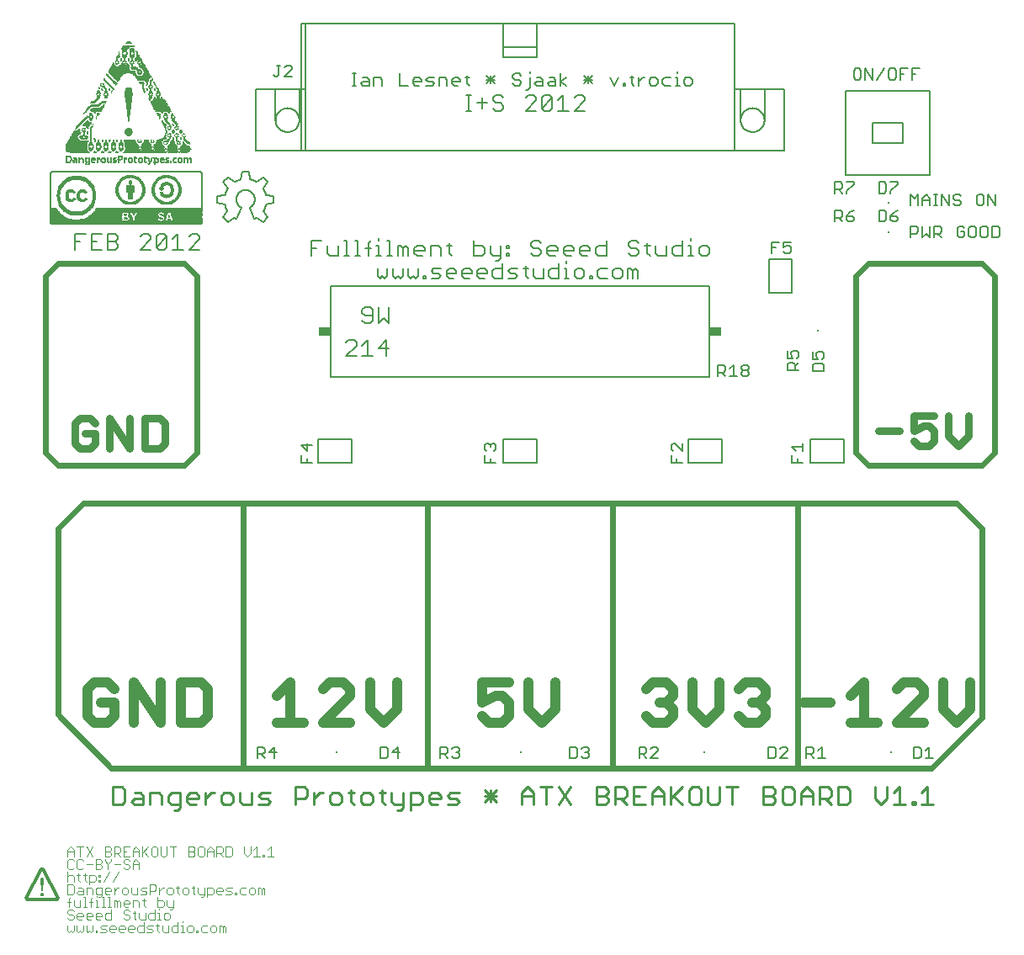
<source format=gbr>
G04 EAGLE Gerber RS-274X export*
G75*
%MOMM*%
%FSLAX34Y34*%
%LPD*%
%INSilkscreen Top*%
%IPPOS*%
%AMOC8*
5,1,8,0,0,1.08239X$1,22.5*%
G01*
%ADD10C,0.609600*%
%ADD11C,1.016000*%
%ADD12C,0.762000*%
%ADD13C,0.152400*%
%ADD14C,0.254000*%
%ADD15C,0.203200*%
%ADD16C,0.177800*%
%ADD17C,0.127000*%
%ADD18C,0.304800*%
%ADD19C,0.076200*%
%ADD20R,1.143000X0.812800*%
%ADD21R,0.200000X0.200000*%
%ADD22R,0.381000X0.025400*%
%ADD23R,0.177800X0.025400*%
%ADD24R,0.406400X0.025400*%
%ADD25R,0.203200X0.025400*%
%ADD26R,0.431800X0.025400*%
%ADD27R,0.228600X0.025400*%
%ADD28R,0.101600X0.025400*%
%ADD29R,0.254000X0.025400*%
%ADD30R,0.025400X0.025400*%
%ADD31R,0.152400X0.025400*%
%ADD32R,0.330200X0.025400*%
%ADD33R,0.127000X0.025400*%
%ADD34R,0.279400X0.025400*%
%ADD35R,0.355600X0.025400*%
%ADD36R,0.304800X0.025400*%
%ADD37R,0.482600X0.025400*%
%ADD38R,0.457200X0.025400*%
%ADD39R,0.533400X0.025400*%
%ADD40R,0.558800X0.025400*%
%ADD41R,0.508000X0.025400*%
%ADD42R,0.076200X0.025400*%
%ADD43R,0.050800X0.025400*%
%ADD44R,0.787400X0.025400*%
%ADD45R,1.981200X0.025400*%
%ADD46R,4.165600X0.025400*%
%ADD47R,0.965200X0.025400*%
%ADD48R,0.660400X0.025400*%
%ADD49R,2.032000X0.025400*%
%ADD50R,4.089400X0.025400*%
%ADD51R,0.914400X0.025400*%
%ADD52R,0.736600X0.025400*%
%ADD53R,2.082800X0.025400*%
%ADD54R,4.038600X0.025400*%
%ADD55R,0.863600X0.025400*%
%ADD56R,2.133600X0.025400*%
%ADD57R,3.987800X0.025400*%
%ADD58R,0.838200X0.025400*%
%ADD59R,0.812800X0.025400*%
%ADD60R,3.937000X0.025400*%
%ADD61R,0.762000X0.025400*%
%ADD62R,2.159000X0.025400*%
%ADD63R,2.743200X0.025400*%
%ADD64R,1.320800X0.025400*%
%ADD65R,1.143000X0.025400*%
%ADD66R,1.066800X0.025400*%
%ADD67R,1.371600X0.025400*%
%ADD68R,1.041400X0.025400*%
%ADD69R,1.092200X0.025400*%
%ADD70R,2.184400X0.025400*%
%ADD71R,1.346200X0.025400*%
%ADD72R,0.990600X0.025400*%
%ADD73R,1.295400X0.025400*%
%ADD74R,1.016000X0.025400*%
%ADD75R,1.270000X0.025400*%
%ADD76R,1.219200X0.025400*%
%ADD77R,0.939800X0.025400*%
%ADD78R,1.117600X0.025400*%
%ADD79R,2.209800X0.025400*%
%ADD80R,0.889000X0.025400*%
%ADD81R,1.244600X0.025400*%
%ADD82R,0.584200X0.025400*%
%ADD83R,0.685800X0.025400*%
%ADD84R,0.609600X0.025400*%
%ADD85R,2.108200X0.025400*%
%ADD86R,0.711200X0.025400*%
%ADD87R,2.057400X0.025400*%
%ADD88R,1.193800X0.025400*%
%ADD89R,0.635000X0.025400*%
%ADD90R,1.168400X0.025400*%
%ADD91R,1.625600X0.025400*%
%ADD92R,1.600200X0.025400*%
%ADD93R,1.574800X0.025400*%
%ADD94R,1.549400X0.025400*%
%ADD95R,1.498600X0.025400*%
%ADD96R,1.473200X0.025400*%
%ADD97R,1.422400X0.025400*%
%ADD98R,1.397000X0.025400*%
%ADD99R,1.447800X0.025400*%
%ADD100R,1.651000X0.025400*%
%ADD101R,1.727200X0.025400*%
%ADD102R,1.828800X0.025400*%
%ADD103R,2.692400X0.025400*%
%ADD104R,2.717800X0.025400*%
%ADD105R,2.667000X0.025400*%
%ADD106R,2.336800X0.025400*%
%ADD107R,2.260600X0.025400*%
%ADD108R,1.955800X0.025400*%
%ADD109R,1.930400X0.025400*%
%ADD110R,1.905000X0.025400*%
%ADD111R,1.879600X0.025400*%
%ADD112R,1.854200X0.025400*%
%ADD113R,15.278100X0.038200*%
%ADD114R,15.354400X0.038100*%
%ADD115R,11.163400X0.038100*%
%ADD116R,4.114800X0.038100*%
%ADD117R,7.277200X0.038100*%
%ADD118R,0.533400X0.038100*%
%ADD119R,2.476500X0.038100*%
%ADD120R,0.190500X0.038100*%
%ADD121R,0.419100X0.038100*%
%ADD122R,2.971800X0.038100*%
%ADD123R,0.457200X0.038100*%
%ADD124R,2.400300X0.038100*%
%ADD125R,0.114300X0.038100*%
%ADD126R,2.629000X0.038100*%
%ADD127R,4.533900X0.038100*%
%ADD128R,2.362200X0.038100*%
%ADD129R,0.381000X0.038100*%
%ADD130R,2.248000X0.038100*%
%ADD131R,4.191000X0.038100*%
%ADD132R,0.152400X0.038100*%
%ADD133R,0.076200X0.038100*%
%ADD134R,0.342900X0.038100*%
%ADD135R,3.009900X0.038100*%
%ADD136R,2.057500X0.038100*%
%ADD137R,4.000500X0.038100*%
%ADD138R,0.304800X0.038100*%
%ADD139R,2.324100X0.038100*%
%ADD140R,1.943200X0.038100*%
%ADD141R,3.886200X0.038100*%
%ADD142R,3.048000X0.038100*%
%ADD143R,1.867000X0.038100*%
%ADD144R,3.771900X0.038100*%
%ADD145R,1.752700X0.038100*%
%ADD146R,3.695700X0.038100*%
%ADD147R,2.819400X0.038100*%
%ADD148R,1.676500X0.038100*%
%ADD149R,3.619500X0.038100*%
%ADD150R,2.743200X0.038100*%
%ADD151R,3.086100X0.038100*%
%ADD152R,1.600300X0.038100*%
%ADD153R,3.543300X0.038100*%
%ADD154R,0.228600X0.038100*%
%ADD155R,2.590800X0.038100*%
%ADD156R,1.524100X0.038100*%
%ADD157R,3.467100X0.038100*%
%ADD158R,2.438400X0.038100*%
%ADD159R,1.486000X0.038100*%
%ADD160R,3.390900X0.038100*%
%ADD161R,3.124200X0.038100*%
%ADD162R,1.409800X0.038100*%
%ADD163R,3.352800X0.038100*%
%ADD164R,1.371700X0.038100*%
%ADD165R,3.276600X0.038100*%
%ADD166R,2.247900X0.038100*%
%ADD167R,0.571500X0.038100*%
%ADD168R,3.162300X0.038100*%
%ADD169R,1.295500X0.038100*%
%ADD170R,0.762000X0.038100*%
%ADD171R,3.238500X0.038100*%
%ADD172R,0.266700X0.038100*%
%ADD173R,0.685800X0.038100*%
%ADD174R,0.038100X0.038100*%
%ADD175R,1.257400X0.038100*%
%ADD176R,1.104900X0.038100*%
%ADD177R,3.200400X0.038100*%
%ADD178R,2.171700X0.038100*%
%ADD179R,1.219300X0.038100*%
%ADD180R,1.333500X0.038100*%
%ADD181R,1.181200X0.038100*%
%ADD182R,1.524000X0.038100*%
%ADD183R,1.143100X0.038100*%
%ADD184R,1.714500X0.038100*%
%ADD185R,2.133600X0.038100*%
%ADD186R,1.066900X0.038100*%
%ADD187R,1.866900X0.038100*%
%ADD188R,1.028800X0.038100*%
%ADD189R,1.981200X0.038100*%
%ADD190R,2.095500X0.038100*%
%ADD191R,2.933700X0.038100*%
%ADD192R,0.495300X0.038100*%
%ADD193R,0.990700X0.038100*%
%ADD194R,6.781800X0.038100*%
%ADD195R,0.952600X0.038100*%
%ADD196R,10.972800X0.038100*%
%ADD197R,0.914500X0.038100*%
%ADD198R,0.838200X0.038100*%
%ADD199R,10.934700X0.038100*%
%ADD200R,0.876400X0.038100*%
%ADD201R,10.896600X0.038100*%
%ADD202R,0.838300X0.038100*%
%ADD203R,10.858500X0.038100*%
%ADD204R,0.647700X0.038100*%
%ADD205R,10.820400X0.038100*%
%ADD206R,0.800200X0.038100*%
%ADD207R,0.609600X0.038100*%
%ADD208R,0.762100X0.038100*%
%ADD209R,10.782300X0.038100*%
%ADD210R,0.724000X0.038100*%
%ADD211R,10.744200X0.038100*%
%ADD212R,0.685900X0.038100*%
%ADD213R,10.706100X0.038100*%
%ADD214R,0.152500X0.038100*%
%ADD215R,0.914400X0.038100*%
%ADD216R,1.143000X0.038100*%
%ADD217R,1.295400X0.038100*%
%ADD218R,1.447800X0.038100*%
%ADD219R,1.409700X0.038100*%
%ADD220R,1.562100X0.038100*%
%ADD221R,1.676400X0.038100*%
%ADD222R,0.876300X0.038100*%
%ADD223R,0.990600X0.038100*%
%ADD224R,0.800100X0.038100*%
%ADD225R,1.066800X0.038100*%
%ADD226R,1.181100X0.038100*%
%ADD227R,0.952500X0.038100*%
%ADD228R,0.723900X0.038100*%
%ADD229R,1.028700X0.038100*%
%ADD230R,2.209800X0.038100*%
%ADD231R,1.828800X0.038100*%
%ADD232R,1.638300X0.038100*%
%ADD233R,1.485900X0.038100*%
%ADD234R,1.257300X0.038100*%
%ADD235R,1.371600X0.038100*%
%ADD236R,1.219200X0.038100*%
%ADD237R,15.278100X0.038100*%
%ADD238R,15.201900X0.038100*%
%ADD239R,15.125700X0.038100*%
%ADD240R,14.973300X0.038100*%

G36*
X19069Y-73078D02*
X19069Y-73078D01*
X19111Y-73081D01*
X19179Y-73062D01*
X19248Y-73052D01*
X19286Y-73032D01*
X19327Y-73020D01*
X19384Y-72979D01*
X19446Y-72946D01*
X19474Y-72914D01*
X19508Y-72888D01*
X19547Y-72830D01*
X19593Y-72777D01*
X19609Y-72737D01*
X19632Y-72701D01*
X19655Y-72614D01*
X19673Y-72567D01*
X19674Y-72543D01*
X19680Y-72520D01*
X20930Y-61270D01*
X20924Y-61170D01*
X20921Y-61069D01*
X20916Y-61058D01*
X20915Y-61046D01*
X20874Y-60954D01*
X20836Y-60862D01*
X20828Y-60853D01*
X20823Y-60842D01*
X20753Y-60770D01*
X20685Y-60696D01*
X20674Y-60690D01*
X20666Y-60682D01*
X20575Y-60639D01*
X20485Y-60593D01*
X20472Y-60591D01*
X20462Y-60587D01*
X20417Y-60583D01*
X20300Y-60566D01*
X17800Y-60566D01*
X17701Y-60583D01*
X17602Y-60598D01*
X17591Y-60603D01*
X17579Y-60605D01*
X17493Y-60657D01*
X17404Y-60704D01*
X17396Y-60713D01*
X17386Y-60720D01*
X17323Y-60798D01*
X17257Y-60873D01*
X17252Y-60884D01*
X17245Y-60894D01*
X17212Y-60989D01*
X17177Y-61083D01*
X17176Y-61096D01*
X17173Y-61106D01*
X17174Y-61152D01*
X17170Y-61270D01*
X18420Y-72520D01*
X18432Y-72561D01*
X18435Y-72604D01*
X18464Y-72668D01*
X18483Y-72735D01*
X18509Y-72769D01*
X18527Y-72808D01*
X18576Y-72858D01*
X18618Y-72915D01*
X18654Y-72938D01*
X18684Y-72968D01*
X18748Y-72998D01*
X18807Y-73036D01*
X18849Y-73045D01*
X18888Y-73063D01*
X18957Y-73069D01*
X19026Y-73084D01*
X19069Y-73078D01*
G37*
D10*
X939800Y317500D02*
X965000Y292300D01*
X965000Y101400D01*
X914400Y50800D01*
X779000Y50800D01*
X593000Y50800D01*
X407000Y50800D01*
X221000Y50800D01*
X88900Y50800D01*
X35000Y104700D01*
X35000Y292175D01*
X60325Y317500D01*
X221000Y317500D01*
X407000Y317500D01*
X593000Y317500D01*
X779000Y317500D01*
X939800Y317500D01*
X221000Y317500D02*
X221000Y50800D01*
X407000Y50800D02*
X407000Y317500D01*
X593000Y317500D02*
X593000Y50800D01*
X779000Y50800D02*
X779000Y317500D01*
X162400Y558800D02*
X35400Y558800D01*
X162400Y558800D02*
X175100Y546100D01*
X175100Y368300D01*
X162400Y355600D01*
X35400Y355600D01*
X22700Y368300D01*
X22700Y546100D01*
X35400Y558800D01*
X850900Y558800D02*
X965200Y558800D01*
X977900Y546100D01*
X977900Y368300D01*
X965200Y355600D01*
X850900Y355600D01*
X838200Y368300D01*
X838200Y546100D01*
X850900Y558800D01*
D11*
X268988Y137355D02*
X255430Y123797D01*
X268988Y137355D02*
X268988Y96680D01*
X255430Y96680D02*
X282547Y96680D01*
X302206Y96680D02*
X329322Y96680D01*
X302206Y96680D02*
X329322Y123797D01*
X329322Y130576D01*
X322543Y137355D01*
X308985Y137355D01*
X302206Y130576D01*
X348982Y137355D02*
X348982Y110238D01*
X362540Y96680D01*
X376098Y110238D01*
X376098Y137355D01*
X461805Y137355D02*
X488922Y137355D01*
X461805Y137355D02*
X461805Y117017D01*
X475363Y123797D01*
X482142Y123797D01*
X488922Y117017D01*
X488922Y103459D01*
X482142Y96680D01*
X468584Y96680D01*
X461805Y103459D01*
X508581Y110238D02*
X508581Y137355D01*
X508581Y110238D02*
X522139Y96680D01*
X535697Y110238D01*
X535697Y137355D01*
X626905Y130576D02*
X633684Y137355D01*
X647242Y137355D01*
X654022Y130576D01*
X654022Y123797D01*
X647242Y117017D01*
X640463Y117017D01*
X647242Y117017D02*
X654022Y110238D01*
X654022Y103459D01*
X647242Y96680D01*
X633684Y96680D01*
X626905Y103459D01*
X673681Y110238D02*
X673681Y137355D01*
X673681Y110238D02*
X687239Y96680D01*
X700797Y110238D01*
X700797Y137355D01*
X720457Y130576D02*
X727236Y137355D01*
X740794Y137355D01*
X747573Y130576D01*
X747573Y123797D01*
X740794Y117017D01*
X734015Y117017D01*
X740794Y117017D02*
X747573Y110238D01*
X747573Y103459D01*
X740794Y96680D01*
X727236Y96680D01*
X720457Y103459D01*
D12*
X861060Y390538D02*
X881397Y390538D01*
X896142Y405791D02*
X916479Y405791D01*
X896142Y405791D02*
X896142Y390538D01*
X906311Y395622D01*
X911395Y395622D01*
X916479Y390538D01*
X916479Y380369D01*
X911395Y375285D01*
X901226Y375285D01*
X896142Y380369D01*
X931224Y385454D02*
X931224Y405791D01*
X931224Y385454D02*
X941393Y375285D01*
X951561Y385454D01*
X951561Y405791D01*
D11*
X812772Y117017D02*
X785655Y117017D01*
X832431Y123797D02*
X845989Y137355D01*
X845989Y96680D01*
X832431Y96680D02*
X859547Y96680D01*
X879207Y96680D02*
X906323Y96680D01*
X879207Y96680D02*
X906323Y123797D01*
X906323Y130576D01*
X899544Y137355D01*
X885986Y137355D01*
X879207Y130576D01*
X925983Y137355D02*
X925983Y110238D01*
X939541Y96680D01*
X953099Y110238D01*
X953099Y137355D01*
D13*
X893062Y585062D02*
X893062Y596248D01*
X898655Y596248D01*
X900519Y594383D01*
X900519Y590655D01*
X898655Y588791D01*
X893062Y588791D01*
X904756Y585062D02*
X904756Y596248D01*
X908484Y588791D02*
X904756Y585062D01*
X908484Y588791D02*
X912213Y585062D01*
X912213Y596248D01*
X916450Y596248D02*
X916450Y585062D01*
X916450Y596248D02*
X922043Y596248D01*
X923907Y594383D01*
X923907Y590655D01*
X922043Y588791D01*
X916450Y588791D01*
X920178Y588791D02*
X923907Y585062D01*
X945431Y596248D02*
X947295Y594383D01*
X945431Y596248D02*
X941702Y596248D01*
X939838Y594383D01*
X939838Y586926D01*
X941702Y585062D01*
X945431Y585062D01*
X947295Y586926D01*
X947295Y590655D01*
X943566Y590655D01*
X953396Y596248D02*
X957125Y596248D01*
X953396Y596248D02*
X951532Y594383D01*
X951532Y586926D01*
X953396Y585062D01*
X957125Y585062D01*
X958989Y586926D01*
X958989Y594383D01*
X957125Y596248D01*
X965090Y596248D02*
X968819Y596248D01*
X965090Y596248D02*
X963226Y594383D01*
X963226Y586926D01*
X965090Y585062D01*
X968819Y585062D01*
X970683Y586926D01*
X970683Y594383D01*
X968819Y596248D01*
X974920Y596248D02*
X974920Y585062D01*
X980513Y585062D01*
X982377Y586926D01*
X982377Y594383D01*
X980513Y596248D01*
X974920Y596248D01*
D14*
X90170Y31765D02*
X90170Y13970D01*
X99068Y13970D01*
X102033Y16936D01*
X102033Y28799D01*
X99068Y31765D01*
X90170Y31765D01*
X111846Y25833D02*
X117778Y25833D01*
X120744Y22868D01*
X120744Y13970D01*
X111846Y13970D01*
X108880Y16936D01*
X111846Y19902D01*
X120744Y19902D01*
X127591Y25833D02*
X127591Y13970D01*
X127591Y25833D02*
X136488Y25833D01*
X139454Y22868D01*
X139454Y13970D01*
X152233Y8038D02*
X155199Y8038D01*
X158165Y11004D01*
X158165Y25833D01*
X149267Y25833D01*
X146301Y22868D01*
X146301Y16936D01*
X149267Y13970D01*
X158165Y13970D01*
X167977Y13970D02*
X173909Y13970D01*
X167977Y13970D02*
X165012Y16936D01*
X165012Y22868D01*
X167977Y25833D01*
X173909Y25833D01*
X176875Y22868D01*
X176875Y19902D01*
X165012Y19902D01*
X183722Y13970D02*
X183722Y25833D01*
X183722Y19902D02*
X189654Y25833D01*
X192619Y25833D01*
X202280Y13970D02*
X208211Y13970D01*
X211177Y16936D01*
X211177Y22868D01*
X208211Y25833D01*
X202280Y25833D01*
X199314Y22868D01*
X199314Y16936D01*
X202280Y13970D01*
X218024Y16936D02*
X218024Y25833D01*
X218024Y16936D02*
X220990Y13970D01*
X229888Y13970D01*
X229888Y25833D01*
X236735Y13970D02*
X245632Y13970D01*
X248598Y16936D01*
X245632Y19902D01*
X239700Y19902D01*
X236735Y22868D01*
X239700Y25833D01*
X248598Y25833D01*
X274155Y31765D02*
X274155Y13970D01*
X274155Y31765D02*
X283053Y31765D01*
X286019Y28799D01*
X286019Y22868D01*
X283053Y19902D01*
X274155Y19902D01*
X292866Y13970D02*
X292866Y25833D01*
X292866Y19902D02*
X298797Y25833D01*
X301763Y25833D01*
X311424Y13970D02*
X317355Y13970D01*
X320321Y16936D01*
X320321Y22868D01*
X317355Y25833D01*
X311424Y25833D01*
X308458Y22868D01*
X308458Y16936D01*
X311424Y13970D01*
X330134Y16936D02*
X330134Y28799D01*
X330134Y16936D02*
X333100Y13970D01*
X333100Y25833D02*
X327168Y25833D01*
X342608Y13970D02*
X348539Y13970D01*
X351505Y16936D01*
X351505Y22868D01*
X348539Y25833D01*
X342608Y25833D01*
X339642Y22868D01*
X339642Y16936D01*
X342608Y13970D01*
X361318Y16936D02*
X361318Y28799D01*
X361318Y16936D02*
X364284Y13970D01*
X364284Y25833D02*
X358352Y25833D01*
X370826Y25833D02*
X370826Y16936D01*
X373791Y13970D01*
X382689Y13970D01*
X382689Y11004D02*
X382689Y25833D01*
X382689Y11004D02*
X379723Y8038D01*
X376757Y8038D01*
X389536Y8038D02*
X389536Y25833D01*
X398434Y25833D01*
X401399Y22868D01*
X401399Y16936D01*
X398434Y13970D01*
X389536Y13970D01*
X411212Y13970D02*
X417144Y13970D01*
X411212Y13970D02*
X408246Y16936D01*
X408246Y22868D01*
X411212Y25833D01*
X417144Y25833D01*
X420110Y22868D01*
X420110Y19902D01*
X408246Y19902D01*
X426957Y13970D02*
X435854Y13970D01*
X438820Y16936D01*
X435854Y19902D01*
X429923Y19902D01*
X426957Y22868D01*
X429923Y25833D01*
X438820Y25833D01*
X464378Y28799D02*
X476241Y16936D01*
X464378Y16936D02*
X476241Y28799D01*
X476241Y22868D02*
X464378Y22868D01*
X470309Y28799D02*
X470309Y16936D01*
X501798Y13970D02*
X501798Y25833D01*
X507730Y31765D01*
X513662Y25833D01*
X513662Y13970D01*
X513662Y22868D02*
X501798Y22868D01*
X526440Y31765D02*
X526440Y13970D01*
X520509Y31765D02*
X532372Y31765D01*
X539219Y31765D02*
X551082Y13970D01*
X539219Y13970D02*
X551082Y31765D01*
X576640Y31765D02*
X576640Y13970D01*
X576640Y31765D02*
X585537Y31765D01*
X588503Y28799D01*
X588503Y25833D01*
X585537Y22868D01*
X588503Y19902D01*
X588503Y16936D01*
X585537Y13970D01*
X576640Y13970D01*
X576640Y22868D02*
X585537Y22868D01*
X595350Y31765D02*
X595350Y13970D01*
X595350Y31765D02*
X604248Y31765D01*
X607214Y28799D01*
X607214Y22868D01*
X604248Y19902D01*
X595350Y19902D01*
X601282Y19902D02*
X607214Y13970D01*
X614061Y31765D02*
X625924Y31765D01*
X614061Y31765D02*
X614061Y13970D01*
X625924Y13970D01*
X619992Y22868D02*
X614061Y22868D01*
X632771Y25833D02*
X632771Y13970D01*
X632771Y25833D02*
X638703Y31765D01*
X644634Y25833D01*
X644634Y13970D01*
X644634Y22868D02*
X632771Y22868D01*
X651481Y31765D02*
X651481Y13970D01*
X651481Y19902D02*
X663345Y31765D01*
X654447Y22868D02*
X663345Y13970D01*
X673157Y31765D02*
X679089Y31765D01*
X673157Y31765D02*
X670192Y28799D01*
X670192Y16936D01*
X673157Y13970D01*
X679089Y13970D01*
X682055Y16936D01*
X682055Y28799D01*
X679089Y31765D01*
X688902Y31765D02*
X688902Y16936D01*
X691868Y13970D01*
X697800Y13970D01*
X700765Y16936D01*
X700765Y31765D01*
X713544Y31765D02*
X713544Y13970D01*
X707612Y31765D02*
X719476Y31765D01*
X745033Y31765D02*
X745033Y13970D01*
X745033Y31765D02*
X753931Y31765D01*
X756897Y28799D01*
X756897Y25833D01*
X753931Y22868D01*
X756897Y19902D01*
X756897Y16936D01*
X753931Y13970D01*
X745033Y13970D01*
X745033Y22868D02*
X753931Y22868D01*
X766709Y31765D02*
X772641Y31765D01*
X766709Y31765D02*
X763744Y28799D01*
X763744Y16936D01*
X766709Y13970D01*
X772641Y13970D01*
X775607Y16936D01*
X775607Y28799D01*
X772641Y31765D01*
X782454Y25833D02*
X782454Y13970D01*
X782454Y25833D02*
X788386Y31765D01*
X794317Y25833D01*
X794317Y13970D01*
X794317Y22868D02*
X782454Y22868D01*
X801164Y31765D02*
X801164Y13970D01*
X801164Y31765D02*
X810062Y31765D01*
X813028Y28799D01*
X813028Y22868D01*
X810062Y19902D01*
X801164Y19902D01*
X807096Y19902D02*
X813028Y13970D01*
X819875Y13970D02*
X819875Y31765D01*
X819875Y13970D02*
X828772Y13970D01*
X831738Y16936D01*
X831738Y28799D01*
X828772Y31765D01*
X819875Y31765D01*
X857295Y31765D02*
X857295Y19902D01*
X863227Y13970D01*
X869159Y19902D01*
X869159Y31765D01*
X876006Y25833D02*
X881937Y31765D01*
X881937Y13970D01*
X876006Y13970D02*
X887869Y13970D01*
X894716Y13970D02*
X894716Y16936D01*
X897682Y16936D01*
X897682Y13970D01*
X894716Y13970D01*
X904071Y25833D02*
X910003Y31765D01*
X910003Y13970D01*
X904071Y13970D02*
X915935Y13970D01*
D15*
X289941Y566166D02*
X289941Y581927D01*
X300449Y581927D01*
X295195Y574047D02*
X289941Y574047D01*
X306313Y576674D02*
X306313Y568793D01*
X308939Y566166D01*
X316820Y566166D01*
X316820Y576674D01*
X322684Y581927D02*
X325311Y581927D01*
X325311Y566166D01*
X322684Y566166D02*
X327938Y566166D01*
X333599Y581927D02*
X336225Y581927D01*
X336225Y566166D01*
X333599Y566166D02*
X338852Y566166D01*
X347140Y566166D02*
X347140Y579301D01*
X349767Y581927D01*
X349767Y574047D02*
X344513Y574047D01*
X355427Y576674D02*
X358054Y576674D01*
X358054Y566166D01*
X355427Y566166D02*
X360681Y566166D01*
X358054Y581927D02*
X358054Y584554D01*
X366342Y581927D02*
X368969Y581927D01*
X368969Y566166D01*
X371595Y566166D02*
X366342Y566166D01*
X377256Y566166D02*
X377256Y576674D01*
X379883Y576674D01*
X382510Y574047D01*
X382510Y566166D01*
X382510Y574047D02*
X385137Y576674D01*
X387764Y574047D01*
X387764Y566166D01*
X396254Y566166D02*
X401508Y566166D01*
X396254Y566166D02*
X393628Y568793D01*
X393628Y574047D01*
X396254Y576674D01*
X401508Y576674D01*
X404135Y574047D01*
X404135Y571420D01*
X393628Y571420D01*
X409999Y566166D02*
X409999Y576674D01*
X417880Y576674D01*
X420507Y574047D01*
X420507Y566166D01*
X428998Y568793D02*
X428998Y579301D01*
X428998Y568793D02*
X431625Y566166D01*
X431625Y576674D02*
X426371Y576674D01*
X453657Y581927D02*
X453657Y566166D01*
X461537Y566166D01*
X464164Y568793D01*
X464164Y574047D01*
X461537Y576674D01*
X453657Y576674D01*
X470028Y576674D02*
X470028Y568793D01*
X472655Y566166D01*
X480536Y566166D01*
X480536Y563539D02*
X480536Y576674D01*
X480536Y563539D02*
X477909Y560912D01*
X475282Y560912D01*
X486400Y576674D02*
X489027Y576674D01*
X489027Y574047D01*
X486400Y574047D01*
X486400Y576674D01*
X486400Y568793D02*
X489027Y568793D01*
X489027Y566166D01*
X486400Y566166D01*
X486400Y568793D01*
X518838Y581927D02*
X521465Y579301D01*
X518838Y581927D02*
X513584Y581927D01*
X510957Y579301D01*
X510957Y576674D01*
X513584Y574047D01*
X518838Y574047D01*
X521465Y571420D01*
X521465Y568793D01*
X518838Y566166D01*
X513584Y566166D01*
X510957Y568793D01*
X529956Y566166D02*
X535209Y566166D01*
X529956Y566166D02*
X527329Y568793D01*
X527329Y574047D01*
X529956Y576674D01*
X535209Y576674D01*
X537836Y574047D01*
X537836Y571420D01*
X527329Y571420D01*
X546327Y566166D02*
X551581Y566166D01*
X546327Y566166D02*
X543700Y568793D01*
X543700Y574047D01*
X546327Y576674D01*
X551581Y576674D01*
X554208Y574047D01*
X554208Y571420D01*
X543700Y571420D01*
X562699Y566166D02*
X567953Y566166D01*
X562699Y566166D02*
X560072Y568793D01*
X560072Y574047D01*
X562699Y576674D01*
X567953Y576674D01*
X570579Y574047D01*
X570579Y571420D01*
X560072Y571420D01*
X586951Y566166D02*
X586951Y581927D01*
X586951Y566166D02*
X579070Y566166D01*
X576443Y568793D01*
X576443Y574047D01*
X579070Y576674D01*
X586951Y576674D01*
X617067Y581927D02*
X619694Y579301D01*
X617067Y581927D02*
X611813Y581927D01*
X609186Y579301D01*
X609186Y576674D01*
X611813Y574047D01*
X617067Y574047D01*
X619694Y571420D01*
X619694Y568793D01*
X617067Y566166D01*
X611813Y566166D01*
X609186Y568793D01*
X628185Y568793D02*
X628185Y579301D01*
X628185Y568793D02*
X630812Y566166D01*
X630812Y576674D02*
X625558Y576674D01*
X636472Y576674D02*
X636472Y568793D01*
X639099Y566166D01*
X646980Y566166D01*
X646980Y576674D01*
X663352Y581927D02*
X663352Y566166D01*
X655471Y566166D01*
X652844Y568793D01*
X652844Y574047D01*
X655471Y576674D01*
X663352Y576674D01*
X669216Y576674D02*
X671842Y576674D01*
X671842Y566166D01*
X669216Y566166D02*
X674469Y566166D01*
X671842Y581927D02*
X671842Y584554D01*
X682757Y566166D02*
X688011Y566166D01*
X690638Y568793D01*
X690638Y574047D01*
X688011Y576674D01*
X682757Y576674D01*
X680130Y574047D01*
X680130Y568793D01*
X682757Y566166D01*
X356616Y553771D02*
X356616Y546398D01*
X359073Y543941D01*
X361531Y546398D01*
X363988Y543941D01*
X366446Y546398D01*
X366446Y553771D01*
X372052Y553771D02*
X372052Y546398D01*
X374509Y543941D01*
X376967Y546398D01*
X379424Y543941D01*
X381882Y546398D01*
X381882Y553771D01*
X387488Y553771D02*
X387488Y546398D01*
X389946Y543941D01*
X392403Y546398D01*
X394860Y543941D01*
X397318Y546398D01*
X397318Y553771D01*
X402924Y546398D02*
X402924Y543941D01*
X402924Y546398D02*
X405382Y546398D01*
X405382Y543941D01*
X402924Y543941D01*
X410642Y543941D02*
X418015Y543941D01*
X420472Y546398D01*
X418015Y548856D01*
X413100Y548856D01*
X410642Y551313D01*
X413100Y553771D01*
X420472Y553771D01*
X428536Y543941D02*
X433451Y543941D01*
X428536Y543941D02*
X426078Y546398D01*
X426078Y551313D01*
X428536Y553771D01*
X433451Y553771D01*
X435908Y551313D01*
X435908Y548856D01*
X426078Y548856D01*
X443972Y543941D02*
X448887Y543941D01*
X443972Y543941D02*
X441514Y546398D01*
X441514Y551313D01*
X443972Y553771D01*
X448887Y553771D01*
X451344Y551313D01*
X451344Y548856D01*
X441514Y548856D01*
X459408Y543941D02*
X464323Y543941D01*
X459408Y543941D02*
X456950Y546398D01*
X456950Y551313D01*
X459408Y553771D01*
X464323Y553771D01*
X466780Y551313D01*
X466780Y548856D01*
X456950Y548856D01*
X482216Y543941D02*
X482216Y558686D01*
X482216Y543941D02*
X474844Y543941D01*
X472386Y546398D01*
X472386Y551313D01*
X474844Y553771D01*
X482216Y553771D01*
X487823Y543941D02*
X495195Y543941D01*
X497652Y546398D01*
X495195Y548856D01*
X490280Y548856D01*
X487823Y551313D01*
X490280Y553771D01*
X497652Y553771D01*
X505716Y556228D02*
X505716Y546398D01*
X508173Y543941D01*
X508173Y553771D02*
X503259Y553771D01*
X513549Y553771D02*
X513549Y546398D01*
X516007Y543941D01*
X523379Y543941D01*
X523379Y553771D01*
X538815Y558686D02*
X538815Y543941D01*
X531443Y543941D01*
X528985Y546398D01*
X528985Y551313D01*
X531443Y553771D01*
X538815Y553771D01*
X544421Y553771D02*
X546879Y553771D01*
X546879Y543941D01*
X549336Y543941D02*
X544421Y543941D01*
X546879Y558686D02*
X546879Y561143D01*
X557170Y543941D02*
X562084Y543941D01*
X564542Y546398D01*
X564542Y551313D01*
X562084Y553771D01*
X557170Y553771D01*
X554712Y551313D01*
X554712Y546398D01*
X557170Y543941D01*
X570148Y543941D02*
X570148Y546398D01*
X572606Y546398D01*
X572606Y543941D01*
X570148Y543941D01*
X580324Y553771D02*
X587696Y553771D01*
X580324Y553771D02*
X577866Y551313D01*
X577866Y546398D01*
X580324Y543941D01*
X587696Y543941D01*
X595760Y543941D02*
X600675Y543941D01*
X603132Y546398D01*
X603132Y551313D01*
X600675Y553771D01*
X595760Y553771D01*
X593302Y551313D01*
X593302Y546398D01*
X595760Y543941D01*
X608738Y543941D02*
X608738Y553771D01*
X611196Y553771D01*
X613653Y551313D01*
X613653Y543941D01*
X613653Y551313D02*
X616111Y553771D01*
X618568Y551313D01*
X618568Y543941D01*
X52291Y572516D02*
X52291Y588277D01*
X62799Y588277D01*
X57545Y580397D02*
X52291Y580397D01*
X68663Y588277D02*
X79170Y588277D01*
X68663Y588277D02*
X68663Y572516D01*
X79170Y572516D01*
X73916Y580397D02*
X68663Y580397D01*
X85034Y588277D02*
X85034Y572516D01*
X85034Y588277D02*
X92915Y588277D01*
X95542Y585651D01*
X95542Y583024D01*
X92915Y580397D01*
X95542Y577770D01*
X95542Y575143D01*
X92915Y572516D01*
X85034Y572516D01*
X85034Y580397D02*
X92915Y580397D01*
X117777Y572516D02*
X128285Y572516D01*
X117777Y572516D02*
X128285Y583024D01*
X128285Y585651D01*
X125658Y588277D01*
X120404Y588277D01*
X117777Y585651D01*
X134149Y585651D02*
X134149Y575143D01*
X134149Y585651D02*
X136776Y588277D01*
X142030Y588277D01*
X144656Y585651D01*
X144656Y575143D01*
X142030Y572516D01*
X136776Y572516D01*
X134149Y575143D01*
X144656Y585651D01*
X150520Y583024D02*
X155774Y588277D01*
X155774Y572516D01*
X150520Y572516D02*
X161028Y572516D01*
X166892Y572516D02*
X177400Y572516D01*
X166892Y572516D02*
X177400Y583024D01*
X177400Y585651D01*
X174773Y588277D01*
X169519Y588277D01*
X166892Y585651D01*
D16*
X331089Y737489D02*
X335241Y737489D01*
X333165Y737489D02*
X333165Y749946D01*
X331089Y749946D02*
X335241Y749946D01*
X341897Y745793D02*
X346049Y745793D01*
X348125Y743717D01*
X348125Y737489D01*
X341897Y737489D01*
X339821Y739565D01*
X341897Y741641D01*
X348125Y741641D01*
X352918Y737489D02*
X352918Y745793D01*
X359146Y745793D01*
X361222Y743717D01*
X361222Y737489D01*
X379112Y737489D02*
X379112Y749946D01*
X379112Y737489D02*
X387417Y737489D01*
X394286Y737489D02*
X398438Y737489D01*
X394286Y737489D02*
X392210Y739565D01*
X392210Y743717D01*
X394286Y745793D01*
X398438Y745793D01*
X400514Y743717D01*
X400514Y741641D01*
X392210Y741641D01*
X405307Y737489D02*
X411535Y737489D01*
X413611Y739565D01*
X411535Y741641D01*
X407383Y741641D01*
X405307Y743717D01*
X407383Y745793D01*
X413611Y745793D01*
X418404Y745793D02*
X418404Y737489D01*
X418404Y745793D02*
X424632Y745793D01*
X426708Y743717D01*
X426708Y737489D01*
X433577Y737489D02*
X437730Y737489D01*
X433577Y737489D02*
X431501Y739565D01*
X431501Y743717D01*
X433577Y745793D01*
X437730Y745793D01*
X439806Y743717D01*
X439806Y741641D01*
X431501Y741641D01*
X446675Y739565D02*
X446675Y747870D01*
X446675Y739565D02*
X448751Y737489D01*
X448751Y745793D02*
X444599Y745793D01*
X466427Y747870D02*
X474732Y739565D01*
X466427Y739565D02*
X474732Y747870D01*
X474732Y743717D02*
X466427Y743717D01*
X470579Y739565D02*
X470579Y747870D01*
X498850Y749946D02*
X500926Y747870D01*
X498850Y749946D02*
X494698Y749946D01*
X492622Y747870D01*
X492622Y745793D01*
X494698Y743717D01*
X498850Y743717D01*
X500926Y741641D01*
X500926Y739565D01*
X498850Y737489D01*
X494698Y737489D01*
X492622Y739565D01*
X505719Y733337D02*
X507795Y733337D01*
X509871Y735413D01*
X509871Y745793D01*
X509871Y749946D02*
X509871Y752022D01*
X516527Y745793D02*
X520679Y745793D01*
X522755Y743717D01*
X522755Y737489D01*
X516527Y737489D01*
X514451Y739565D01*
X516527Y741641D01*
X522755Y741641D01*
X529624Y745793D02*
X533776Y745793D01*
X535852Y743717D01*
X535852Y737489D01*
X529624Y737489D01*
X527548Y739565D01*
X529624Y741641D01*
X535852Y741641D01*
X540645Y737489D02*
X540645Y749946D01*
X540645Y741641D02*
X546873Y737489D01*
X540645Y741641D02*
X546873Y745793D01*
X564657Y747870D02*
X572961Y739565D01*
X564657Y739565D02*
X572961Y747870D01*
X572961Y743717D02*
X564657Y743717D01*
X568809Y739565D02*
X568809Y747870D01*
X590851Y745793D02*
X595003Y737489D01*
X599156Y745793D01*
X603948Y739565D02*
X603948Y737489D01*
X603948Y739565D02*
X606024Y739565D01*
X606024Y737489D01*
X603948Y737489D01*
X612573Y739565D02*
X612573Y747870D01*
X612573Y739565D02*
X614649Y737489D01*
X614649Y745793D02*
X610497Y745793D01*
X619229Y745793D02*
X619229Y737489D01*
X619229Y741641D02*
X623381Y745793D01*
X625457Y745793D01*
X632219Y737489D02*
X636371Y737489D01*
X638447Y739565D01*
X638447Y743717D01*
X636371Y745793D01*
X632219Y745793D01*
X630143Y743717D01*
X630143Y739565D01*
X632219Y737489D01*
X645316Y745793D02*
X651545Y745793D01*
X645316Y745793D02*
X643240Y743717D01*
X643240Y739565D01*
X645316Y737489D01*
X651545Y737489D01*
X656337Y745793D02*
X658413Y745793D01*
X658413Y737489D01*
X656337Y737489D02*
X660490Y737489D01*
X658413Y749946D02*
X658413Y752022D01*
X667145Y737489D02*
X671297Y737489D01*
X673373Y739565D01*
X673373Y743717D01*
X671297Y745793D01*
X667145Y745793D01*
X665069Y743717D01*
X665069Y739565D01*
X667145Y737489D01*
D15*
X450770Y712216D02*
X445516Y712216D01*
X448143Y712216D02*
X448143Y727977D01*
X445516Y727977D02*
X450770Y727977D01*
X456430Y720097D02*
X466938Y720097D01*
X461684Y725351D02*
X461684Y714843D01*
X480683Y727977D02*
X483310Y725351D01*
X480683Y727977D02*
X475429Y727977D01*
X472802Y725351D01*
X472802Y722724D01*
X475429Y720097D01*
X480683Y720097D01*
X483310Y717470D01*
X483310Y714843D01*
X480683Y712216D01*
X475429Y712216D01*
X472802Y714843D01*
X505545Y712216D02*
X516053Y712216D01*
X505545Y712216D02*
X516053Y722724D01*
X516053Y725351D01*
X513426Y727977D01*
X508172Y727977D01*
X505545Y725351D01*
X521917Y725351D02*
X521917Y714843D01*
X521917Y725351D02*
X524544Y727977D01*
X529797Y727977D01*
X532424Y725351D01*
X532424Y714843D01*
X529797Y712216D01*
X524544Y712216D01*
X521917Y714843D01*
X532424Y725351D01*
X538288Y722724D02*
X543542Y727977D01*
X543542Y712216D01*
X538288Y712216D02*
X548796Y712216D01*
X554660Y712216D02*
X565167Y712216D01*
X554660Y712216D02*
X565167Y722724D01*
X565167Y725351D01*
X562540Y727977D01*
X557287Y727977D01*
X554660Y725351D01*
D13*
X893062Y627998D02*
X893062Y616812D01*
X896791Y624269D02*
X893062Y627998D01*
X896791Y624269D02*
X900519Y627998D01*
X900519Y616812D01*
X904756Y616812D02*
X904756Y624269D01*
X908484Y627998D01*
X912213Y624269D01*
X912213Y616812D01*
X912213Y622405D02*
X904756Y622405D01*
X916450Y616812D02*
X920178Y616812D01*
X918314Y616812D02*
X918314Y627998D01*
X916450Y627998D02*
X920178Y627998D01*
X924246Y627998D02*
X924246Y616812D01*
X931703Y616812D02*
X924246Y627998D01*
X931703Y627998D02*
X931703Y616812D01*
X941533Y627998D02*
X943397Y626133D01*
X941533Y627998D02*
X937804Y627998D01*
X935940Y626133D01*
X935940Y624269D01*
X937804Y622405D01*
X941533Y622405D01*
X943397Y620541D01*
X943397Y618676D01*
X941533Y616812D01*
X937804Y616812D01*
X935940Y618676D01*
X961192Y627998D02*
X964921Y627998D01*
X961192Y627998D02*
X959328Y626133D01*
X959328Y618676D01*
X961192Y616812D01*
X964921Y616812D01*
X966785Y618676D01*
X966785Y626133D01*
X964921Y627998D01*
X971022Y627998D02*
X971022Y616812D01*
X978479Y616812D02*
X971022Y627998D01*
X978479Y627998D02*
X978479Y616812D01*
D11*
X92047Y130576D02*
X85267Y137355D01*
X71709Y137355D01*
X64930Y130576D01*
X64930Y103459D01*
X71709Y96680D01*
X85267Y96680D01*
X92047Y103459D01*
X92047Y117017D01*
X78488Y117017D01*
X111706Y96680D02*
X111706Y137355D01*
X138822Y96680D01*
X138822Y137355D01*
X158482Y137355D02*
X158482Y96680D01*
X178819Y96680D01*
X185598Y103459D01*
X185598Y130576D01*
X178819Y137355D01*
X158482Y137355D01*
D12*
X72247Y397532D02*
X67163Y402616D01*
X56994Y402616D01*
X51910Y397532D01*
X51910Y377194D01*
X56994Y372110D01*
X67163Y372110D01*
X72247Y377194D01*
X72247Y387363D01*
X62079Y387363D01*
X86992Y372110D02*
X86992Y402616D01*
X107329Y372110D01*
X107329Y402616D01*
X122074Y402616D02*
X122074Y372110D01*
X137327Y372110D01*
X142411Y377194D01*
X142411Y397532D01*
X137327Y402616D01*
X122074Y402616D01*
D17*
X20300Y-61200D02*
X20298Y-61131D01*
X20292Y-61062D01*
X20283Y-60994D01*
X20270Y-60927D01*
X20253Y-60860D01*
X20232Y-60794D01*
X20208Y-60730D01*
X20180Y-60667D01*
X20149Y-60605D01*
X20115Y-60545D01*
X20077Y-60488D01*
X20036Y-60432D01*
X19993Y-60379D01*
X19946Y-60328D01*
X19897Y-60280D01*
X19845Y-60235D01*
X19790Y-60193D01*
X19734Y-60154D01*
X19675Y-60117D01*
X19614Y-60085D01*
X19552Y-60055D01*
X19488Y-60029D01*
X19423Y-60007D01*
X19357Y-59988D01*
X19290Y-59973D01*
X19222Y-59962D01*
X19153Y-59954D01*
X19084Y-59950D01*
X19016Y-59950D01*
X18947Y-59954D01*
X18878Y-59962D01*
X18810Y-59973D01*
X18743Y-59988D01*
X18677Y-60007D01*
X18612Y-60029D01*
X18548Y-60055D01*
X18486Y-60085D01*
X18425Y-60117D01*
X18366Y-60154D01*
X18310Y-60193D01*
X18255Y-60235D01*
X18203Y-60280D01*
X18154Y-60328D01*
X18107Y-60379D01*
X18064Y-60432D01*
X18023Y-60488D01*
X17985Y-60545D01*
X17951Y-60605D01*
X17920Y-60667D01*
X17892Y-60730D01*
X17868Y-60794D01*
X17847Y-60860D01*
X17830Y-60927D01*
X17817Y-60994D01*
X17808Y-61062D01*
X17802Y-61131D01*
X17800Y-61200D01*
D18*
X2800Y-79950D02*
X4050Y-81200D01*
X34050Y-81200D02*
X35300Y-79950D01*
X2800Y-79950D02*
X18425Y-51200D01*
X4050Y-81200D02*
X34050Y-81200D01*
X35300Y-79950D02*
X19675Y-51200D01*
X18425Y-51200D01*
D17*
X17800Y-76200D02*
X17802Y-76130D01*
X17808Y-76060D01*
X17818Y-75991D01*
X17831Y-75922D01*
X17849Y-75854D01*
X17870Y-75787D01*
X17895Y-75722D01*
X17924Y-75658D01*
X17956Y-75595D01*
X17992Y-75535D01*
X18031Y-75477D01*
X18073Y-75421D01*
X18118Y-75367D01*
X18166Y-75316D01*
X18217Y-75268D01*
X18271Y-75223D01*
X18327Y-75181D01*
X18385Y-75142D01*
X18445Y-75106D01*
X18508Y-75074D01*
X18572Y-75045D01*
X18637Y-75020D01*
X18704Y-74999D01*
X18772Y-74981D01*
X18841Y-74968D01*
X18910Y-74958D01*
X18980Y-74952D01*
X19050Y-74950D01*
X19120Y-74952D01*
X19190Y-74958D01*
X19259Y-74968D01*
X19328Y-74981D01*
X19396Y-74999D01*
X19463Y-75020D01*
X19528Y-75045D01*
X19592Y-75074D01*
X19655Y-75106D01*
X19715Y-75142D01*
X19773Y-75181D01*
X19829Y-75223D01*
X19883Y-75268D01*
X19934Y-75316D01*
X19982Y-75367D01*
X20027Y-75421D01*
X20069Y-75477D01*
X20108Y-75535D01*
X20144Y-75595D01*
X20176Y-75658D01*
X20205Y-75722D01*
X20230Y-75787D01*
X20251Y-75854D01*
X20269Y-75922D01*
X20282Y-75991D01*
X20292Y-76060D01*
X20298Y-76130D01*
X20300Y-76200D01*
X20298Y-76270D01*
X20292Y-76340D01*
X20282Y-76409D01*
X20269Y-76478D01*
X20251Y-76546D01*
X20230Y-76613D01*
X20205Y-76678D01*
X20176Y-76742D01*
X20144Y-76805D01*
X20108Y-76865D01*
X20069Y-76923D01*
X20027Y-76979D01*
X19982Y-77033D01*
X19934Y-77084D01*
X19883Y-77132D01*
X19829Y-77177D01*
X19773Y-77219D01*
X19715Y-77258D01*
X19655Y-77294D01*
X19592Y-77326D01*
X19528Y-77355D01*
X19463Y-77380D01*
X19396Y-77401D01*
X19328Y-77419D01*
X19259Y-77432D01*
X19190Y-77442D01*
X19120Y-77448D01*
X19050Y-77450D01*
X18980Y-77448D01*
X18910Y-77442D01*
X18841Y-77432D01*
X18772Y-77419D01*
X18704Y-77401D01*
X18637Y-77380D01*
X18572Y-77355D01*
X18508Y-77326D01*
X18445Y-77294D01*
X18385Y-77258D01*
X18327Y-77219D01*
X18271Y-77177D01*
X18217Y-77132D01*
X18166Y-77084D01*
X18118Y-77033D01*
X18073Y-76979D01*
X18031Y-76923D01*
X17992Y-76865D01*
X17956Y-76805D01*
X17924Y-76742D01*
X17895Y-76678D01*
X17870Y-76613D01*
X17849Y-76546D01*
X17831Y-76478D01*
X17818Y-76409D01*
X17808Y-76340D01*
X17802Y-76270D01*
X17800Y-76200D01*
D19*
X46399Y-80681D02*
X46399Y-88519D01*
X46399Y-80681D02*
X47966Y-79113D01*
X47966Y-83816D02*
X44831Y-83816D01*
X51068Y-82248D02*
X51068Y-86951D01*
X52635Y-88519D01*
X57338Y-88519D01*
X57338Y-82248D01*
X60423Y-79113D02*
X61991Y-79113D01*
X61991Y-88519D01*
X63558Y-88519D02*
X60423Y-88519D01*
X68227Y-88519D02*
X68227Y-80681D01*
X69795Y-79113D01*
X69795Y-83816D02*
X66660Y-83816D01*
X72897Y-82248D02*
X74464Y-82248D01*
X74464Y-88519D01*
X72897Y-88519D02*
X76032Y-88519D01*
X74464Y-79113D02*
X74464Y-77545D01*
X79133Y-79113D02*
X80701Y-79113D01*
X80701Y-88519D01*
X79133Y-88519D02*
X82269Y-88519D01*
X85370Y-79113D02*
X86938Y-79113D01*
X86938Y-88519D01*
X88505Y-88519D02*
X85370Y-88519D01*
X91607Y-88519D02*
X91607Y-82248D01*
X93175Y-82248D01*
X94742Y-83816D01*
X94742Y-88519D01*
X94742Y-83816D02*
X96310Y-82248D01*
X97878Y-83816D01*
X97878Y-88519D01*
X102530Y-88519D02*
X105665Y-88519D01*
X102530Y-88519D02*
X100962Y-86951D01*
X100962Y-83816D01*
X102530Y-82248D01*
X105665Y-82248D01*
X107233Y-83816D01*
X107233Y-85384D01*
X100962Y-85384D01*
X110317Y-88519D02*
X110317Y-82248D01*
X115020Y-82248D01*
X116588Y-83816D01*
X116588Y-88519D01*
X121240Y-86951D02*
X121240Y-80681D01*
X121240Y-86951D02*
X122808Y-88519D01*
X122808Y-82248D02*
X119672Y-82248D01*
X135264Y-79113D02*
X135264Y-88519D01*
X139967Y-88519D01*
X141535Y-86951D01*
X141535Y-83816D01*
X139967Y-82248D01*
X135264Y-82248D01*
X144620Y-82248D02*
X144620Y-86951D01*
X146187Y-88519D01*
X150890Y-88519D01*
X150890Y-90087D02*
X150890Y-82248D01*
X150890Y-90087D02*
X149323Y-91654D01*
X147755Y-91654D01*
X51102Y-93381D02*
X49534Y-91813D01*
X46399Y-91813D01*
X44831Y-93381D01*
X44831Y-94948D01*
X46399Y-96516D01*
X49534Y-96516D01*
X51102Y-98084D01*
X51102Y-99651D01*
X49534Y-101219D01*
X46399Y-101219D01*
X44831Y-99651D01*
X55754Y-101219D02*
X58889Y-101219D01*
X55754Y-101219D02*
X54186Y-99651D01*
X54186Y-96516D01*
X55754Y-94948D01*
X58889Y-94948D01*
X60457Y-96516D01*
X60457Y-98084D01*
X54186Y-98084D01*
X65109Y-101219D02*
X68244Y-101219D01*
X65109Y-101219D02*
X63541Y-99651D01*
X63541Y-96516D01*
X65109Y-94948D01*
X68244Y-94948D01*
X69812Y-96516D01*
X69812Y-98084D01*
X63541Y-98084D01*
X74464Y-101219D02*
X77600Y-101219D01*
X74464Y-101219D02*
X72897Y-99651D01*
X72897Y-96516D01*
X74464Y-94948D01*
X77600Y-94948D01*
X79167Y-96516D01*
X79167Y-98084D01*
X72897Y-98084D01*
X88522Y-101219D02*
X88522Y-91813D01*
X88522Y-101219D02*
X83819Y-101219D01*
X82252Y-99651D01*
X82252Y-96516D01*
X83819Y-94948D01*
X88522Y-94948D01*
X105665Y-91813D02*
X107233Y-93381D01*
X105665Y-91813D02*
X102530Y-91813D01*
X100962Y-93381D01*
X100962Y-94948D01*
X102530Y-96516D01*
X105665Y-96516D01*
X107233Y-98084D01*
X107233Y-99651D01*
X105665Y-101219D01*
X102530Y-101219D01*
X100962Y-99651D01*
X111885Y-99651D02*
X111885Y-93381D01*
X111885Y-99651D02*
X113453Y-101219D01*
X113453Y-94948D02*
X110317Y-94948D01*
X116554Y-94948D02*
X116554Y-99651D01*
X118122Y-101219D01*
X122825Y-101219D01*
X122825Y-94948D01*
X132180Y-91813D02*
X132180Y-101219D01*
X127477Y-101219D01*
X125909Y-99651D01*
X125909Y-96516D01*
X127477Y-94948D01*
X132180Y-94948D01*
X135264Y-94948D02*
X136832Y-94948D01*
X136832Y-101219D01*
X135264Y-101219D02*
X138400Y-101219D01*
X136832Y-91813D02*
X136832Y-90245D01*
X143069Y-101219D02*
X146204Y-101219D01*
X147772Y-99651D01*
X147772Y-96516D01*
X146204Y-94948D01*
X143069Y-94948D01*
X141501Y-96516D01*
X141501Y-99651D01*
X143069Y-101219D01*
X44831Y-107648D02*
X44831Y-112351D01*
X46399Y-113919D01*
X47966Y-112351D01*
X49534Y-113919D01*
X51102Y-112351D01*
X51102Y-107648D01*
X54186Y-107648D02*
X54186Y-112351D01*
X55754Y-113919D01*
X57322Y-112351D01*
X58889Y-113919D01*
X60457Y-112351D01*
X60457Y-107648D01*
X63541Y-107648D02*
X63541Y-112351D01*
X65109Y-113919D01*
X66677Y-112351D01*
X68244Y-113919D01*
X69812Y-112351D01*
X69812Y-107648D01*
X72897Y-112351D02*
X72897Y-113919D01*
X72897Y-112351D02*
X74464Y-112351D01*
X74464Y-113919D01*
X72897Y-113919D01*
X77574Y-113919D02*
X82277Y-113919D01*
X83845Y-112351D01*
X82277Y-110784D01*
X79142Y-110784D01*
X77574Y-109216D01*
X79142Y-107648D01*
X83845Y-107648D01*
X88497Y-113919D02*
X91632Y-113919D01*
X88497Y-113919D02*
X86929Y-112351D01*
X86929Y-109216D01*
X88497Y-107648D01*
X91632Y-107648D01*
X93200Y-109216D01*
X93200Y-110784D01*
X86929Y-110784D01*
X97852Y-113919D02*
X100988Y-113919D01*
X97852Y-113919D02*
X96285Y-112351D01*
X96285Y-109216D01*
X97852Y-107648D01*
X100988Y-107648D01*
X102555Y-109216D01*
X102555Y-110784D01*
X96285Y-110784D01*
X107207Y-113919D02*
X110343Y-113919D01*
X107207Y-113919D02*
X105640Y-112351D01*
X105640Y-109216D01*
X107207Y-107648D01*
X110343Y-107648D01*
X111910Y-109216D01*
X111910Y-110784D01*
X105640Y-110784D01*
X121266Y-113919D02*
X121266Y-104513D01*
X121266Y-113919D02*
X116563Y-113919D01*
X114995Y-112351D01*
X114995Y-109216D01*
X116563Y-107648D01*
X121266Y-107648D01*
X124350Y-113919D02*
X129053Y-113919D01*
X130621Y-112351D01*
X129053Y-110784D01*
X125918Y-110784D01*
X124350Y-109216D01*
X125918Y-107648D01*
X130621Y-107648D01*
X135273Y-106081D02*
X135273Y-112351D01*
X136841Y-113919D01*
X136841Y-107648D02*
X133705Y-107648D01*
X139942Y-107648D02*
X139942Y-112351D01*
X141510Y-113919D01*
X146213Y-113919D01*
X146213Y-107648D01*
X155568Y-104513D02*
X155568Y-113919D01*
X150865Y-113919D01*
X149297Y-112351D01*
X149297Y-109216D01*
X150865Y-107648D01*
X155568Y-107648D01*
X158652Y-107648D02*
X160220Y-107648D01*
X160220Y-113919D01*
X158652Y-113919D02*
X161788Y-113919D01*
X160220Y-104513D02*
X160220Y-102945D01*
X166457Y-113919D02*
X169592Y-113919D01*
X171160Y-112351D01*
X171160Y-109216D01*
X169592Y-107648D01*
X166457Y-107648D01*
X164889Y-109216D01*
X164889Y-112351D01*
X166457Y-113919D01*
X174244Y-113919D02*
X174244Y-112351D01*
X175812Y-112351D01*
X175812Y-113919D01*
X174244Y-113919D01*
X180490Y-107648D02*
X185193Y-107648D01*
X180490Y-107648D02*
X178922Y-109216D01*
X178922Y-112351D01*
X180490Y-113919D01*
X185193Y-113919D01*
X189845Y-113919D02*
X192980Y-113919D01*
X194548Y-112351D01*
X194548Y-109216D01*
X192980Y-107648D01*
X189845Y-107648D01*
X188277Y-109216D01*
X188277Y-112351D01*
X189845Y-113919D01*
X197632Y-113919D02*
X197632Y-107648D01*
X199200Y-107648D01*
X200768Y-109216D01*
X200768Y-113919D01*
X200768Y-109216D02*
X202335Y-107648D01*
X203903Y-109216D01*
X203903Y-113919D01*
X51102Y-42581D02*
X49534Y-41013D01*
X46399Y-41013D01*
X44831Y-42581D01*
X44831Y-48851D01*
X46399Y-50419D01*
X49534Y-50419D01*
X51102Y-48851D01*
X58889Y-41013D02*
X60457Y-42581D01*
X58889Y-41013D02*
X55754Y-41013D01*
X54186Y-42581D01*
X54186Y-48851D01*
X55754Y-50419D01*
X58889Y-50419D01*
X60457Y-48851D01*
X63541Y-45716D02*
X69812Y-45716D01*
X72897Y-50419D02*
X72897Y-41013D01*
X77600Y-41013D01*
X79167Y-42581D01*
X79167Y-44148D01*
X77600Y-45716D01*
X79167Y-47284D01*
X79167Y-48851D01*
X77600Y-50419D01*
X72897Y-50419D01*
X72897Y-45716D02*
X77600Y-45716D01*
X82252Y-42581D02*
X82252Y-41013D01*
X82252Y-42581D02*
X85387Y-45716D01*
X88522Y-42581D01*
X88522Y-41013D01*
X85387Y-45716D02*
X85387Y-50419D01*
X91607Y-45716D02*
X97878Y-45716D01*
X105665Y-41013D02*
X107233Y-42581D01*
X105665Y-41013D02*
X102530Y-41013D01*
X100962Y-42581D01*
X100962Y-44148D01*
X102530Y-45716D01*
X105665Y-45716D01*
X107233Y-47284D01*
X107233Y-48851D01*
X105665Y-50419D01*
X102530Y-50419D01*
X100962Y-48851D01*
X110317Y-50419D02*
X110317Y-44148D01*
X113453Y-41013D01*
X116588Y-44148D01*
X116588Y-50419D01*
X116588Y-45716D02*
X110317Y-45716D01*
X44831Y-37719D02*
X44831Y-31448D01*
X47966Y-28313D01*
X51102Y-31448D01*
X51102Y-37719D01*
X51102Y-33016D02*
X44831Y-33016D01*
X57322Y-37719D02*
X57322Y-28313D01*
X60457Y-28313D02*
X54186Y-28313D01*
X63541Y-28313D02*
X69812Y-37719D01*
X63541Y-37719D02*
X69812Y-28313D01*
X82252Y-28313D02*
X82252Y-37719D01*
X82252Y-28313D02*
X86955Y-28313D01*
X88522Y-29881D01*
X88522Y-31448D01*
X86955Y-33016D01*
X88522Y-34584D01*
X88522Y-36151D01*
X86955Y-37719D01*
X82252Y-37719D01*
X82252Y-33016D02*
X86955Y-33016D01*
X91607Y-37719D02*
X91607Y-28313D01*
X96310Y-28313D01*
X97878Y-29881D01*
X97878Y-33016D01*
X96310Y-34584D01*
X91607Y-34584D01*
X94742Y-34584D02*
X97878Y-37719D01*
X100962Y-28313D02*
X107233Y-28313D01*
X100962Y-28313D02*
X100962Y-37719D01*
X107233Y-37719D01*
X104097Y-33016D02*
X100962Y-33016D01*
X110317Y-31448D02*
X110317Y-37719D01*
X110317Y-31448D02*
X113453Y-28313D01*
X116588Y-31448D01*
X116588Y-37719D01*
X116588Y-33016D02*
X110317Y-33016D01*
X119673Y-28313D02*
X119673Y-37719D01*
X119673Y-34584D02*
X125943Y-28313D01*
X121240Y-33016D02*
X125943Y-37719D01*
X130595Y-28313D02*
X133731Y-28313D01*
X130595Y-28313D02*
X129028Y-29881D01*
X129028Y-36151D01*
X130595Y-37719D01*
X133731Y-37719D01*
X135298Y-36151D01*
X135298Y-29881D01*
X133731Y-28313D01*
X138383Y-28313D02*
X138383Y-36151D01*
X139951Y-37719D01*
X143086Y-37719D01*
X144654Y-36151D01*
X144654Y-28313D01*
X150873Y-28313D02*
X150873Y-37719D01*
X147738Y-28313D02*
X154009Y-28313D01*
X166448Y-28313D02*
X166448Y-37719D01*
X166448Y-28313D02*
X171151Y-28313D01*
X172719Y-29881D01*
X172719Y-31448D01*
X171151Y-33016D01*
X172719Y-34584D01*
X172719Y-36151D01*
X171151Y-37719D01*
X166448Y-37719D01*
X166448Y-33016D02*
X171151Y-33016D01*
X177371Y-28313D02*
X180507Y-28313D01*
X177371Y-28313D02*
X175804Y-29881D01*
X175804Y-36151D01*
X177371Y-37719D01*
X180507Y-37719D01*
X182074Y-36151D01*
X182074Y-29881D01*
X180507Y-28313D01*
X185159Y-31448D02*
X185159Y-37719D01*
X185159Y-31448D02*
X188294Y-28313D01*
X191430Y-31448D01*
X191430Y-37719D01*
X191430Y-33016D02*
X185159Y-33016D01*
X194514Y-37719D02*
X194514Y-28313D01*
X199217Y-28313D01*
X200785Y-29881D01*
X200785Y-33016D01*
X199217Y-34584D01*
X194514Y-34584D01*
X197649Y-34584D02*
X200785Y-37719D01*
X203869Y-37719D02*
X203869Y-28313D01*
X203869Y-37719D02*
X208572Y-37719D01*
X210140Y-36151D01*
X210140Y-29881D01*
X208572Y-28313D01*
X203869Y-28313D01*
X222580Y-28313D02*
X222580Y-34584D01*
X225715Y-37719D01*
X228850Y-34584D01*
X228850Y-28313D01*
X231935Y-31448D02*
X235070Y-28313D01*
X235070Y-37719D01*
X231935Y-37719D02*
X238205Y-37719D01*
X241290Y-37719D02*
X241290Y-36151D01*
X242858Y-36151D01*
X242858Y-37719D01*
X241290Y-37719D01*
X245968Y-31448D02*
X249103Y-28313D01*
X249103Y-37719D01*
X245968Y-37719D02*
X252238Y-37719D01*
X44831Y-53713D02*
X44831Y-63119D01*
X44831Y-58416D02*
X46399Y-56848D01*
X49534Y-56848D01*
X51102Y-58416D01*
X51102Y-63119D01*
X55754Y-61551D02*
X55754Y-55281D01*
X55754Y-61551D02*
X57322Y-63119D01*
X57322Y-56848D02*
X54186Y-56848D01*
X61991Y-55281D02*
X61991Y-61551D01*
X63558Y-63119D01*
X63558Y-56848D02*
X60423Y-56848D01*
X66660Y-56848D02*
X66660Y-66254D01*
X66660Y-56848D02*
X71363Y-56848D01*
X72930Y-58416D01*
X72930Y-61551D01*
X71363Y-63119D01*
X66660Y-63119D01*
X76015Y-56848D02*
X77583Y-56848D01*
X77583Y-58416D01*
X76015Y-58416D01*
X76015Y-56848D01*
X76015Y-61551D02*
X77583Y-61551D01*
X77583Y-63119D01*
X76015Y-63119D01*
X76015Y-61551D01*
X80693Y-63119D02*
X86963Y-53713D01*
X96318Y-53713D02*
X90048Y-63119D01*
X44831Y-66413D02*
X44831Y-75819D01*
X49534Y-75819D01*
X51102Y-74251D01*
X51102Y-67981D01*
X49534Y-66413D01*
X44831Y-66413D01*
X55754Y-69548D02*
X58889Y-69548D01*
X60457Y-71116D01*
X60457Y-75819D01*
X55754Y-75819D01*
X54186Y-74251D01*
X55754Y-72684D01*
X60457Y-72684D01*
X63541Y-75819D02*
X63541Y-69548D01*
X68244Y-69548D01*
X69812Y-71116D01*
X69812Y-75819D01*
X76032Y-78954D02*
X77600Y-78954D01*
X79167Y-77387D01*
X79167Y-69548D01*
X74464Y-69548D01*
X72897Y-71116D01*
X72897Y-74251D01*
X74464Y-75819D01*
X79167Y-75819D01*
X83819Y-75819D02*
X86955Y-75819D01*
X83819Y-75819D02*
X82252Y-74251D01*
X82252Y-71116D01*
X83819Y-69548D01*
X86955Y-69548D01*
X88522Y-71116D01*
X88522Y-72684D01*
X82252Y-72684D01*
X91607Y-75819D02*
X91607Y-69548D01*
X94742Y-69548D02*
X91607Y-72684D01*
X94742Y-69548D02*
X96310Y-69548D01*
X100971Y-75819D02*
X104106Y-75819D01*
X105674Y-74251D01*
X105674Y-71116D01*
X104106Y-69548D01*
X100971Y-69548D01*
X99403Y-71116D01*
X99403Y-74251D01*
X100971Y-75819D01*
X108758Y-74251D02*
X108758Y-69548D01*
X108758Y-74251D02*
X110326Y-75819D01*
X115029Y-75819D01*
X115029Y-69548D01*
X118113Y-75819D02*
X122816Y-75819D01*
X124384Y-74251D01*
X122816Y-72684D01*
X119681Y-72684D01*
X118113Y-71116D01*
X119681Y-69548D01*
X124384Y-69548D01*
X127468Y-66413D02*
X127468Y-75819D01*
X127468Y-66413D02*
X132171Y-66413D01*
X133739Y-67981D01*
X133739Y-71116D01*
X132171Y-72684D01*
X127468Y-72684D01*
X136824Y-75819D02*
X136824Y-69548D01*
X139959Y-69548D02*
X136824Y-72684D01*
X139959Y-69548D02*
X141527Y-69548D01*
X146187Y-75819D02*
X149323Y-75819D01*
X150890Y-74251D01*
X150890Y-71116D01*
X149323Y-69548D01*
X146187Y-69548D01*
X144620Y-71116D01*
X144620Y-74251D01*
X146187Y-75819D01*
X155542Y-74251D02*
X155542Y-67981D01*
X155542Y-74251D02*
X157110Y-75819D01*
X157110Y-69548D02*
X153975Y-69548D01*
X161779Y-75819D02*
X164915Y-75819D01*
X166482Y-74251D01*
X166482Y-71116D01*
X164915Y-69548D01*
X161779Y-69548D01*
X160212Y-71116D01*
X160212Y-74251D01*
X161779Y-75819D01*
X171134Y-74251D02*
X171134Y-67981D01*
X171134Y-74251D02*
X172702Y-75819D01*
X172702Y-69548D02*
X169567Y-69548D01*
X175804Y-69548D02*
X175804Y-74251D01*
X177371Y-75819D01*
X182074Y-75819D01*
X182074Y-77387D02*
X182074Y-69548D01*
X182074Y-77387D02*
X180507Y-78954D01*
X178939Y-78954D01*
X185159Y-78954D02*
X185159Y-69548D01*
X189862Y-69548D01*
X191429Y-71116D01*
X191429Y-74251D01*
X189862Y-75819D01*
X185159Y-75819D01*
X196082Y-75819D02*
X199217Y-75819D01*
X196082Y-75819D02*
X194514Y-74251D01*
X194514Y-71116D01*
X196082Y-69548D01*
X199217Y-69548D01*
X200785Y-71116D01*
X200785Y-72684D01*
X194514Y-72684D01*
X203869Y-75819D02*
X208572Y-75819D01*
X210140Y-74251D01*
X208572Y-72684D01*
X205437Y-72684D01*
X203869Y-71116D01*
X205437Y-69548D01*
X210140Y-69548D01*
X213224Y-74251D02*
X213224Y-75819D01*
X213224Y-74251D02*
X214792Y-74251D01*
X214792Y-75819D01*
X213224Y-75819D01*
X219470Y-69548D02*
X224173Y-69548D01*
X219470Y-69548D02*
X217902Y-71116D01*
X217902Y-74251D01*
X219470Y-75819D01*
X224173Y-75819D01*
X228825Y-75819D02*
X231960Y-75819D01*
X233528Y-74251D01*
X233528Y-71116D01*
X231960Y-69548D01*
X228825Y-69548D01*
X227257Y-71116D01*
X227257Y-74251D01*
X228825Y-75819D01*
X236612Y-75819D02*
X236612Y-69548D01*
X238180Y-69548D01*
X239748Y-71116D01*
X239748Y-75819D01*
X239748Y-71116D02*
X241315Y-69548D01*
X242883Y-71116D01*
X242883Y-75819D01*
D13*
X309500Y535720D02*
X690500Y535720D01*
X690500Y444280D02*
X309500Y444280D01*
X690500Y444280D02*
X690500Y535720D01*
X309500Y535720D02*
X309500Y444280D01*
D16*
X343815Y498509D02*
X341146Y501178D01*
X343815Y498509D02*
X349154Y498509D01*
X351823Y501178D01*
X351823Y511855D01*
X349154Y514525D01*
X343815Y514525D01*
X341146Y511855D01*
X341146Y509186D01*
X343815Y506517D01*
X351823Y506517D01*
X357517Y514525D02*
X357517Y498509D01*
X362856Y503848D01*
X368195Y498509D01*
X368195Y514525D01*
X335451Y465489D02*
X324774Y465489D01*
X335451Y476166D01*
X335451Y478835D01*
X332782Y481505D01*
X327444Y481505D01*
X324774Y478835D01*
X341146Y476166D02*
X346484Y481505D01*
X346484Y465489D01*
X341146Y465489D02*
X351823Y465489D01*
X365525Y465489D02*
X365525Y481505D01*
X357517Y473497D01*
X368195Y473497D01*
D20*
X303785Y490000D03*
X696215Y490000D03*
D13*
X699262Y456448D02*
X699262Y445262D01*
X699262Y456448D02*
X704855Y456448D01*
X706719Y454583D01*
X706719Y450855D01*
X704855Y448991D01*
X699262Y448991D01*
X702991Y448991D02*
X706719Y445262D01*
X710956Y452719D02*
X714684Y456448D01*
X714684Y445262D01*
X710956Y445262D02*
X718413Y445262D01*
X722650Y454583D02*
X724514Y456448D01*
X728243Y456448D01*
X730107Y454583D01*
X730107Y452719D01*
X728243Y450855D01*
X730107Y448991D01*
X730107Y447126D01*
X728243Y445262D01*
X724514Y445262D01*
X722650Y447126D01*
X722650Y448991D01*
X724514Y450855D01*
X722650Y452719D01*
X722650Y454583D01*
X724514Y450855D02*
X728243Y450855D01*
D21*
X315000Y66500D03*
D13*
X359537Y61087D02*
X359537Y72273D01*
X359537Y61087D02*
X365130Y61087D01*
X366994Y62951D01*
X366994Y70408D01*
X365130Y72273D01*
X359537Y72273D01*
X376824Y72273D02*
X376824Y61087D01*
X371231Y66680D02*
X376824Y72273D01*
X378688Y66680D02*
X371231Y66680D01*
D21*
X501000Y66500D03*
D13*
X550037Y61087D02*
X550037Y72273D01*
X550037Y61087D02*
X555630Y61087D01*
X557494Y62951D01*
X557494Y70408D01*
X555630Y72273D01*
X550037Y72273D01*
X561731Y70408D02*
X563595Y72273D01*
X567324Y72273D01*
X569188Y70408D01*
X569188Y68544D01*
X567324Y66680D01*
X565459Y66680D01*
X567324Y66680D02*
X569188Y64816D01*
X569188Y62951D01*
X567324Y61087D01*
X563595Y61087D01*
X561731Y62951D01*
D21*
X685000Y66500D03*
D13*
X750062Y61087D02*
X750062Y72273D01*
X750062Y61087D02*
X755655Y61087D01*
X757519Y62951D01*
X757519Y70408D01*
X755655Y72273D01*
X750062Y72273D01*
X761756Y61087D02*
X769213Y61087D01*
X761756Y61087D02*
X769213Y68544D01*
X769213Y70408D01*
X767349Y72273D01*
X763620Y72273D01*
X761756Y70408D01*
D21*
X800100Y491000D03*
D13*
X805688Y450562D02*
X794502Y450562D01*
X805688Y450562D02*
X805688Y456155D01*
X803824Y458019D01*
X796367Y458019D01*
X794502Y456155D01*
X794502Y450562D01*
X794502Y462256D02*
X794502Y469713D01*
X794502Y462256D02*
X800095Y462256D01*
X798231Y465984D01*
X798231Y467849D01*
X800095Y469713D01*
X803824Y469713D01*
X805688Y467849D01*
X805688Y464120D01*
X803824Y462256D01*
D21*
X873000Y66500D03*
D13*
X896112Y61087D02*
X896112Y72273D01*
X896112Y61087D02*
X901705Y61087D01*
X903569Y62951D01*
X903569Y70408D01*
X901705Y72273D01*
X896112Y72273D01*
X907806Y68544D02*
X911534Y72273D01*
X911534Y61087D01*
X907806Y61087D02*
X915263Y61087D01*
X235712Y61087D02*
X235712Y72273D01*
X241305Y72273D01*
X243169Y70408D01*
X243169Y66680D01*
X241305Y64816D01*
X235712Y64816D01*
X239441Y64816D02*
X243169Y61087D01*
X252999Y61087D02*
X252999Y72273D01*
X247406Y66680D01*
X254863Y66680D01*
X419862Y61087D02*
X419862Y72273D01*
X425455Y72273D01*
X427319Y70408D01*
X427319Y66680D01*
X425455Y64816D01*
X419862Y64816D01*
X423591Y64816D02*
X427319Y61087D01*
X431556Y70408D02*
X433420Y72273D01*
X437149Y72273D01*
X439013Y70408D01*
X439013Y68544D01*
X437149Y66680D01*
X435284Y66680D01*
X437149Y66680D02*
X439013Y64816D01*
X439013Y62951D01*
X437149Y61087D01*
X433420Y61087D01*
X431556Y62951D01*
X619887Y61087D02*
X619887Y72273D01*
X625480Y72273D01*
X627344Y70408D01*
X627344Y66680D01*
X625480Y64816D01*
X619887Y64816D01*
X623616Y64816D02*
X627344Y61087D01*
X631581Y61087D02*
X639038Y61087D01*
X631581Y61087D02*
X639038Y68544D01*
X639038Y70408D01*
X637174Y72273D01*
X633445Y72273D01*
X631581Y70408D01*
X769102Y451612D02*
X780288Y451612D01*
X769102Y451612D02*
X769102Y457205D01*
X770967Y459069D01*
X774695Y459069D01*
X776560Y457205D01*
X776560Y451612D01*
X776560Y455341D02*
X780288Y459069D01*
X769102Y463306D02*
X769102Y470763D01*
X769102Y463306D02*
X774695Y463306D01*
X772831Y467034D01*
X772831Y468899D01*
X774695Y470763D01*
X778424Y470763D01*
X780288Y468899D01*
X780288Y465170D01*
X778424Y463306D01*
X788162Y72273D02*
X788162Y61087D01*
X788162Y72273D02*
X793755Y72273D01*
X795619Y70408D01*
X795619Y66680D01*
X793755Y64816D01*
X788162Y64816D01*
X791891Y64816D02*
X795619Y61087D01*
X799856Y68544D02*
X803584Y72273D01*
X803584Y61087D01*
X799856Y61087D02*
X807313Y61087D01*
D22*
X64344Y657700D03*
D23*
X126574Y657700D03*
X132162Y657700D03*
D24*
X64471Y657954D03*
D25*
X126701Y657954D03*
D23*
X132162Y657954D03*
D26*
X64598Y658208D03*
D27*
X126828Y658208D03*
D23*
X132162Y658208D03*
D28*
X63201Y658462D03*
D27*
X65868Y658462D03*
D29*
X126955Y658462D03*
D23*
X132162Y658462D03*
D30*
X62820Y658716D03*
D25*
X65995Y658716D03*
X127209Y658716D03*
D23*
X132162Y658716D03*
X66122Y658970D03*
X127590Y658970D03*
X132162Y658970D03*
D31*
X66249Y659224D03*
X127717Y659224D03*
D23*
X132162Y659224D03*
D32*
X44532Y659478D03*
D23*
X51644Y659478D03*
D31*
X54057Y659478D03*
D23*
X56724Y659478D03*
D31*
X60153Y659478D03*
D23*
X66376Y659478D03*
D29*
X71075Y659478D03*
D31*
X74885Y659478D03*
D27*
X80600Y659478D03*
D23*
X86188Y659478D03*
D31*
X88601Y659478D03*
D29*
X91903Y659478D03*
D23*
X96094Y659478D03*
D33*
X102190Y659478D03*
D27*
X107778Y659478D03*
D25*
X113493Y659478D03*
X117811Y659478D03*
D23*
X123526Y659478D03*
X127844Y659478D03*
X132162Y659478D03*
X134194Y659478D03*
D34*
X140290Y659478D03*
D29*
X144735Y659478D03*
D28*
X148799Y659478D03*
D29*
X153117Y659478D03*
D27*
X157816Y659478D03*
D31*
X162515Y659478D03*
X165563Y659478D03*
D33*
X168738Y659478D03*
D26*
X45040Y659732D03*
D27*
X51644Y659732D03*
D31*
X53803Y659732D03*
D23*
X56724Y659732D03*
D31*
X60153Y659732D03*
D27*
X64090Y659732D03*
D23*
X66376Y659732D03*
D35*
X71075Y659732D03*
D23*
X75012Y659732D03*
D32*
X80600Y659732D03*
D27*
X86188Y659732D03*
D31*
X88601Y659732D03*
D32*
X92030Y659732D03*
D23*
X96094Y659732D03*
X102190Y659732D03*
D32*
X107778Y659732D03*
D27*
X113366Y659732D03*
D36*
X117811Y659732D03*
D27*
X123526Y659732D03*
D23*
X127844Y659732D03*
D26*
X133432Y659732D03*
D35*
X140163Y659732D03*
D32*
X144862Y659732D03*
D31*
X148799Y659732D03*
D36*
X153117Y659732D03*
D32*
X157816Y659732D03*
D23*
X162388Y659732D03*
D31*
X165563Y659732D03*
X168611Y659732D03*
D37*
X45294Y659986D03*
D26*
X52406Y659986D03*
D23*
X56724Y659986D03*
D31*
X60153Y659986D03*
D38*
X64979Y659986D03*
D24*
X70821Y659986D03*
D23*
X75012Y659986D03*
D22*
X80600Y659986D03*
D38*
X87077Y659986D03*
D35*
X92157Y659986D03*
D23*
X96094Y659986D03*
X102190Y659986D03*
D22*
X107778Y659986D03*
D29*
X113239Y659986D03*
D24*
X117811Y659986D03*
D29*
X123399Y659986D03*
D25*
X127971Y659986D03*
D38*
X133559Y659986D03*
D22*
X140036Y659986D03*
D35*
X144989Y659986D03*
D23*
X148672Y659986D03*
D35*
X152863Y659986D03*
D22*
X157816Y659986D03*
D23*
X162388Y659986D03*
D31*
X165563Y659986D03*
X168611Y659986D03*
D39*
X45548Y660240D03*
D38*
X52279Y660240D03*
D23*
X56724Y660240D03*
D31*
X60153Y660240D03*
D37*
X64852Y660240D03*
D24*
X70821Y660240D03*
D23*
X75012Y660240D03*
D26*
X80600Y660240D03*
D37*
X86950Y660240D03*
D22*
X92284Y660240D03*
D23*
X96094Y660240D03*
X102190Y660240D03*
D26*
X107778Y660240D03*
D29*
X113239Y660240D03*
D26*
X117938Y660240D03*
D34*
X123272Y660240D03*
D27*
X127844Y660240D03*
D37*
X133686Y660240D03*
D24*
X139909Y660240D03*
D35*
X144989Y660240D03*
D23*
X148672Y660240D03*
D22*
X152736Y660240D03*
D26*
X157816Y660240D03*
D23*
X162388Y660240D03*
D31*
X165563Y660240D03*
X168611Y660240D03*
D40*
X45675Y660494D03*
D25*
X51009Y660494D03*
X53549Y660494D03*
D23*
X56724Y660494D03*
D31*
X60153Y660494D03*
D41*
X64725Y660494D03*
D29*
X69805Y660494D03*
D42*
X72218Y660494D03*
D23*
X75012Y660494D03*
D27*
X79330Y660494D03*
X81870Y660494D03*
D37*
X86950Y660494D03*
D28*
X90887Y660494D03*
D23*
X93300Y660494D03*
X96094Y660494D03*
X102190Y660494D03*
D27*
X106508Y660494D03*
X109048Y660494D03*
D29*
X113239Y660494D03*
D25*
X116541Y660494D03*
X119081Y660494D03*
D34*
X123272Y660494D03*
D27*
X127844Y660494D03*
D41*
X133813Y660494D03*
D29*
X138893Y660494D03*
D28*
X141433Y660494D03*
X143719Y660494D03*
D23*
X146132Y660494D03*
X148672Y660494D03*
D35*
X152609Y660494D03*
D27*
X156546Y660494D03*
D25*
X159213Y660494D03*
D23*
X162388Y660494D03*
D31*
X165563Y660494D03*
X168611Y660494D03*
D23*
X43770Y660748D03*
D27*
X47326Y660748D03*
D31*
X50755Y660748D03*
D23*
X53676Y660748D03*
X56724Y660748D03*
D31*
X60153Y660748D03*
D25*
X63201Y660748D03*
D27*
X66122Y660748D03*
D25*
X69297Y660748D03*
D23*
X75012Y660748D03*
X79076Y660748D03*
X82124Y660748D03*
D25*
X85299Y660748D03*
X88347Y660748D03*
D30*
X90760Y660748D03*
D31*
X93427Y660748D03*
D23*
X96094Y660748D03*
X102190Y660748D03*
X106254Y660748D03*
X109302Y660748D03*
D25*
X112731Y660748D03*
X116287Y660748D03*
D23*
X119462Y660748D03*
X122764Y660748D03*
D29*
X127971Y660748D03*
D25*
X132289Y660748D03*
X135337Y660748D03*
D23*
X138512Y660748D03*
D31*
X146259Y660748D03*
D23*
X148672Y660748D03*
D27*
X151720Y660748D03*
D23*
X156292Y660748D03*
X159340Y660748D03*
X162388Y660748D03*
D31*
X165563Y660748D03*
X168611Y660748D03*
D23*
X43770Y661002D03*
D25*
X47707Y661002D03*
D31*
X50755Y661002D03*
X53803Y661002D03*
D23*
X56724Y661002D03*
D31*
X60153Y661002D03*
D23*
X63074Y661002D03*
D25*
X66249Y661002D03*
D31*
X69043Y661002D03*
D23*
X75012Y661002D03*
X78822Y661002D03*
X82378Y661002D03*
X85172Y661002D03*
X88474Y661002D03*
D31*
X93427Y661002D03*
D23*
X96094Y661002D03*
X102190Y661002D03*
X106000Y661002D03*
X109556Y661002D03*
X112604Y661002D03*
X116160Y661002D03*
X119462Y661002D03*
X122764Y661002D03*
D34*
X127844Y661002D03*
D23*
X132162Y661002D03*
D25*
X135591Y661002D03*
D31*
X138385Y661002D03*
X146259Y661002D03*
X148799Y661002D03*
D23*
X151466Y661002D03*
X156038Y661002D03*
X159594Y661002D03*
X162388Y661002D03*
D31*
X165563Y661002D03*
X168611Y661002D03*
D23*
X43770Y661256D03*
D25*
X47961Y661256D03*
D31*
X50755Y661256D03*
X53803Y661256D03*
D23*
X56724Y661256D03*
D31*
X60153Y661256D03*
D23*
X62820Y661256D03*
X66376Y661256D03*
D31*
X69043Y661256D03*
D23*
X75012Y661256D03*
X78822Y661256D03*
X82378Y661256D03*
X85172Y661256D03*
X88474Y661256D03*
X93300Y661256D03*
X96094Y661256D03*
X102190Y661256D03*
X106000Y661256D03*
X109556Y661256D03*
D31*
X112477Y661256D03*
D23*
X116160Y661256D03*
X119716Y661256D03*
D31*
X122637Y661256D03*
D36*
X127971Y661256D03*
D23*
X132162Y661256D03*
X135718Y661256D03*
D31*
X138131Y661256D03*
D23*
X146132Y661256D03*
D43*
X148799Y661256D03*
D25*
X151339Y661256D03*
D23*
X156038Y661256D03*
X159594Y661256D03*
X162388Y661256D03*
D31*
X165563Y661256D03*
X168611Y661256D03*
D23*
X43770Y661510D03*
X48088Y661510D03*
X50882Y661510D03*
D31*
X53803Y661510D03*
D23*
X56724Y661510D03*
D31*
X60153Y661510D03*
D23*
X62820Y661510D03*
X66376Y661510D03*
D31*
X69043Y661510D03*
D23*
X75012Y661510D03*
D31*
X78695Y661510D03*
D23*
X82378Y661510D03*
X85172Y661510D03*
X88474Y661510D03*
D29*
X92919Y661510D03*
D23*
X96094Y661510D03*
X102190Y661510D03*
X106000Y661510D03*
D31*
X109683Y661510D03*
X112477Y661510D03*
X116033Y661510D03*
D23*
X119716Y661510D03*
D31*
X122637Y661510D03*
D33*
X127082Y661510D03*
D31*
X128733Y661510D03*
D23*
X132162Y661510D03*
X135718Y661510D03*
X138258Y661510D03*
D29*
X145751Y661510D03*
D23*
X151212Y661510D03*
X156038Y661510D03*
D31*
X159721Y661510D03*
D23*
X162388Y661510D03*
D31*
X165563Y661510D03*
X168611Y661510D03*
D23*
X43770Y661764D03*
X48088Y661764D03*
D25*
X51263Y661764D03*
D31*
X53803Y661764D03*
D23*
X56724Y661764D03*
D31*
X60153Y661764D03*
D23*
X62820Y661764D03*
X66376Y661764D03*
D37*
X70694Y661764D03*
D23*
X75012Y661764D03*
X78568Y661764D03*
X82378Y661764D03*
X85172Y661764D03*
X88474Y661764D03*
D36*
X92665Y661764D03*
D23*
X96094Y661764D03*
X102190Y661764D03*
X106000Y661764D03*
D31*
X109683Y661764D03*
X112477Y661764D03*
X116033Y661764D03*
D23*
X119716Y661764D03*
D31*
X122637Y661764D03*
X126955Y661764D03*
X128733Y661764D03*
D23*
X132162Y661764D03*
X135718Y661764D03*
D41*
X139909Y661764D03*
D34*
X145370Y661764D03*
D23*
X151212Y661764D03*
D31*
X155911Y661764D03*
X159721Y661764D03*
D23*
X162388Y661764D03*
D31*
X165563Y661764D03*
X168611Y661764D03*
D23*
X43770Y662018D03*
X48342Y662018D03*
D26*
X52406Y662018D03*
D23*
X56724Y662018D03*
D31*
X60153Y662018D03*
D23*
X62820Y662018D03*
X66376Y662018D03*
D37*
X70694Y662018D03*
D23*
X75012Y662018D03*
X78568Y662018D03*
X82378Y662018D03*
X85172Y662018D03*
X88474Y662018D03*
D36*
X92411Y662018D03*
D34*
X96602Y662018D03*
D23*
X102190Y662018D03*
D31*
X105873Y662018D03*
X109683Y662018D03*
X112477Y662018D03*
X116033Y662018D03*
X119843Y662018D03*
X122637Y662018D03*
X126955Y662018D03*
X128987Y662018D03*
D23*
X132162Y662018D03*
X135718Y662018D03*
D41*
X139909Y662018D03*
D36*
X145243Y662018D03*
D23*
X151212Y662018D03*
D31*
X155911Y662018D03*
X159721Y662018D03*
D23*
X162388Y662018D03*
D31*
X165563Y662018D03*
X168611Y662018D03*
D23*
X43770Y662272D03*
X48342Y662272D03*
D24*
X52533Y662272D03*
D23*
X56724Y662272D03*
D31*
X60153Y662272D03*
D23*
X62820Y662272D03*
X66376Y662272D03*
D37*
X70694Y662272D03*
D23*
X75012Y662272D03*
D31*
X78695Y662272D03*
D23*
X82378Y662272D03*
X85172Y662272D03*
X88474Y662272D03*
D34*
X92030Y662272D03*
D24*
X97237Y662272D03*
D23*
X102190Y662272D03*
D31*
X105873Y662272D03*
X109683Y662272D03*
X112477Y662272D03*
X116033Y662272D03*
D23*
X119716Y662272D03*
D31*
X122637Y662272D03*
D23*
X126828Y662272D03*
D31*
X128987Y662272D03*
D23*
X132162Y662272D03*
X135718Y662272D03*
D41*
X139909Y662272D03*
D34*
X144862Y662272D03*
D23*
X151212Y662272D03*
D31*
X155911Y662272D03*
X159721Y662272D03*
D23*
X162388Y662272D03*
D31*
X165563Y662272D03*
X168611Y662272D03*
D23*
X43770Y662526D03*
X48342Y662526D03*
D35*
X52787Y662526D03*
D23*
X56724Y662526D03*
D31*
X60153Y662526D03*
D23*
X62820Y662526D03*
X66376Y662526D03*
D37*
X70694Y662526D03*
D23*
X75012Y662526D03*
D31*
X78695Y662526D03*
D23*
X82378Y662526D03*
X85172Y662526D03*
X88474Y662526D03*
D29*
X91649Y662526D03*
D26*
X97364Y662526D03*
D23*
X102190Y662526D03*
X106000Y662526D03*
D31*
X109683Y662526D03*
X112477Y662526D03*
X116033Y662526D03*
D23*
X119716Y662526D03*
D31*
X122637Y662526D03*
X126701Y662526D03*
X128987Y662526D03*
D23*
X132162Y662526D03*
X135718Y662526D03*
D41*
X139909Y662526D03*
D29*
X144481Y662526D03*
D23*
X151212Y662526D03*
X156038Y662526D03*
D31*
X159721Y662526D03*
D23*
X162388Y662526D03*
D31*
X165563Y662526D03*
X168611Y662526D03*
D23*
X43770Y662780D03*
X48342Y662780D03*
D34*
X53168Y662780D03*
D23*
X56724Y662780D03*
X60026Y662780D03*
X62820Y662780D03*
X66376Y662780D03*
D31*
X69043Y662780D03*
X72345Y662780D03*
D23*
X75012Y662780D03*
X78822Y662780D03*
X82378Y662780D03*
X85172Y662780D03*
X88474Y662780D03*
D25*
X91395Y662780D03*
D37*
X97618Y662780D03*
D25*
X102317Y662780D03*
D23*
X106000Y662780D03*
X109556Y662780D03*
D31*
X112477Y662780D03*
D23*
X116160Y662780D03*
X119716Y662780D03*
D31*
X122637Y662780D03*
D23*
X126574Y662780D03*
X129114Y662780D03*
X132162Y662780D03*
X135718Y662780D03*
D31*
X138131Y662780D03*
X141687Y662780D03*
D25*
X144227Y662780D03*
D31*
X151339Y662780D03*
D23*
X156038Y662780D03*
X159594Y662780D03*
X162388Y662780D03*
D31*
X165563Y662780D03*
X168611Y662780D03*
D23*
X43770Y663034D03*
X48342Y663034D03*
D31*
X53803Y663034D03*
D25*
X56851Y663034D03*
D23*
X60026Y663034D03*
D25*
X62947Y663034D03*
D23*
X66376Y663034D03*
D31*
X69043Y663034D03*
X72345Y663034D03*
D25*
X75139Y663034D03*
D23*
X78822Y663034D03*
X82378Y663034D03*
X85172Y663034D03*
X88474Y663034D03*
D31*
X91141Y663034D03*
D37*
X97618Y663034D03*
D27*
X102444Y663034D03*
D23*
X106000Y663034D03*
X109556Y663034D03*
D31*
X112477Y663034D03*
D23*
X116160Y663034D03*
D25*
X119589Y663034D03*
D31*
X122637Y663034D03*
D23*
X126574Y663034D03*
D31*
X129241Y663034D03*
D23*
X132162Y663034D03*
X135718Y663034D03*
D31*
X138385Y663034D03*
D33*
X141560Y663034D03*
D31*
X143973Y663034D03*
D23*
X151466Y663034D03*
X156038Y663034D03*
X159594Y663034D03*
X162388Y663034D03*
D25*
X165563Y663034D03*
D31*
X168611Y663034D03*
D23*
X43770Y663288D03*
X48342Y663288D03*
X53676Y663288D03*
D27*
X56978Y663288D03*
D25*
X59899Y663288D03*
D23*
X63074Y663288D03*
D25*
X66249Y663288D03*
D31*
X69297Y663288D03*
X72345Y663288D03*
D32*
X75774Y663288D03*
D23*
X79076Y663288D03*
X82124Y663288D03*
X85172Y663288D03*
X88474Y663288D03*
D31*
X91141Y663288D03*
D23*
X96094Y663288D03*
D27*
X99142Y663288D03*
D32*
X102952Y663288D03*
D23*
X106254Y663288D03*
X109302Y663288D03*
D31*
X112477Y663288D03*
D23*
X116414Y663288D03*
X119462Y663288D03*
D31*
X122637Y663288D03*
X126447Y663288D03*
X129241Y663288D03*
D25*
X132289Y663288D03*
D23*
X135464Y663288D03*
D31*
X138385Y663288D03*
X141433Y663288D03*
X143973Y663288D03*
D25*
X151593Y663288D03*
D23*
X156292Y663288D03*
X159340Y663288D03*
D25*
X162515Y663288D03*
D27*
X165690Y663288D03*
D23*
X168484Y663288D03*
X43770Y663542D03*
X48342Y663542D03*
D28*
X51009Y663542D03*
D25*
X53549Y663542D03*
D37*
X58248Y663542D03*
D41*
X64725Y663542D03*
D23*
X69424Y663542D03*
D31*
X72091Y663542D03*
D32*
X75774Y663542D03*
D37*
X80600Y663542D03*
D23*
X85172Y663542D03*
X88474Y663542D03*
X91268Y663542D03*
D43*
X93427Y663542D03*
D23*
X96094Y663542D03*
X99396Y663542D03*
D32*
X102952Y663542D03*
D27*
X106508Y663542D03*
X109048Y663542D03*
D32*
X112858Y663542D03*
D37*
X117938Y663542D03*
D35*
X122891Y663542D03*
D23*
X126320Y663542D03*
X129368Y663542D03*
D41*
X133813Y663542D03*
D31*
X138639Y663542D03*
D23*
X141306Y663542D03*
X144100Y663542D03*
D42*
X146132Y663542D03*
D35*
X152609Y663542D03*
D37*
X157816Y663542D03*
D44*
X165436Y663542D03*
D23*
X43770Y663796D03*
X48342Y663796D03*
D22*
X52406Y663796D03*
D37*
X58248Y663796D03*
X64852Y663796D03*
D24*
X70821Y663796D03*
D32*
X75774Y663796D03*
D26*
X80600Y663796D03*
D23*
X85172Y663796D03*
X88474Y663796D03*
D32*
X92284Y663796D03*
D23*
X96094Y663796D03*
X99650Y663796D03*
D32*
X102952Y663796D03*
D26*
X107778Y663796D03*
D32*
X112858Y663796D03*
D26*
X117938Y663796D03*
D35*
X122891Y663796D03*
D23*
X126320Y663796D03*
X129368Y663796D03*
D37*
X133686Y663796D03*
D24*
X139909Y663796D03*
D36*
X144989Y663796D03*
D32*
X152736Y663796D03*
D26*
X157816Y663796D03*
D44*
X165436Y663796D03*
D23*
X43770Y664050D03*
X48342Y664050D03*
D22*
X52152Y664050D03*
D31*
X56597Y664050D03*
D34*
X59010Y664050D03*
D38*
X64979Y664050D03*
D35*
X70821Y664050D03*
D31*
X74885Y664050D03*
X76663Y664050D03*
D22*
X80600Y664050D03*
D23*
X85172Y664050D03*
X88474Y664050D03*
D32*
X92284Y664050D03*
D23*
X96094Y664050D03*
X99650Y664050D03*
D31*
X102063Y664050D03*
X103841Y664050D03*
D24*
X107905Y664050D03*
D32*
X112858Y664050D03*
D22*
X117938Y664050D03*
D35*
X122891Y664050D03*
D23*
X126066Y664050D03*
D31*
X129495Y664050D03*
D38*
X133559Y664050D03*
D35*
X139909Y664050D03*
D32*
X145116Y664050D03*
X152990Y664050D03*
D22*
X157816Y664050D03*
D38*
X163785Y664050D03*
D34*
X167722Y664050D03*
D23*
X43770Y664304D03*
D25*
X48215Y664304D03*
D32*
X52152Y664304D03*
D31*
X56597Y664304D03*
D27*
X59010Y664304D03*
D29*
X64217Y664304D03*
D31*
X66503Y664304D03*
D36*
X70821Y664304D03*
D31*
X74885Y664304D03*
X76663Y664304D03*
D32*
X80600Y664304D03*
D23*
X85172Y664304D03*
X88474Y664304D03*
D36*
X92411Y664304D03*
D23*
X96094Y664304D03*
X99650Y664304D03*
D31*
X102063Y664304D03*
X103841Y664304D03*
D32*
X107778Y664304D03*
X112858Y664304D03*
X117938Y664304D03*
D35*
X122891Y664304D03*
D23*
X126066Y664304D03*
X129622Y664304D03*
D33*
X131908Y664304D03*
D29*
X134321Y664304D03*
D36*
X139909Y664304D03*
X145243Y664304D03*
X153117Y664304D03*
D32*
X157816Y664304D03*
D31*
X162261Y664304D03*
D29*
X164547Y664304D03*
D27*
X167722Y664304D03*
D23*
X43770Y664558D03*
X48088Y664558D03*
D29*
X52279Y664558D03*
D33*
X56724Y664558D03*
D23*
X59010Y664558D03*
X64344Y664558D03*
D28*
X66503Y664558D03*
D25*
X70821Y664558D03*
D33*
X74758Y664558D03*
D28*
X76917Y664558D03*
D27*
X80600Y664558D03*
D33*
X85172Y664558D03*
D31*
X88601Y664558D03*
D27*
X92538Y664558D03*
D23*
X96094Y664558D03*
X99650Y664558D03*
D28*
X102063Y664558D03*
X104095Y664558D03*
D27*
X107778Y664558D03*
D32*
X112858Y664558D03*
D27*
X117938Y664558D03*
D36*
X122891Y664558D03*
D31*
X125939Y664558D03*
D23*
X129622Y664558D03*
D33*
X131908Y664558D03*
D23*
X134448Y664558D03*
D27*
X140036Y664558D03*
X145370Y664558D03*
D29*
X153371Y664558D03*
D27*
X157816Y664558D03*
D33*
X162388Y664558D03*
D23*
X164674Y664558D03*
X167722Y664558D03*
X43770Y664812D03*
D25*
X47961Y664812D03*
D23*
X96094Y664812D03*
X99650Y664812D03*
D31*
X112477Y664812D03*
X122637Y664812D03*
D23*
X43770Y665066D03*
D25*
X47707Y665066D03*
D23*
X96094Y665066D03*
X99650Y665066D03*
D31*
X112477Y665066D03*
X122637Y665066D03*
D23*
X43770Y665320D03*
D29*
X47453Y665320D03*
D23*
X96094Y665320D03*
D25*
X99269Y665320D03*
D31*
X112477Y665320D03*
X122637Y665320D03*
D40*
X45675Y665574D03*
D41*
X97745Y665574D03*
D31*
X112477Y665574D03*
X122637Y665574D03*
D39*
X45548Y665828D03*
D37*
X97618Y665828D03*
D28*
X112985Y665828D03*
X122891Y665828D03*
D37*
X45294Y666082D03*
D38*
X97491Y666082D03*
X45167Y666336D03*
D24*
X97237Y666336D03*
D22*
X44786Y666590D03*
D32*
X97110Y666590D03*
D45*
X56851Y669892D03*
D22*
X72218Y669892D03*
D24*
X79711Y669892D03*
D22*
X87204Y669892D03*
D24*
X94697Y669892D03*
D46*
X121113Y669892D03*
D23*
X143592Y669892D03*
D47*
X150069Y669892D03*
D23*
X156800Y669892D03*
D48*
X161753Y669892D03*
D49*
X56089Y670146D03*
D36*
X72091Y670146D03*
X79711Y670146D03*
X87331Y670146D03*
D34*
X94824Y670146D03*
D50*
X121240Y670146D03*
D23*
X143592Y670146D03*
D51*
X150069Y670146D03*
D25*
X156673Y670146D03*
D52*
X162388Y670146D03*
D53*
X55581Y670400D03*
D27*
X72218Y670400D03*
D29*
X79711Y670400D03*
D27*
X87204Y670400D03*
X94824Y670400D03*
D54*
X121240Y670400D03*
D27*
X143592Y670400D03*
D55*
X150069Y670400D03*
D27*
X156800Y670400D03*
D44*
X162896Y670400D03*
D56*
X55073Y670654D03*
D23*
X72218Y670654D03*
X79838Y670654D03*
X87204Y670654D03*
X94824Y670654D03*
D57*
X121240Y670654D03*
D34*
X143592Y670654D03*
D58*
X150196Y670654D03*
D34*
X156800Y670654D03*
D59*
X163277Y670654D03*
D56*
X54819Y670908D03*
D31*
X72345Y670908D03*
D33*
X79838Y670908D03*
X87204Y670908D03*
D31*
X94697Y670908D03*
D60*
X121240Y670908D03*
D28*
X142449Y670908D03*
D33*
X144608Y670908D03*
D44*
X150196Y670908D03*
D28*
X155657Y670908D03*
D33*
X157816Y670908D03*
D61*
X163277Y670908D03*
D62*
X54438Y671162D03*
D42*
X72218Y671162D03*
X79838Y671162D03*
X87204Y671162D03*
X94824Y671162D03*
D63*
X115525Y671162D03*
D64*
X136099Y671162D03*
D65*
X150196Y671162D03*
D66*
X163023Y671162D03*
D62*
X54184Y671416D03*
D23*
X68408Y671416D03*
X76028Y671416D03*
D31*
X83521Y671416D03*
X90887Y671416D03*
X98507Y671416D03*
D67*
X108921Y671416D03*
D23*
X117430Y671416D03*
D68*
X123780Y671416D03*
D23*
X130384Y671416D03*
D66*
X137115Y671416D03*
D69*
X150196Y671416D03*
X163150Y671416D03*
D70*
X54057Y671670D03*
D29*
X68535Y671670D03*
X75901Y671670D03*
X83521Y671670D03*
X90887Y671670D03*
X98507Y671670D03*
D71*
X108794Y671670D03*
D23*
X117430Y671670D03*
D72*
X123780Y671670D03*
D25*
X130511Y671670D03*
D68*
X137242Y671670D03*
D66*
X150069Y671670D03*
X163277Y671670D03*
D70*
X53803Y671924D03*
D36*
X68535Y671924D03*
D32*
X76028Y671924D03*
X83394Y671924D03*
X91014Y671924D03*
D36*
X98507Y671924D03*
D73*
X108794Y671924D03*
D25*
X117303Y671924D03*
D47*
X123907Y671924D03*
D23*
X130384Y671924D03*
D74*
X137369Y671924D03*
D66*
X150069Y671924D03*
X163277Y671924D03*
D70*
X53803Y672178D03*
D35*
X68535Y672178D03*
D22*
X76028Y672178D03*
D35*
X83521Y672178D03*
D22*
X91014Y672178D03*
D35*
X98507Y672178D03*
D73*
X108794Y672178D03*
D25*
X117303Y672178D03*
D51*
X123907Y672178D03*
D27*
X130384Y672178D03*
D72*
X137496Y672178D03*
D66*
X150069Y672178D03*
X163277Y672178D03*
D70*
X53549Y672432D03*
D24*
X68535Y672432D03*
D22*
X76028Y672432D03*
D24*
X83521Y672432D03*
D22*
X91014Y672432D03*
D24*
X98507Y672432D03*
D75*
X108667Y672432D03*
D29*
X117303Y672432D03*
D55*
X123907Y672432D03*
D34*
X130384Y672432D03*
D47*
X137623Y672432D03*
D66*
X150069Y672432D03*
X163277Y672432D03*
D70*
X53549Y672686D03*
D24*
X68535Y672686D03*
D26*
X76028Y672686D03*
D24*
X83521Y672686D03*
D26*
X91014Y672686D03*
D24*
X98507Y672686D03*
D76*
X108667Y672686D03*
D33*
X116414Y672686D03*
X118192Y672686D03*
D44*
X123780Y672686D03*
D33*
X129368Y672686D03*
X131400Y672686D03*
D77*
X137750Y672686D03*
D69*
X150196Y672686D03*
D78*
X163277Y672686D03*
D79*
X53422Y672940D03*
D38*
X68535Y672940D03*
D26*
X76028Y672940D03*
X83394Y672940D03*
X91014Y672940D03*
D38*
X98507Y672940D03*
D76*
X108667Y672940D03*
D33*
X115906Y672940D03*
D28*
X118573Y672940D03*
D44*
X123780Y672940D03*
D33*
X129114Y672940D03*
D28*
X131781Y672940D03*
D47*
X137877Y672940D03*
D65*
X150196Y672940D03*
X163150Y672940D03*
D79*
X53422Y673194D03*
D38*
X68535Y673194D03*
D26*
X76028Y673194D03*
D38*
X83521Y673194D03*
D26*
X91014Y673194D03*
D38*
X98507Y673194D03*
D67*
X109429Y673194D03*
D78*
X123907Y673194D03*
D77*
X136226Y673194D03*
D28*
X142449Y673194D03*
X144735Y673194D03*
D44*
X150196Y673194D03*
D28*
X155657Y673194D03*
D33*
X157816Y673194D03*
D61*
X163277Y673194D03*
D28*
X168865Y673194D03*
D79*
X53422Y673448D03*
D38*
X68535Y673448D03*
D26*
X76028Y673448D03*
D38*
X83521Y673448D03*
X90887Y673448D03*
X98507Y673448D03*
D71*
X109302Y673448D03*
D69*
X123780Y673448D03*
D47*
X136353Y673448D03*
D34*
X143592Y673448D03*
D58*
X150196Y673448D03*
D34*
X156800Y673448D03*
D59*
X163277Y673448D03*
D42*
X168992Y673448D03*
D79*
X53422Y673702D03*
D38*
X68535Y673702D03*
X76155Y673702D03*
X83521Y673702D03*
X90887Y673702D03*
X98507Y673702D03*
D71*
X109302Y673702D03*
D66*
X123907Y673702D03*
D47*
X136607Y673702D03*
D27*
X143592Y673702D03*
D80*
X150196Y673702D03*
D27*
X156800Y673702D03*
D55*
X163277Y673702D03*
D43*
X169119Y673702D03*
D79*
X53422Y673956D03*
D38*
X68535Y673956D03*
X76155Y673956D03*
X83521Y673956D03*
X90887Y673956D03*
X98507Y673956D03*
D71*
X109302Y673956D03*
D66*
X123907Y673956D03*
D72*
X136734Y673956D03*
D23*
X143592Y673956D03*
D77*
X150196Y673956D03*
D23*
X156800Y673956D03*
D77*
X163150Y673956D03*
D30*
X169246Y673956D03*
D79*
X53422Y674210D03*
D38*
X68535Y674210D03*
X76155Y674210D03*
X83521Y674210D03*
X90887Y674210D03*
X98507Y674210D03*
D71*
X109302Y674210D03*
D66*
X123907Y674210D03*
D74*
X136861Y674210D03*
D72*
X150196Y674210D03*
X163150Y674210D03*
D79*
X53422Y674464D03*
D31*
X67011Y674464D03*
X70059Y674464D03*
D33*
X74504Y674464D03*
D31*
X77679Y674464D03*
D33*
X81870Y674464D03*
D31*
X85045Y674464D03*
X89363Y674464D03*
D33*
X92538Y674464D03*
D31*
X96983Y674464D03*
X100031Y674464D03*
D71*
X109302Y674464D03*
D69*
X123780Y674464D03*
D66*
X136861Y674464D03*
D68*
X150196Y674464D03*
X163404Y674464D03*
D79*
X53422Y674718D03*
D28*
X66757Y674718D03*
D33*
X70186Y674718D03*
D28*
X74377Y674718D03*
D33*
X77806Y674718D03*
D28*
X81743Y674718D03*
D33*
X85172Y674718D03*
X89236Y674718D03*
D28*
X92665Y674718D03*
X96729Y674718D03*
D33*
X100158Y674718D03*
D67*
X109429Y674718D03*
D78*
X123907Y674718D03*
D69*
X136988Y674718D03*
D66*
X150069Y674718D03*
X163277Y674718D03*
D79*
X53422Y674972D03*
D28*
X66757Y674972D03*
X70313Y674972D03*
D42*
X74250Y674972D03*
D28*
X77933Y674972D03*
X81743Y674972D03*
X85299Y674972D03*
X89109Y674972D03*
D42*
X92792Y674972D03*
D28*
X96729Y674972D03*
X100285Y674972D03*
D76*
X108667Y674972D03*
D28*
X116033Y674972D03*
X118573Y674972D03*
D61*
X123907Y674972D03*
D28*
X129241Y674972D03*
X131527Y674972D03*
D77*
X137750Y674972D03*
D69*
X150196Y674972D03*
D66*
X163277Y674972D03*
D79*
X53422Y675226D03*
D42*
X66630Y675226D03*
X70440Y675226D03*
X74250Y675226D03*
D28*
X77933Y675226D03*
D42*
X81616Y675226D03*
X85426Y675226D03*
D28*
X89109Y675226D03*
D42*
X92792Y675226D03*
X96602Y675226D03*
X100412Y675226D03*
D76*
X108667Y675226D03*
D36*
X117303Y675226D03*
D59*
X123907Y675226D03*
D34*
X130384Y675226D03*
D77*
X137750Y675226D03*
D69*
X150196Y675226D03*
D66*
X163277Y675226D03*
D79*
X53422Y675480D03*
D42*
X66630Y675480D03*
X70440Y675480D03*
D43*
X74123Y675480D03*
D42*
X78060Y675480D03*
X81616Y675480D03*
X85426Y675480D03*
X88982Y675480D03*
X92792Y675480D03*
X96602Y675480D03*
X100412Y675480D03*
D81*
X108794Y675480D03*
D29*
X117303Y675480D03*
D55*
X123907Y675480D03*
D27*
X130384Y675480D03*
D77*
X137496Y675480D03*
D66*
X150069Y675480D03*
X163277Y675480D03*
D79*
X53422Y675734D03*
D42*
X66630Y675734D03*
X70440Y675734D03*
D43*
X74123Y675734D03*
D42*
X78060Y675734D03*
X81616Y675734D03*
X85426Y675734D03*
X88982Y675734D03*
X92792Y675734D03*
X96602Y675734D03*
X100412Y675734D03*
D75*
X108921Y675734D03*
D25*
X117303Y675734D03*
D51*
X123907Y675734D03*
D23*
X130384Y675734D03*
D47*
X137369Y675734D03*
D74*
X150069Y675734D03*
X163277Y675734D03*
D70*
X53549Y675988D03*
D42*
X66630Y675988D03*
X70440Y675988D03*
D43*
X74123Y675988D03*
D42*
X78060Y675988D03*
X81616Y675988D03*
X85426Y675988D03*
X88982Y675988D03*
X92792Y675988D03*
X96602Y675988D03*
X100412Y675988D03*
D73*
X109048Y675988D03*
D47*
X123907Y675988D03*
X137115Y675988D03*
X150069Y675988D03*
X163277Y675988D03*
D70*
X53549Y676242D03*
D42*
X66630Y676242D03*
X70440Y676242D03*
X74250Y676242D03*
D28*
X77933Y676242D03*
D42*
X81616Y676242D03*
X85426Y676242D03*
X88982Y676242D03*
X92792Y676242D03*
X96602Y676242D03*
X100412Y676242D03*
D64*
X109175Y676242D03*
D74*
X123907Y676242D03*
D47*
X136861Y676242D03*
D77*
X150196Y676242D03*
D51*
X163277Y676242D03*
D62*
X53676Y676496D03*
D42*
X66630Y676496D03*
D28*
X70313Y676496D03*
D42*
X74250Y676496D03*
D28*
X77933Y676496D03*
D42*
X81616Y676496D03*
D28*
X85299Y676496D03*
X89109Y676496D03*
D42*
X92792Y676496D03*
X96602Y676496D03*
D28*
X100285Y676496D03*
D71*
X109302Y676496D03*
D66*
X123907Y676496D03*
D47*
X136607Y676496D03*
D80*
X150196Y676496D03*
D55*
X163277Y676496D03*
D62*
X53676Y676750D03*
D28*
X66757Y676750D03*
X70313Y676750D03*
X74377Y676750D03*
D33*
X77806Y676750D03*
D28*
X81743Y676750D03*
X85299Y676750D03*
X89109Y676750D03*
X92665Y676750D03*
X96729Y676750D03*
X100285Y676750D03*
D71*
X109302Y676750D03*
D66*
X123907Y676750D03*
D47*
X136353Y676750D03*
D58*
X150196Y676750D03*
D59*
X163277Y676750D03*
D62*
X53676Y677004D03*
D33*
X66884Y677004D03*
X70186Y677004D03*
X74504Y677004D03*
X77806Y677004D03*
X81870Y677004D03*
X85172Y677004D03*
X89236Y677004D03*
X92538Y677004D03*
X96856Y677004D03*
X100158Y677004D03*
D71*
X109302Y677004D03*
D66*
X123907Y677004D03*
D77*
X136226Y677004D03*
D44*
X150196Y677004D03*
D82*
X162388Y677004D03*
D56*
X53803Y677258D03*
D31*
X67011Y677258D03*
D23*
X69932Y677258D03*
D31*
X74631Y677258D03*
D23*
X77552Y677258D03*
X82124Y677258D03*
X84918Y677258D03*
X89490Y677258D03*
D31*
X92411Y677258D03*
D23*
X97110Y677258D03*
X99904Y677258D03*
D71*
X109302Y677258D03*
D66*
X123907Y677258D03*
D51*
X136099Y677258D03*
D52*
X150196Y677258D03*
D37*
X162134Y677258D03*
D56*
X53803Y677512D03*
D38*
X68535Y677512D03*
X76155Y677512D03*
X83521Y677512D03*
X90887Y677512D03*
X98507Y677512D03*
D64*
X109175Y677512D03*
D74*
X123907Y677512D03*
D55*
X136099Y677512D03*
D83*
X150196Y677512D03*
D26*
X162134Y677512D03*
D56*
X53803Y677766D03*
D38*
X68535Y677766D03*
X76155Y677766D03*
X83521Y677766D03*
X90887Y677766D03*
X98507Y677766D03*
D73*
X109048Y677766D03*
D47*
X123907Y677766D03*
D59*
X136099Y677766D03*
D25*
X143465Y677766D03*
D84*
X150069Y677766D03*
D25*
X156673Y677766D03*
D22*
X162134Y677766D03*
D85*
X53930Y678020D03*
D38*
X68535Y678020D03*
X76155Y678020D03*
X83521Y678020D03*
X90887Y678020D03*
X98507Y678020D03*
D73*
X109048Y678020D03*
D51*
X123907Y678020D03*
D61*
X136099Y678020D03*
D27*
X143592Y678020D03*
D82*
X150196Y678020D03*
D29*
X156673Y678020D03*
D32*
X162134Y678020D03*
D53*
X54057Y678274D03*
D38*
X68535Y678274D03*
D26*
X76028Y678274D03*
D38*
X83521Y678274D03*
X90887Y678274D03*
X98507Y678274D03*
D75*
X108921Y678274D03*
D55*
X123907Y678274D03*
D52*
X136226Y678274D03*
D33*
X142830Y678274D03*
X144354Y678274D03*
D82*
X150196Y678274D03*
D31*
X155911Y678274D03*
D33*
X157562Y678274D03*
D36*
X162007Y678274D03*
D53*
X54057Y678528D03*
D38*
X68535Y678528D03*
D26*
X76028Y678528D03*
D38*
X83521Y678528D03*
D26*
X91014Y678528D03*
D38*
X98507Y678528D03*
D81*
X108794Y678528D03*
D58*
X123780Y678528D03*
D86*
X136353Y678528D03*
D28*
X142449Y678528D03*
X144735Y678528D03*
D82*
X150196Y678528D03*
D28*
X155403Y678528D03*
X157943Y678528D03*
D34*
X161880Y678528D03*
D30*
X168230Y678528D03*
D87*
X54184Y678782D03*
D24*
X68535Y678782D03*
D26*
X76028Y678782D03*
X83394Y678782D03*
X91014Y678782D03*
X98380Y678782D03*
D76*
X108667Y678782D03*
D59*
X123907Y678782D03*
D83*
X136480Y678782D03*
D42*
X142068Y678782D03*
D28*
X144989Y678782D03*
D82*
X150196Y678782D03*
D28*
X155149Y678782D03*
X158197Y678782D03*
D29*
X161753Y678782D03*
X166833Y678782D03*
D87*
X54184Y679036D03*
D24*
X68535Y679036D03*
X75901Y679036D03*
X83521Y679036D03*
X90887Y679036D03*
X98507Y679036D03*
D76*
X108413Y679036D03*
D86*
X123907Y679036D03*
D48*
X136607Y679036D03*
D42*
X142068Y679036D03*
X145116Y679036D03*
D82*
X150196Y679036D03*
D28*
X155149Y679036D03*
D42*
X158324Y679036D03*
D27*
X161626Y679036D03*
D29*
X166579Y679036D03*
D87*
X54438Y679290D03*
D22*
X68408Y679290D03*
X76028Y679290D03*
X83394Y679290D03*
X91014Y679290D03*
X98380Y679290D03*
D88*
X108286Y679290D03*
D83*
X123780Y679290D03*
D89*
X136734Y679290D03*
D42*
X142068Y679290D03*
X145116Y679290D03*
D82*
X150196Y679290D03*
D42*
X155022Y679290D03*
X158324Y679290D03*
D25*
X161499Y679290D03*
D34*
X166452Y679290D03*
D87*
X54438Y679544D03*
D35*
X68535Y679544D03*
D32*
X76028Y679544D03*
D35*
X83521Y679544D03*
D32*
X91014Y679544D03*
D35*
X98507Y679544D03*
D90*
X108159Y679544D03*
D23*
X117176Y679544D03*
D89*
X123780Y679544D03*
D23*
X130384Y679544D03*
D84*
X136861Y679544D03*
D42*
X142068Y679544D03*
X145116Y679544D03*
D40*
X150069Y679544D03*
D42*
X155022Y679544D03*
X158324Y679544D03*
D23*
X161372Y679544D03*
D34*
X166198Y679544D03*
D87*
X54692Y679798D03*
D36*
X68535Y679798D03*
D34*
X76028Y679798D03*
X83394Y679798D03*
X91014Y679798D03*
D36*
X98507Y679798D03*
D90*
X107905Y679798D03*
D29*
X117303Y679798D03*
D82*
X123780Y679798D03*
D27*
X130384Y679798D03*
D82*
X136988Y679798D03*
D42*
X142068Y679798D03*
X145116Y679798D03*
D41*
X150069Y679798D03*
D42*
X155022Y679798D03*
X158324Y679798D03*
D31*
X161245Y679798D03*
D36*
X166071Y679798D03*
D49*
X54819Y680052D03*
D25*
X68535Y680052D03*
D27*
X76028Y680052D03*
D25*
X83521Y680052D03*
D27*
X91014Y680052D03*
D25*
X98507Y680052D03*
D65*
X107778Y680052D03*
D36*
X117303Y680052D03*
D82*
X123780Y680052D03*
D34*
X130384Y680052D03*
D40*
X137115Y680052D03*
D42*
X142068Y680052D03*
X145116Y680052D03*
D37*
X150196Y680052D03*
D42*
X155022Y680052D03*
X158324Y680052D03*
D33*
X161118Y680052D03*
D36*
X165817Y680052D03*
D87*
X54946Y680306D03*
D25*
X68535Y680306D03*
D42*
X72218Y680306D03*
D23*
X76028Y680306D03*
D42*
X79838Y680306D03*
D23*
X83394Y680306D03*
D42*
X87204Y680306D03*
D23*
X91014Y680306D03*
D42*
X94824Y680306D03*
D23*
X98380Y680306D03*
D90*
X107651Y680306D03*
D33*
X116160Y680306D03*
X118446Y680306D03*
D82*
X123780Y680306D03*
D33*
X129368Y680306D03*
D28*
X131527Y680306D03*
D40*
X137115Y680306D03*
D42*
X142068Y680306D03*
D33*
X145116Y680306D03*
D26*
X150196Y680306D03*
D28*
X155149Y680306D03*
X158197Y680306D03*
X160991Y680306D03*
D32*
X165690Y680306D03*
D49*
X55073Y680560D03*
D25*
X68535Y680560D03*
D33*
X72218Y680560D03*
D23*
X76028Y680560D03*
D33*
X79838Y680560D03*
D23*
X83394Y680560D03*
D33*
X87204Y680560D03*
D23*
X91014Y680560D03*
D33*
X94824Y680560D03*
D23*
X98380Y680560D03*
D88*
X107524Y680560D03*
D28*
X115779Y680560D03*
X118573Y680560D03*
D82*
X123780Y680560D03*
D28*
X128987Y680560D03*
X131781Y680560D03*
D40*
X137115Y680560D03*
D28*
X142195Y680560D03*
D23*
X145116Y680560D03*
D24*
X150323Y680560D03*
D31*
X155149Y680560D03*
D28*
X157943Y680560D03*
D29*
X165055Y680560D03*
D87*
X55200Y680814D03*
D25*
X68535Y680814D03*
D23*
X72218Y680814D03*
X76028Y680814D03*
D25*
X79711Y680814D03*
D23*
X83394Y680814D03*
X87204Y680814D03*
X91014Y680814D03*
X94824Y680814D03*
X98380Y680814D03*
D76*
X107397Y680814D03*
D28*
X115779Y680814D03*
D42*
X118700Y680814D03*
D82*
X123780Y680814D03*
D42*
X128860Y680814D03*
X131908Y680814D03*
D40*
X137115Y680814D03*
D26*
X144100Y680814D03*
D22*
X150450Y680814D03*
D24*
X156165Y680814D03*
D29*
X164801Y680814D03*
D87*
X55454Y681068D03*
D25*
X68535Y681068D03*
D27*
X72218Y681068D03*
D23*
X76028Y681068D03*
D25*
X79711Y681068D03*
D23*
X83394Y681068D03*
D27*
X87204Y681068D03*
D23*
X91014Y681068D03*
D27*
X94824Y681068D03*
D23*
X98380Y681068D03*
D76*
X107397Y681068D03*
D42*
X115652Y681068D03*
D43*
X118827Y681068D03*
D82*
X123780Y681068D03*
D42*
X128860Y681068D03*
X131908Y681068D03*
D40*
X137115Y681068D03*
D26*
X144354Y681068D03*
D32*
X150450Y681068D03*
D22*
X156038Y681068D03*
D29*
X164547Y681068D03*
D49*
X55581Y681322D03*
D25*
X68535Y681322D03*
D27*
X72218Y681322D03*
D23*
X76028Y681322D03*
D27*
X79838Y681322D03*
D23*
X83394Y681322D03*
D27*
X87204Y681322D03*
D23*
X91014Y681322D03*
D27*
X94824Y681322D03*
D23*
X98380Y681322D03*
D76*
X107397Y681322D03*
D42*
X115652Y681322D03*
D43*
X118827Y681322D03*
D82*
X123780Y681322D03*
D42*
X128860Y681322D03*
D43*
X132035Y681322D03*
D82*
X137242Y681322D03*
D26*
X144608Y681322D03*
D36*
X150577Y681322D03*
D22*
X155784Y681322D03*
D29*
X164293Y681322D03*
D81*
X51644Y681576D03*
D23*
X64852Y681576D03*
D25*
X68535Y681576D03*
D27*
X72218Y681576D03*
D23*
X76028Y681576D03*
D27*
X79838Y681576D03*
D23*
X83394Y681576D03*
D27*
X87204Y681576D03*
D23*
X91014Y681576D03*
D27*
X94824Y681576D03*
D23*
X98380Y681576D03*
D76*
X107397Y681576D03*
D42*
X115652Y681576D03*
D43*
X118827Y681576D03*
D82*
X123780Y681576D03*
D42*
X128860Y681576D03*
D43*
X132035Y681576D03*
D84*
X137369Y681576D03*
D34*
X145624Y681576D03*
X150704Y681576D03*
D25*
X154895Y681576D03*
D29*
X164039Y681576D03*
D90*
X51517Y681830D03*
D28*
X65233Y681830D03*
D25*
X68535Y681830D03*
D27*
X72218Y681830D03*
D23*
X76028Y681830D03*
D27*
X79838Y681830D03*
D23*
X83394Y681830D03*
D27*
X87204Y681830D03*
D23*
X91014Y681830D03*
D27*
X94824Y681830D03*
D23*
X98380Y681830D03*
D76*
X107397Y681830D03*
D42*
X115652Y681830D03*
D43*
X118827Y681830D03*
D82*
X123780Y681830D03*
D42*
X128860Y681830D03*
X131908Y681830D03*
D89*
X137496Y681830D03*
D29*
X146005Y681830D03*
X150831Y681830D03*
D25*
X154895Y681830D03*
D29*
X163785Y681830D03*
D78*
X51263Y682084D03*
D25*
X68535Y682084D03*
D27*
X72218Y682084D03*
D23*
X76028Y682084D03*
D27*
X79838Y682084D03*
D23*
X83394Y682084D03*
D27*
X87204Y682084D03*
D23*
X91014Y682084D03*
D27*
X94824Y682084D03*
D23*
X98380Y682084D03*
D76*
X107397Y682084D03*
D28*
X115779Y682084D03*
D42*
X118700Y682084D03*
D82*
X123780Y682084D03*
D42*
X128860Y682084D03*
X131908Y682084D03*
D48*
X137623Y682084D03*
D29*
X146259Y682084D03*
X150831Y682084D03*
D25*
X154895Y682084D03*
D29*
X163531Y682084D03*
D66*
X51263Y682338D03*
D25*
X68535Y682338D03*
D27*
X72218Y682338D03*
D23*
X76028Y682338D03*
D25*
X79711Y682338D03*
D23*
X83394Y682338D03*
D25*
X87331Y682338D03*
D23*
X91014Y682338D03*
D25*
X94697Y682338D03*
D31*
X98507Y682338D03*
D76*
X107397Y682338D03*
D42*
X115906Y682338D03*
X118700Y682338D03*
D40*
X123907Y682338D03*
D28*
X128987Y682338D03*
D42*
X131908Y682338D03*
D83*
X137750Y682338D03*
D29*
X146513Y682338D03*
D27*
X150958Y682338D03*
D25*
X154895Y682338D03*
D29*
X163277Y682338D03*
D68*
X51136Y682592D03*
D25*
X68535Y682592D03*
D27*
X72218Y682592D03*
D28*
X75647Y682592D03*
D39*
X138766Y682592D03*
D29*
X146767Y682592D03*
D27*
X150958Y682592D03*
D25*
X154895Y682592D03*
D29*
X163023Y682592D03*
D72*
X51136Y682846D03*
D25*
X68535Y682846D03*
D27*
X72218Y682846D03*
D38*
X139401Y682846D03*
D27*
X146894Y682846D03*
D25*
X151085Y682846D03*
X154895Y682846D03*
D42*
X159086Y682846D03*
D29*
X162769Y682846D03*
D47*
X51009Y683100D03*
D25*
X68535Y683100D03*
D27*
X72218Y683100D03*
D24*
X139909Y683100D03*
D29*
X147021Y683100D03*
D25*
X151085Y683100D03*
X154895Y683100D03*
D28*
X158959Y683100D03*
D27*
X162642Y683100D03*
D77*
X51136Y683354D03*
D40*
X60915Y683354D03*
D25*
X68535Y683354D03*
D27*
X72218Y683354D03*
D41*
X141179Y683354D03*
D27*
X147148Y683354D03*
D25*
X151085Y683354D03*
X154895Y683354D03*
X158705Y683354D03*
X162515Y683354D03*
D80*
X51136Y683608D03*
D89*
X61042Y683608D03*
D25*
X68535Y683608D03*
D31*
X71837Y683608D03*
D37*
X141560Y683608D03*
D25*
X147275Y683608D03*
X151085Y683608D03*
X154895Y683608D03*
D27*
X158578Y683608D03*
D23*
X162388Y683608D03*
D80*
X51136Y683862D03*
D83*
X61042Y683862D03*
D25*
X68535Y683862D03*
D33*
X71710Y683862D03*
D26*
X141814Y683862D03*
D23*
X147402Y683862D03*
D25*
X151085Y683862D03*
X154895Y683862D03*
D27*
X158578Y683862D03*
D23*
X162388Y683862D03*
D58*
X51136Y684116D03*
D36*
X58883Y684116D03*
X63201Y684116D03*
D25*
X68535Y684116D03*
D42*
X71456Y684116D03*
D26*
X142068Y684116D03*
D23*
X147402Y684116D03*
D25*
X151085Y684116D03*
X154895Y684116D03*
D27*
X158578Y684116D03*
D23*
X162388Y684116D03*
D58*
X51136Y684370D03*
D36*
X58629Y684370D03*
D34*
X63328Y684370D03*
D25*
X68535Y684370D03*
D43*
X71329Y684370D03*
D24*
X142449Y684370D03*
D23*
X147402Y684370D03*
D25*
X151085Y684370D03*
X154895Y684370D03*
D27*
X158578Y684370D03*
D23*
X162388Y684370D03*
D59*
X51263Y684624D03*
D34*
X58502Y684624D03*
X63582Y684624D03*
D25*
X68535Y684624D03*
D22*
X142576Y684624D03*
D23*
X147402Y684624D03*
D25*
X151085Y684624D03*
X154895Y684624D03*
D23*
X158578Y684624D03*
X162388Y684624D03*
D44*
X51390Y684878D03*
D34*
X58502Y684878D03*
X63582Y684878D03*
D25*
X68535Y684878D03*
D32*
X142576Y684878D03*
D23*
X147402Y684878D03*
D31*
X151085Y684878D03*
D25*
X154895Y684878D03*
D33*
X158578Y684878D03*
D23*
X162388Y684878D03*
D44*
X51390Y685132D03*
D29*
X58375Y685132D03*
D34*
X63582Y685132D03*
D25*
X68535Y685132D03*
D29*
X142703Y685132D03*
D23*
X147402Y685132D03*
D42*
X151212Y685132D03*
D25*
X154895Y685132D03*
D42*
X158578Y685132D03*
D23*
X162388Y685132D03*
D61*
X51517Y685386D03*
D29*
X58375Y685386D03*
D34*
X63582Y685386D03*
D25*
X68535Y685386D03*
X142703Y685386D03*
X147275Y685386D03*
D27*
X154768Y685386D03*
X162388Y685386D03*
D61*
X51517Y685640D03*
D34*
X58502Y685640D03*
X63582Y685640D03*
D25*
X68535Y685640D03*
X142703Y685640D03*
D29*
X147275Y685640D03*
D34*
X154768Y685640D03*
D29*
X162261Y685640D03*
D52*
X51644Y685894D03*
D34*
X58502Y685894D03*
X63328Y685894D03*
D25*
X68535Y685894D03*
D23*
X142830Y685894D03*
D28*
X146259Y685894D03*
X148291Y685894D03*
D33*
X153752Y685894D03*
D28*
X155911Y685894D03*
D33*
X161372Y685894D03*
D28*
X163277Y685894D03*
D52*
X51644Y686148D03*
D34*
X58756Y686148D03*
X63328Y686148D03*
D25*
X68535Y686148D03*
D31*
X142957Y686148D03*
D28*
X146005Y686148D03*
D42*
X148672Y686148D03*
D28*
X153371Y686148D03*
X156165Y686148D03*
X160991Y686148D03*
D43*
X163531Y686148D03*
D52*
X51898Y686402D03*
D32*
X59010Y686402D03*
D36*
X62947Y686402D03*
D25*
X68535Y686402D03*
D30*
X106762Y686402D03*
D33*
X143084Y686402D03*
D42*
X145878Y686402D03*
D28*
X148799Y686402D03*
D42*
X153244Y686402D03*
X156292Y686402D03*
X160864Y686402D03*
D43*
X163531Y686402D03*
D86*
X52025Y686656D03*
D48*
X60915Y686656D03*
D23*
X68408Y686656D03*
D34*
X106508Y686656D03*
D33*
X143084Y686656D03*
D43*
X145751Y686656D03*
D42*
X148926Y686656D03*
X153244Y686656D03*
X156292Y686656D03*
X160864Y686656D03*
D52*
X52152Y686910D03*
D82*
X61042Y686910D03*
D23*
X68408Y686910D03*
D22*
X106508Y686910D03*
D28*
X143211Y686910D03*
D43*
X145751Y686910D03*
D42*
X148926Y686910D03*
X153244Y686910D03*
D43*
X156419Y686910D03*
X160737Y686910D03*
D86*
X52279Y687164D03*
D25*
X60915Y687164D03*
D31*
X68281Y687164D03*
D38*
X106381Y687164D03*
D28*
X143211Y687164D03*
D43*
X145751Y687164D03*
D42*
X148926Y687164D03*
X153244Y687164D03*
D43*
X156419Y687164D03*
X160737Y687164D03*
D52*
X52406Y687418D03*
D23*
X61042Y687418D03*
D31*
X68281Y687418D03*
D41*
X106381Y687418D03*
D42*
X143338Y687418D03*
D43*
X145751Y687418D03*
D42*
X148926Y687418D03*
X153244Y687418D03*
D43*
X156419Y687418D03*
X160737Y687418D03*
D52*
X52660Y687672D03*
D23*
X61042Y687672D03*
D33*
X68154Y687672D03*
D40*
X106381Y687672D03*
D42*
X143338Y687672D03*
X145878Y687672D03*
X148926Y687672D03*
X153244Y687672D03*
X156292Y687672D03*
X160864Y687672D03*
D52*
X52914Y687926D03*
D23*
X61042Y687926D03*
D33*
X68154Y687926D03*
D84*
X106381Y687926D03*
D42*
X143338Y687926D03*
X145878Y687926D03*
D28*
X148799Y687926D03*
X153371Y687926D03*
X156165Y687926D03*
X160991Y687926D03*
D61*
X53041Y688180D03*
D23*
X61042Y688180D03*
D33*
X68154Y688180D03*
D48*
X106381Y688180D03*
D43*
X143465Y688180D03*
D28*
X146259Y688180D03*
D33*
X148418Y688180D03*
X153752Y688180D03*
D28*
X155911Y688180D03*
X161245Y688180D03*
D61*
X53295Y688434D03*
D23*
X61042Y688434D03*
D42*
X65106Y688434D03*
D33*
X68154Y688434D03*
D86*
X106381Y688434D03*
D43*
X143465Y688434D03*
D34*
X147402Y688434D03*
X154768Y688434D03*
D31*
X161753Y688434D03*
D58*
X53676Y688688D03*
D23*
X61042Y688688D03*
D31*
X64979Y688688D03*
D28*
X68027Y688688D03*
D86*
X106381Y688688D03*
D43*
X143465Y688688D03*
D27*
X147402Y688688D03*
X154768Y688688D03*
D33*
X161880Y688688D03*
D58*
X53930Y688942D03*
D23*
X61042Y688942D03*
D25*
X64725Y688942D03*
D28*
X68027Y688942D03*
D52*
X106508Y688942D03*
D42*
X143592Y688942D03*
D23*
X147402Y688942D03*
D42*
X150958Y688942D03*
D23*
X154768Y688942D03*
D42*
X158578Y688942D03*
X161880Y688942D03*
D55*
X54057Y689196D03*
D23*
X61042Y689196D03*
D25*
X64725Y689196D03*
D28*
X68027Y689196D03*
D61*
X106381Y689196D03*
D42*
X143846Y689196D03*
D31*
X151085Y689196D03*
D33*
X158578Y689196D03*
D58*
X54184Y689450D03*
D23*
X61042Y689450D03*
D25*
X64725Y689450D03*
D28*
X68027Y689450D03*
D61*
X106381Y689450D03*
D28*
X143973Y689450D03*
D25*
X151085Y689450D03*
D23*
X158578Y689450D03*
D59*
X54311Y689704D03*
D23*
X61042Y689704D03*
D25*
X64725Y689704D03*
D28*
X68027Y689704D03*
D44*
X106508Y689704D03*
D33*
X144100Y689704D03*
D29*
X151085Y689704D03*
D27*
X158578Y689704D03*
D59*
X54311Y689958D03*
D23*
X61042Y689958D03*
D25*
X64725Y689958D03*
D28*
X68027Y689958D03*
D44*
X106508Y689958D03*
D31*
X144227Y689958D03*
D36*
X151085Y689958D03*
D34*
X158578Y689958D03*
D61*
X54311Y690212D03*
D23*
X61042Y690212D03*
D25*
X64725Y690212D03*
D42*
X67900Y690212D03*
D44*
X106508Y690212D03*
D23*
X144354Y690212D03*
D35*
X151085Y690212D03*
D32*
X158578Y690212D03*
D52*
X54184Y690466D03*
D23*
X61042Y690466D03*
X64852Y690466D03*
D42*
X67900Y690466D03*
D44*
X106508Y690466D03*
D25*
X144481Y690466D03*
D22*
X150958Y690466D03*
X158578Y690466D03*
D83*
X54184Y690720D03*
D23*
X61042Y690720D03*
D31*
X64979Y690720D03*
D42*
X67900Y690720D03*
D44*
X106508Y690720D03*
D25*
X144481Y690720D03*
D24*
X151085Y690720D03*
D22*
X158578Y690720D03*
D48*
X54057Y690974D03*
D27*
X61042Y690974D03*
D33*
X65106Y690974D03*
D28*
X68027Y690974D03*
D44*
X106508Y690974D03*
D25*
X144481Y690974D03*
D24*
X151085Y690974D03*
D22*
X158578Y690974D03*
D89*
X54184Y691228D03*
D34*
X61042Y691228D03*
D42*
X65106Y691228D03*
D28*
X68027Y691228D03*
D61*
X106381Y691228D03*
D25*
X144481Y691228D03*
D35*
X151085Y691228D03*
D22*
X158578Y691228D03*
D84*
X54311Y691482D03*
D32*
X61042Y691482D03*
D28*
X68027Y691482D03*
D61*
X106381Y691482D03*
D23*
X144354Y691482D03*
D36*
X151085Y691482D03*
D32*
X158578Y691482D03*
D84*
X54311Y691736D03*
D28*
X59645Y691736D03*
D33*
X62312Y691736D03*
D28*
X68027Y691736D03*
D61*
X106381Y691736D03*
D31*
X144227Y691736D03*
D29*
X151085Y691736D03*
D34*
X158578Y691736D03*
D36*
X55835Y691990D03*
D42*
X59518Y691990D03*
D28*
X62439Y691990D03*
X68027Y691990D03*
D52*
X106508Y691990D03*
D31*
X143973Y691990D03*
D25*
X151085Y691990D03*
D27*
X158578Y691990D03*
D29*
X56089Y692244D03*
D42*
X59518Y692244D03*
X62566Y692244D03*
D28*
X68027Y692244D03*
D86*
X106381Y692244D03*
D33*
X143846Y692244D03*
D31*
X151085Y692244D03*
D23*
X158578Y692244D03*
D27*
X56216Y692498D03*
D43*
X59391Y692498D03*
D42*
X62566Y692498D03*
D28*
X68027Y692498D03*
D83*
X106508Y692498D03*
D28*
X143719Y692498D03*
X151085Y692498D03*
D33*
X158578Y692498D03*
D25*
X56343Y692752D03*
D43*
X59391Y692752D03*
D42*
X62566Y692752D03*
D33*
X68154Y692752D03*
D48*
X106381Y692752D03*
D42*
X143592Y692752D03*
D25*
X147275Y692752D03*
D43*
X151085Y692752D03*
D23*
X154768Y692752D03*
D30*
X158578Y692752D03*
D23*
X56470Y693006D03*
D42*
X59518Y693006D03*
X62566Y693006D03*
D33*
X68154Y693006D03*
D84*
X106381Y693006D03*
D43*
X143465Y693006D03*
D29*
X147275Y693006D03*
D27*
X154768Y693006D03*
D33*
X56470Y693260D03*
D42*
X59518Y693260D03*
X62566Y693260D03*
D33*
X68154Y693260D03*
D40*
X106381Y693260D03*
D43*
X143465Y693260D03*
D36*
X147275Y693260D03*
D34*
X154768Y693260D03*
D28*
X56597Y693514D03*
D42*
X59518Y693514D03*
D28*
X62439Y693514D03*
D33*
X68154Y693514D03*
D41*
X106381Y693514D03*
D42*
X143338Y693514D03*
D33*
X146132Y693514D03*
D28*
X148545Y693514D03*
X153625Y693514D03*
X155911Y693514D03*
D31*
X53295Y693768D03*
D28*
X59899Y693768D03*
X62185Y693768D03*
D31*
X68281Y693768D03*
D26*
X106508Y693768D03*
D42*
X143338Y693768D03*
X145878Y693768D03*
D28*
X148799Y693768D03*
X153371Y693768D03*
D42*
X156292Y693768D03*
D23*
X53422Y694022D03*
D34*
X61042Y694022D03*
D31*
X68281Y694022D03*
D32*
X106508Y694022D03*
D42*
X143338Y694022D03*
X145878Y694022D03*
X148926Y694022D03*
X153244Y694022D03*
X156292Y694022D03*
D23*
X53676Y694276D03*
D27*
X61042Y694276D03*
D28*
X65233Y694276D03*
D31*
X68281Y694276D03*
D25*
X106381Y694276D03*
D28*
X143211Y694276D03*
D43*
X145751Y694276D03*
D42*
X148926Y694276D03*
X153244Y694276D03*
D43*
X156419Y694276D03*
D25*
X53803Y694530D03*
D23*
X61042Y694530D03*
D33*
X65106Y694530D03*
D23*
X68408Y694530D03*
D28*
X143211Y694530D03*
D43*
X145751Y694530D03*
D42*
X148926Y694530D03*
X153244Y694530D03*
D43*
X156419Y694530D03*
D25*
X54057Y694784D03*
D31*
X64979Y694784D03*
D23*
X68408Y694784D03*
D28*
X143211Y694784D03*
D43*
X145751Y694784D03*
D42*
X148926Y694784D03*
X153244Y694784D03*
D43*
X156419Y694784D03*
D25*
X54311Y695038D03*
D23*
X64852Y695038D03*
D31*
X68535Y695038D03*
D33*
X143084Y695038D03*
D42*
X145878Y695038D03*
X148926Y695038D03*
X153244Y695038D03*
X156292Y695038D03*
D27*
X54438Y695292D03*
D29*
X64725Y695292D03*
D23*
X68662Y695292D03*
D33*
X143084Y695292D03*
D42*
X145878Y695292D03*
D28*
X148799Y695292D03*
X153371Y695292D03*
D42*
X156292Y695292D03*
D27*
X54692Y695546D03*
D34*
X64598Y695546D03*
D31*
X68789Y695546D03*
X142957Y695546D03*
D28*
X146005Y695546D03*
X148545Y695546D03*
D42*
X153498Y695546D03*
D28*
X156165Y695546D03*
D29*
X54819Y695800D03*
D32*
X64598Y695800D03*
D31*
X69043Y695800D03*
X142957Y695800D03*
D33*
X146386Y695800D03*
D28*
X148291Y695800D03*
X153879Y695800D03*
D33*
X155784Y695800D03*
D29*
X55073Y696054D03*
D35*
X64471Y696054D03*
D28*
X69297Y696054D03*
D23*
X142830Y696054D03*
D29*
X147275Y696054D03*
X154895Y696054D03*
X55327Y696308D03*
D24*
X64471Y696308D03*
D28*
X69551Y696308D03*
D23*
X142830Y696308D03*
D25*
X147275Y696308D03*
X154895Y696308D03*
D29*
X55581Y696562D03*
D48*
X63455Y696562D03*
D42*
X69678Y696562D03*
D27*
X142830Y696562D03*
D23*
X147402Y696562D03*
D28*
X151085Y696562D03*
D25*
X154895Y696562D03*
D29*
X55835Y696816D03*
D86*
X63455Y696816D03*
D42*
X69932Y696816D03*
D34*
X143084Y696816D03*
D23*
X147402Y696816D03*
D31*
X151085Y696816D03*
D25*
X154895Y696816D03*
D29*
X56089Y697070D03*
D52*
X63582Y697070D03*
D43*
X70059Y697070D03*
D36*
X142957Y697070D03*
D23*
X147402Y697070D03*
D25*
X151085Y697070D03*
X154895Y697070D03*
D29*
X56343Y697324D03*
D52*
X63836Y697324D03*
D43*
X70313Y697324D03*
D36*
X142957Y697324D03*
D23*
X147402Y697324D03*
X150958Y697324D03*
D25*
X154895Y697324D03*
D29*
X56597Y697578D03*
D61*
X63963Y697578D03*
D43*
X70567Y697578D03*
D36*
X142703Y697578D03*
D23*
X147402Y697578D03*
X150958Y697578D03*
D25*
X154895Y697578D03*
D29*
X56851Y697832D03*
D61*
X64217Y697832D03*
D30*
X70694Y697832D03*
D36*
X142449Y697832D03*
D23*
X147402Y697832D03*
D31*
X150831Y697832D03*
D25*
X154895Y697832D03*
D29*
X57105Y698086D03*
D61*
X64471Y698086D03*
D30*
X70948Y698086D03*
D34*
X142322Y698086D03*
D25*
X147275Y698086D03*
D33*
X150704Y698086D03*
D27*
X154768Y698086D03*
D29*
X57359Y698340D03*
D61*
X64725Y698340D03*
D34*
X142068Y698340D03*
D27*
X147148Y698340D03*
D42*
X150704Y698340D03*
D29*
X154641Y698340D03*
X57613Y698594D03*
D61*
X64979Y698594D03*
D29*
X141941Y698594D03*
X147021Y698594D03*
X154387Y698594D03*
X57867Y698848D03*
D61*
X65233Y698848D03*
D29*
X141687Y698848D03*
X146767Y698848D03*
D34*
X154260Y698848D03*
D29*
X58121Y699102D03*
D61*
X65487Y699102D03*
D27*
X141560Y699102D03*
D29*
X146513Y699102D03*
D34*
X154006Y699102D03*
D29*
X58375Y699356D03*
D52*
X65614Y699356D03*
D27*
X141306Y699356D03*
D29*
X146259Y699356D03*
D34*
X153752Y699356D03*
D29*
X58629Y699610D03*
D86*
X65741Y699610D03*
D27*
X141052Y699610D03*
D29*
X146005Y699610D03*
D34*
X153498Y699610D03*
D29*
X58883Y699864D03*
D83*
X65868Y699864D03*
D25*
X140925Y699864D03*
D29*
X145751Y699864D03*
D34*
X153244Y699864D03*
D29*
X59137Y700118D03*
D89*
X65868Y700118D03*
D25*
X140671Y700118D03*
D29*
X145497Y700118D03*
D34*
X152990Y700118D03*
D29*
X59391Y700372D03*
D26*
X65106Y700372D03*
D23*
X140544Y700372D03*
D29*
X145243Y700372D03*
D34*
X152736Y700372D03*
D29*
X59645Y700626D03*
D32*
X64852Y700626D03*
D23*
X140290Y700626D03*
D29*
X144989Y700626D03*
D34*
X152482Y700626D03*
D29*
X59899Y700880D03*
D34*
X64852Y700880D03*
D25*
X140163Y700880D03*
D29*
X144735Y700880D03*
D34*
X152228Y700880D03*
D29*
X60153Y701134D03*
D27*
X64852Y701134D03*
D30*
X106508Y701134D03*
D23*
X140036Y701134D03*
D29*
X144481Y701134D03*
D34*
X151974Y701134D03*
D29*
X60407Y701388D03*
D23*
X64852Y701388D03*
D42*
X106508Y701388D03*
D23*
X139782Y701388D03*
D29*
X144227Y701388D03*
D34*
X151720Y701388D03*
D29*
X60661Y701642D03*
D33*
X64852Y701642D03*
D28*
X106381Y701642D03*
D33*
X139782Y701642D03*
D29*
X143973Y701642D03*
X151593Y701642D03*
X60915Y701896D03*
D28*
X68535Y701896D03*
X106381Y701896D03*
X139909Y701896D03*
D27*
X143846Y701896D03*
D29*
X151339Y701896D03*
X61169Y702150D03*
D25*
X68535Y702150D03*
D31*
X106381Y702150D03*
D30*
X139782Y702150D03*
D27*
X143592Y702150D03*
X151212Y702150D03*
D29*
X61423Y702404D03*
X68535Y702404D03*
D31*
X106381Y702404D03*
D34*
X143592Y702404D03*
D29*
X151085Y702404D03*
X61677Y702658D03*
D36*
X68535Y702658D03*
D31*
X106381Y702658D03*
D32*
X143592Y702658D03*
D36*
X151085Y702658D03*
D29*
X61931Y702912D03*
D35*
X68535Y702912D03*
D31*
X106381Y702912D03*
D32*
X143592Y702912D03*
D35*
X151085Y702912D03*
D29*
X62185Y703166D03*
D35*
X68535Y703166D03*
D31*
X106381Y703166D03*
D22*
X143592Y703166D03*
D35*
X151085Y703166D03*
D29*
X62439Y703420D03*
D24*
X68535Y703420D03*
D31*
X106381Y703420D03*
D30*
X138004Y703420D03*
D22*
X143592Y703420D03*
D24*
X151085Y703420D03*
D29*
X62693Y703674D03*
D24*
X68535Y703674D03*
D23*
X106508Y703674D03*
D43*
X137877Y703674D03*
D22*
X143592Y703674D03*
D24*
X151085Y703674D03*
D29*
X62947Y703928D03*
D24*
X68535Y703928D03*
D30*
X74250Y703928D03*
D23*
X106508Y703928D03*
D43*
X137877Y703928D03*
D22*
X143592Y703928D03*
D24*
X151085Y703928D03*
D29*
X63201Y704182D03*
D24*
X68535Y704182D03*
D43*
X74377Y704182D03*
D23*
X106508Y704182D03*
D42*
X137750Y704182D03*
D22*
X143592Y704182D03*
D24*
X151085Y704182D03*
D29*
X63455Y704436D03*
D24*
X68535Y704436D03*
D43*
X74377Y704436D03*
D25*
X106381Y704436D03*
D28*
X137623Y704436D03*
D22*
X143592Y704436D03*
D24*
X151085Y704436D03*
D29*
X63709Y704690D03*
D31*
X67265Y704690D03*
X69805Y704690D03*
D42*
X74504Y704690D03*
D25*
X106381Y704690D03*
D28*
X137623Y704690D03*
D33*
X142322Y704690D03*
X144862Y704690D03*
D31*
X149815Y704690D03*
X152355Y704690D03*
D37*
X65106Y704944D03*
D28*
X70059Y704944D03*
D42*
X74504Y704944D03*
D25*
X106381Y704944D03*
D28*
X137623Y704944D03*
X142195Y704944D03*
X144989Y704944D03*
X149561Y704944D03*
X152609Y704944D03*
D38*
X65233Y705198D03*
D28*
X70059Y705198D03*
D42*
X74504Y705198D03*
D25*
X106381Y705198D03*
D28*
X137623Y705198D03*
D42*
X142068Y705198D03*
X145116Y705198D03*
D28*
X149561Y705198D03*
D42*
X152482Y705198D03*
D24*
X65233Y705452D03*
D42*
X70186Y705452D03*
X74504Y705452D03*
D27*
X106508Y705452D03*
D42*
X137750Y705452D03*
X142068Y705452D03*
X145116Y705452D03*
X149434Y705452D03*
D30*
X152482Y705452D03*
D22*
X65360Y705706D03*
D42*
X70186Y705706D03*
D43*
X74377Y705706D03*
D27*
X106508Y705706D03*
D42*
X137750Y705706D03*
X142068Y705706D03*
X145116Y705706D03*
X149434Y705706D03*
D30*
X152482Y705706D03*
D35*
X65487Y705960D03*
D42*
X70186Y705960D03*
X74504Y705960D03*
D27*
X106508Y705960D03*
D42*
X137750Y705960D03*
X142068Y705960D03*
X145116Y705960D03*
X149434Y705960D03*
D32*
X65614Y706214D03*
D42*
X70186Y706214D03*
X74504Y706214D03*
D29*
X106381Y706214D03*
D42*
X137750Y706214D03*
X142068Y706214D03*
X145116Y706214D03*
X149434Y706214D03*
D32*
X65868Y706468D03*
D28*
X70059Y706468D03*
D42*
X74504Y706468D03*
D29*
X106381Y706468D03*
D28*
X137623Y706468D03*
D42*
X142068Y706468D03*
X145116Y706468D03*
D28*
X149561Y706468D03*
D30*
X64852Y706722D03*
D33*
X67138Y706722D03*
X69932Y706722D03*
D28*
X74631Y706722D03*
D29*
X106381Y706722D03*
D33*
X137496Y706722D03*
D28*
X142195Y706722D03*
X144989Y706722D03*
D33*
X149688Y706722D03*
D31*
X67265Y706976D03*
X69805Y706976D03*
X74885Y706976D03*
D29*
X106381Y706976D03*
D31*
X137369Y706976D03*
X142449Y706976D03*
X144735Y706976D03*
X149815Y706976D03*
D30*
X151720Y706976D03*
D24*
X68535Y707230D03*
D27*
X75266Y707230D03*
D29*
X106381Y707230D03*
X136861Y707230D03*
D22*
X143592Y707230D03*
D29*
X150323Y707230D03*
D24*
X68535Y707484D03*
D27*
X75266Y707484D03*
D29*
X106381Y707484D03*
X136861Y707484D03*
D22*
X143592Y707484D03*
D29*
X150323Y707484D03*
D24*
X68535Y707738D03*
D29*
X75393Y707738D03*
D34*
X106508Y707738D03*
X136734Y707738D03*
D22*
X143592Y707738D03*
D27*
X150196Y707738D03*
D24*
X68535Y707992D03*
D29*
X75393Y707992D03*
D34*
X106508Y707992D03*
D36*
X136607Y707992D03*
D22*
X143592Y707992D03*
D27*
X150196Y707992D03*
D24*
X68535Y708246D03*
D34*
X75520Y708246D03*
X106508Y708246D03*
D36*
X136607Y708246D03*
D22*
X143592Y708246D03*
D25*
X150069Y708246D03*
D30*
X61042Y708500D03*
D35*
X68535Y708500D03*
D34*
X75520Y708500D03*
D36*
X106381Y708500D03*
X136353Y708500D03*
D22*
X143592Y708500D03*
D31*
X150069Y708500D03*
D30*
X61296Y708754D03*
D35*
X68535Y708754D03*
D34*
X75774Y708754D03*
D36*
X106381Y708754D03*
X136353Y708754D03*
D32*
X143592Y708754D03*
D31*
X150069Y708754D03*
D43*
X61423Y709008D03*
D36*
X68535Y709008D03*
D34*
X76028Y709008D03*
D36*
X106381Y709008D03*
X136099Y709008D03*
X143465Y709008D03*
D28*
X150069Y709008D03*
D43*
X61677Y709262D03*
D29*
X68535Y709262D03*
X76155Y709262D03*
D36*
X106381Y709262D03*
D29*
X136099Y709262D03*
X143465Y709262D03*
D42*
X150196Y709262D03*
D43*
X61931Y709516D03*
D25*
X68535Y709516D03*
D30*
X72218Y709516D03*
D23*
X76028Y709516D03*
D36*
X106381Y709516D03*
D25*
X136099Y709516D03*
D30*
X139782Y709516D03*
D23*
X143592Y709516D03*
D43*
X147275Y709516D03*
D30*
X150196Y709516D03*
D42*
X62058Y709770D03*
D28*
X72345Y709770D03*
D32*
X106508Y709770D03*
D33*
X139782Y709770D03*
D28*
X147275Y709770D03*
D42*
X62312Y710024D03*
D31*
X72345Y710024D03*
D32*
X106508Y710024D03*
D31*
X139909Y710024D03*
X147275Y710024D03*
D28*
X62439Y710278D03*
D25*
X72345Y710278D03*
D32*
X106508Y710278D03*
D25*
X139909Y710278D03*
X147275Y710278D03*
D28*
X62693Y710532D03*
D29*
X72345Y710532D03*
D35*
X106381Y710532D03*
D29*
X139909Y710532D03*
X147275Y710532D03*
D33*
X62820Y710786D03*
D36*
X72345Y710786D03*
D35*
X106381Y710786D03*
D30*
X133686Y710786D03*
D34*
X139782Y710786D03*
D36*
X147275Y710786D03*
D33*
X63074Y711040D03*
D22*
X72218Y711040D03*
D42*
X78060Y711040D03*
D35*
X106381Y711040D03*
D28*
X133813Y711040D03*
D22*
X139782Y711040D03*
D24*
X147275Y711040D03*
D33*
X63328Y711294D03*
D41*
X72091Y711294D03*
D31*
X77933Y711294D03*
D35*
X106381Y711294D03*
D31*
X134067Y711294D03*
D41*
X139909Y711294D03*
D38*
X147021Y711294D03*
D31*
X63455Y711548D03*
D69*
X73234Y711548D03*
D35*
X106381Y711548D03*
D91*
X141179Y711548D03*
D31*
X63709Y711802D03*
D65*
X73234Y711802D03*
D35*
X106381Y711802D03*
D92*
X141052Y711802D03*
D23*
X63836Y712056D03*
D90*
X73361Y712056D03*
D22*
X106508Y712056D03*
D92*
X140798Y712056D03*
D23*
X64090Y712310D03*
D90*
X73361Y712310D03*
D24*
X106381Y712310D03*
D92*
X140798Y712310D03*
D25*
X64217Y712564D03*
D90*
X73615Y712564D03*
D24*
X106381Y712564D03*
D92*
X140544Y712564D03*
D25*
X64471Y712818D03*
D65*
X73742Y712818D03*
D24*
X106381Y712818D03*
D91*
X140417Y712818D03*
D25*
X64725Y713072D03*
D65*
X73996Y713072D03*
D24*
X106381Y713072D03*
D92*
X140290Y713072D03*
D27*
X64852Y713326D03*
D78*
X74123Y713326D03*
D24*
X106381Y713326D03*
D91*
X140163Y713326D03*
D27*
X65106Y713580D03*
D78*
X74377Y713580D03*
D24*
X106381Y713580D03*
D92*
X140036Y713580D03*
D29*
X65233Y713834D03*
D69*
X74504Y713834D03*
D26*
X106508Y713834D03*
D92*
X139782Y713834D03*
D29*
X65487Y714088D03*
D69*
X74758Y714088D03*
D26*
X106508Y714088D03*
D91*
X139655Y714088D03*
D29*
X65741Y714342D03*
D69*
X75012Y714342D03*
D26*
X106508Y714342D03*
D92*
X139528Y714342D03*
D29*
X65995Y714596D03*
D35*
X78695Y714596D03*
D38*
X106381Y714596D03*
D91*
X139401Y714596D03*
D29*
X66249Y714850D03*
D32*
X79076Y714850D03*
D38*
X106381Y714850D03*
D92*
X139274Y714850D03*
D29*
X66503Y715104D03*
D36*
X79203Y715104D03*
D38*
X106381Y715104D03*
D91*
X139147Y715104D03*
D29*
X66757Y715358D03*
D36*
X79457Y715358D03*
D38*
X106381Y715358D03*
D92*
X139020Y715358D03*
D29*
X67011Y715612D03*
D36*
X79711Y715612D03*
D38*
X106381Y715612D03*
D92*
X138766Y715612D03*
D29*
X67265Y715866D03*
D34*
X79838Y715866D03*
D37*
X106508Y715866D03*
D91*
X138639Y715866D03*
D34*
X67646Y716120D03*
X80092Y716120D03*
D37*
X106508Y716120D03*
D92*
X138512Y716120D03*
D74*
X71583Y716374D03*
D29*
X80219Y716374D03*
D41*
X106381Y716374D03*
D91*
X138385Y716374D03*
D74*
X71837Y716628D03*
D29*
X80473Y716628D03*
D41*
X106381Y716628D03*
D92*
X138258Y716628D03*
D74*
X72091Y716882D03*
D27*
X80600Y716882D03*
D41*
X106381Y716882D03*
D92*
X138004Y716882D03*
D74*
X72345Y717136D03*
D27*
X80854Y717136D03*
D41*
X106381Y717136D03*
D92*
X138004Y717136D03*
D74*
X72599Y717390D03*
D27*
X81108Y717390D03*
D41*
X106381Y717390D03*
D92*
X137750Y717390D03*
D74*
X72853Y717644D03*
D25*
X81235Y717644D03*
D41*
X106381Y717644D03*
D91*
X137623Y717644D03*
D74*
X73107Y717898D03*
D25*
X81489Y717898D03*
D41*
X106381Y717898D03*
D92*
X137496Y717898D03*
D29*
X77171Y718152D03*
D23*
X81616Y718152D03*
D39*
X106508Y718152D03*
D91*
X137369Y718152D03*
D29*
X77425Y718406D03*
D39*
X106508Y718406D03*
D92*
X137242Y718406D03*
D29*
X77679Y718660D03*
D39*
X106508Y718660D03*
D92*
X136988Y718660D03*
D29*
X77933Y718914D03*
D40*
X106381Y718914D03*
D92*
X136988Y718914D03*
D29*
X78187Y719168D03*
D40*
X106381Y719168D03*
D92*
X136734Y719168D03*
D29*
X78441Y719422D03*
D40*
X106381Y719422D03*
D91*
X136607Y719422D03*
D29*
X78695Y719676D03*
D40*
X106381Y719676D03*
D92*
X136480Y719676D03*
D41*
X70059Y719930D03*
D82*
X80600Y719930D03*
X106508Y719930D03*
D91*
X136353Y719930D03*
D41*
X70313Y720184D03*
D82*
X80854Y720184D03*
X106508Y720184D03*
D92*
X136226Y720184D03*
D39*
X70440Y720438D03*
D82*
X81108Y720438D03*
X106508Y720438D03*
D93*
X136099Y720438D03*
D39*
X70694Y720692D03*
D40*
X81235Y720692D03*
D84*
X106381Y720692D03*
D94*
X136226Y720692D03*
D40*
X70821Y720946D03*
X81489Y720946D03*
D84*
X106381Y720946D03*
D95*
X136226Y720946D03*
D40*
X71075Y721200D03*
D39*
X81616Y721200D03*
D84*
X106381Y721200D03*
D96*
X136353Y721200D03*
D40*
X71329Y721454D03*
D39*
X81870Y721454D03*
D84*
X106381Y721454D03*
D97*
X136353Y721454D03*
D29*
X73107Y721708D03*
D43*
X79711Y721708D03*
D84*
X106381Y721708D03*
D98*
X136480Y721708D03*
D29*
X73361Y721962D03*
D84*
X106381Y721962D03*
D71*
X136480Y721962D03*
D29*
X73615Y722216D03*
D48*
X106381Y722216D03*
D43*
X127209Y722216D03*
D73*
X136480Y722216D03*
D29*
X73869Y722470D03*
D48*
X106381Y722470D03*
D28*
X127209Y722470D03*
D75*
X136607Y722470D03*
D29*
X74123Y722724D03*
D48*
X106381Y722724D03*
D33*
X127336Y722724D03*
D76*
X136607Y722724D03*
D29*
X74377Y722978D03*
D48*
X106381Y722978D03*
D23*
X127336Y722978D03*
D78*
X136353Y722978D03*
D29*
X74631Y723232D03*
D48*
X106381Y723232D03*
D25*
X127463Y723232D03*
D68*
X136226Y723232D03*
D29*
X74885Y723486D03*
D83*
X106508Y723486D03*
D29*
X127463Y723486D03*
D74*
X136099Y723486D03*
D29*
X75139Y723740D03*
D83*
X106508Y723740D03*
D29*
X127717Y723740D03*
D72*
X135972Y723740D03*
D29*
X75393Y723994D03*
D86*
X106381Y723994D03*
D29*
X127971Y723994D03*
D32*
X133178Y723994D03*
D23*
X135972Y723994D03*
D32*
X139020Y723994D03*
D29*
X75647Y724248D03*
D86*
X106381Y724248D03*
D29*
X128225Y724248D03*
D34*
X132924Y724248D03*
D23*
X135972Y724248D03*
D29*
X139147Y724248D03*
D27*
X75774Y724502D03*
D33*
X83394Y724502D03*
D86*
X106381Y724502D03*
D27*
X128352Y724502D03*
X132924Y724502D03*
D25*
X136099Y724502D03*
D27*
X139274Y724502D03*
X76028Y724756D03*
X83394Y724756D03*
D86*
X106381Y724756D03*
D29*
X128479Y724756D03*
D23*
X132924Y724756D03*
D27*
X135972Y724756D03*
D23*
X139274Y724756D03*
D34*
X76028Y725010D03*
X83394Y725010D03*
D52*
X106508Y725010D03*
D34*
X128606Y725010D03*
D23*
X132924Y725010D03*
D36*
X136099Y725010D03*
D23*
X139274Y725010D03*
D32*
X76028Y725264D03*
D36*
X83521Y725264D03*
D52*
X106508Y725264D03*
D32*
X128606Y725264D03*
D31*
X132797Y725264D03*
D36*
X136099Y725264D03*
D33*
X139274Y725264D03*
D35*
X76155Y725518D03*
X83521Y725518D03*
D61*
X106381Y725518D03*
D35*
X128479Y725518D03*
D43*
X132797Y725518D03*
D35*
X136099Y725518D03*
D22*
X76028Y725772D03*
D35*
X83521Y725772D03*
D61*
X106381Y725772D03*
D22*
X128606Y725772D03*
D35*
X136099Y725772D03*
D22*
X76028Y726026D03*
X83394Y726026D03*
D61*
X106381Y726026D03*
D22*
X128606Y726026D03*
D24*
X136099Y726026D03*
D22*
X76028Y726280D03*
D24*
X83521Y726280D03*
D61*
X106381Y726280D03*
D22*
X128606Y726280D03*
D24*
X136099Y726280D03*
D22*
X76028Y726534D03*
D24*
X83521Y726534D03*
D61*
X106381Y726534D03*
D22*
X128606Y726534D03*
D24*
X136099Y726534D03*
D22*
X76028Y726788D03*
D24*
X83521Y726788D03*
D61*
X106381Y726788D03*
D22*
X128606Y726788D03*
D24*
X136099Y726788D03*
D22*
X76028Y727042D03*
D24*
X83521Y727042D03*
D61*
X106381Y727042D03*
D22*
X128606Y727042D03*
D24*
X136099Y727042D03*
D33*
X74758Y727296D03*
X77298Y727296D03*
X82124Y727296D03*
X84918Y727296D03*
D61*
X106381Y727296D03*
D28*
X127209Y727296D03*
D33*
X129876Y727296D03*
X134702Y727296D03*
X137496Y727296D03*
D28*
X74631Y727550D03*
X77425Y727550D03*
X81997Y727550D03*
X85045Y727550D03*
D44*
X106508Y727550D03*
D42*
X127082Y727550D03*
D28*
X130003Y727550D03*
X134575Y727550D03*
X137623Y727550D03*
D42*
X74504Y727804D03*
X77552Y727804D03*
X81870Y727804D03*
D28*
X85045Y727804D03*
D44*
X106508Y727804D03*
D42*
X127082Y727804D03*
X130130Y727804D03*
X134448Y727804D03*
D28*
X137623Y727804D03*
D42*
X74504Y728058D03*
X77552Y728058D03*
X81870Y728058D03*
X85172Y728058D03*
D44*
X106508Y728058D03*
D43*
X126955Y728058D03*
D42*
X130130Y728058D03*
X134448Y728058D03*
X137750Y728058D03*
D43*
X74377Y728312D03*
D42*
X77552Y728312D03*
X81870Y728312D03*
X85172Y728312D03*
D44*
X106508Y728312D03*
D43*
X126955Y728312D03*
D42*
X130130Y728312D03*
X134448Y728312D03*
X137750Y728312D03*
X74504Y728566D03*
X77552Y728566D03*
X81870Y728566D03*
X85172Y728566D03*
D44*
X106508Y728566D03*
D43*
X126955Y728566D03*
D42*
X130130Y728566D03*
X134448Y728566D03*
X137750Y728566D03*
X74504Y728820D03*
X77552Y728820D03*
X81870Y728820D03*
D28*
X85045Y728820D03*
D44*
X106508Y728820D03*
D42*
X127082Y728820D03*
X130130Y728820D03*
X134448Y728820D03*
D28*
X137623Y728820D03*
D42*
X74504Y729074D03*
X77552Y729074D03*
D28*
X81997Y729074D03*
X85045Y729074D03*
D44*
X106508Y729074D03*
D42*
X127082Y729074D03*
D28*
X130003Y729074D03*
X134575Y729074D03*
X137623Y729074D03*
X74631Y729328D03*
X77425Y729328D03*
D33*
X82124Y729328D03*
X84918Y729328D03*
D44*
X106508Y729328D03*
D28*
X127209Y729328D03*
D33*
X129876Y729328D03*
X134702Y729328D03*
X137496Y729328D03*
D31*
X74885Y729582D03*
X77171Y729582D03*
D23*
X82378Y729582D03*
X84664Y729582D03*
D44*
X106508Y729582D03*
D30*
X122764Y729582D03*
D31*
X127463Y729582D03*
D23*
X129622Y729582D03*
X134956Y729582D03*
X137242Y729582D03*
D22*
X76028Y729836D03*
D24*
X83521Y729836D03*
D30*
X89236Y729836D03*
D44*
X106508Y729836D03*
D30*
X122764Y729836D03*
D22*
X128606Y729836D03*
D24*
X136099Y729836D03*
D22*
X76028Y730090D03*
D24*
X83521Y730090D03*
D30*
X89236Y730090D03*
D44*
X106508Y730090D03*
D43*
X122637Y730090D03*
D22*
X128606Y730090D03*
D24*
X136099Y730090D03*
D22*
X76028Y730344D03*
D24*
X83521Y730344D03*
D43*
X89363Y730344D03*
D61*
X106381Y730344D03*
D42*
X122510Y730344D03*
D22*
X128606Y730344D03*
D24*
X136099Y730344D03*
D22*
X76028Y730598D03*
X83394Y730598D03*
D42*
X89490Y730598D03*
D61*
X106381Y730598D03*
D42*
X122510Y730598D03*
D22*
X128606Y730598D03*
D24*
X136099Y730598D03*
D22*
X76028Y730852D03*
X83394Y730852D03*
D42*
X89490Y730852D03*
D61*
X106381Y730852D03*
D28*
X122383Y730852D03*
D22*
X128606Y730852D03*
X135972Y730852D03*
D35*
X76155Y731106D03*
X83521Y731106D03*
D28*
X89617Y731106D03*
D61*
X106381Y731106D03*
D28*
X122383Y731106D03*
D35*
X128479Y731106D03*
X136099Y731106D03*
D32*
X76028Y731360D03*
X83394Y731360D03*
D42*
X89744Y731360D03*
D61*
X106381Y731360D03*
D28*
X122129Y731360D03*
D32*
X128606Y731360D03*
X135972Y731360D03*
D34*
X76028Y731614D03*
D36*
X83521Y731614D03*
D42*
X89998Y731614D03*
D61*
X106381Y731614D03*
D28*
X122129Y731614D03*
D34*
X128606Y731614D03*
D36*
X136099Y731614D03*
D27*
X76028Y731868D03*
X83394Y731868D03*
D42*
X90252Y731868D03*
D52*
X106508Y731868D03*
D42*
X121748Y731868D03*
D27*
X128606Y731868D03*
X135972Y731868D03*
D33*
X76028Y732122D03*
D42*
X79838Y732122D03*
D23*
X83394Y732122D03*
D42*
X87204Y732122D03*
D43*
X90379Y732122D03*
D86*
X106381Y732122D03*
D43*
X121621Y732122D03*
D42*
X124796Y732122D03*
D23*
X128606Y732122D03*
D28*
X132289Y732122D03*
D23*
X135972Y732122D03*
D33*
X79838Y732376D03*
D23*
X83394Y732376D03*
D33*
X87204Y732376D03*
D42*
X90506Y732376D03*
D86*
X106381Y732376D03*
D42*
X121494Y732376D03*
D33*
X124796Y732376D03*
D23*
X128606Y732376D03*
D28*
X132289Y732376D03*
D23*
X135972Y732376D03*
D31*
X79711Y732630D03*
D23*
X83394Y732630D03*
X87204Y732630D03*
D42*
X90506Y732630D03*
D86*
X106381Y732630D03*
D28*
X121367Y732630D03*
D23*
X124796Y732630D03*
X128606Y732630D03*
D31*
X132289Y732630D03*
D23*
X135972Y732630D03*
X79584Y732884D03*
X83394Y732884D03*
X87204Y732884D03*
D28*
X90633Y732884D03*
D83*
X106508Y732884D03*
D28*
X121367Y732884D03*
D25*
X124669Y732884D03*
D23*
X128606Y732884D03*
D25*
X132289Y732884D03*
D23*
X135972Y732884D03*
D25*
X79457Y733138D03*
D23*
X83394Y733138D03*
D25*
X87077Y733138D03*
D28*
X90633Y733138D03*
D48*
X106381Y733138D03*
D33*
X121240Y733138D03*
D25*
X124669Y733138D03*
D23*
X128606Y733138D03*
D25*
X132289Y733138D03*
D31*
X135845Y733138D03*
D23*
X79330Y733392D03*
X83394Y733392D03*
X86950Y733392D03*
D33*
X90760Y733392D03*
D89*
X106508Y733392D03*
D33*
X121240Y733392D03*
D25*
X124669Y733392D03*
D23*
X128606Y733392D03*
D25*
X132289Y733392D03*
D31*
X135845Y733392D03*
X79203Y733646D03*
D23*
X83394Y733646D03*
D31*
X86823Y733646D03*
X90633Y733646D03*
D84*
X106381Y733646D03*
D31*
X121113Y733646D03*
D23*
X124542Y733646D03*
X128606Y733646D03*
D31*
X132289Y733646D03*
D33*
X135718Y733646D03*
D28*
X79203Y733900D03*
D25*
X83267Y733900D03*
D28*
X86823Y733900D03*
D23*
X90760Y733900D03*
D40*
X106381Y733900D03*
D23*
X120986Y733900D03*
X124542Y733900D03*
X128606Y733900D03*
D28*
X132289Y733900D03*
D33*
X135718Y733900D03*
D28*
X76409Y734154D03*
D27*
X83140Y734154D03*
D43*
X86823Y734154D03*
D27*
X90760Y734154D03*
D39*
X106508Y734154D03*
D23*
X120986Y734154D03*
D31*
X124415Y734154D03*
D25*
X128479Y734154D03*
D28*
X135591Y734154D03*
D33*
X76536Y734408D03*
D29*
X83013Y734408D03*
X90633Y734408D03*
D41*
X106381Y734408D03*
D23*
X120986Y734408D03*
D42*
X124288Y734408D03*
D29*
X128479Y734408D03*
D33*
X135464Y734408D03*
D28*
X76663Y734662D03*
D29*
X82759Y734662D03*
X90379Y734662D03*
D38*
X106381Y734662D03*
D23*
X120986Y734662D03*
D33*
X127590Y734662D03*
D28*
X129495Y734662D03*
X135083Y734662D03*
X76663Y734916D03*
D29*
X82505Y734916D03*
X90125Y734916D03*
D35*
X106381Y734916D03*
D23*
X120986Y734916D03*
D28*
X127209Y734916D03*
D42*
X129876Y734916D03*
X134702Y734916D03*
X76790Y735170D03*
D29*
X82251Y735170D03*
X89871Y735170D03*
X106381Y735170D03*
D23*
X120986Y735170D03*
D42*
X127082Y735170D03*
D28*
X130003Y735170D03*
X134575Y735170D03*
D43*
X76663Y735424D03*
D29*
X81997Y735424D03*
X89617Y735424D03*
D23*
X120986Y735424D03*
D42*
X127082Y735424D03*
X130130Y735424D03*
X134448Y735424D03*
D29*
X81743Y735678D03*
X89363Y735678D03*
D23*
X120986Y735678D03*
D43*
X126955Y735678D03*
D42*
X130130Y735678D03*
X134448Y735678D03*
D22*
X80854Y735932D03*
D29*
X89109Y735932D03*
D23*
X120986Y735932D03*
D43*
X126955Y735932D03*
D42*
X130130Y735932D03*
X134448Y735932D03*
D22*
X80600Y736186D03*
D29*
X88855Y736186D03*
D23*
X120986Y736186D03*
D43*
X126955Y736186D03*
D42*
X130130Y736186D03*
X134448Y736186D03*
D22*
X80346Y736440D03*
D29*
X88601Y736440D03*
D23*
X120986Y736440D03*
D42*
X127082Y736440D03*
X130130Y736440D03*
X134448Y736440D03*
D28*
X78695Y736694D03*
D31*
X81235Y736694D03*
D29*
X88347Y736694D03*
D23*
X120986Y736694D03*
D42*
X127082Y736694D03*
D28*
X130003Y736694D03*
D43*
X134321Y736694D03*
D42*
X78314Y736948D03*
D28*
X81235Y736948D03*
D29*
X88093Y736948D03*
D23*
X120986Y736948D03*
D28*
X127463Y736948D03*
X129749Y736948D03*
D30*
X134448Y736948D03*
D28*
X78187Y737202D03*
D42*
X81362Y737202D03*
D29*
X87839Y737202D03*
D23*
X120986Y737202D03*
D43*
X124415Y737202D03*
D34*
X128606Y737202D03*
D28*
X133051Y737202D03*
D42*
X78060Y737456D03*
X81362Y737456D03*
D29*
X87585Y737456D03*
D23*
X120986Y737456D03*
D28*
X124415Y737456D03*
D27*
X128606Y737456D03*
D31*
X133051Y737456D03*
D43*
X78187Y737710D03*
D42*
X81362Y737710D03*
D29*
X87331Y737710D03*
D43*
X93681Y737710D03*
D23*
X120986Y737710D03*
D31*
X124415Y737710D03*
D23*
X128606Y737710D03*
D25*
X133051Y737710D03*
D43*
X78187Y737964D03*
D42*
X81362Y737964D03*
D29*
X87077Y737964D03*
D42*
X93554Y737964D03*
D23*
X120986Y737964D03*
X124542Y737964D03*
X128606Y737964D03*
D27*
X132924Y737964D03*
D43*
X78441Y738218D03*
D42*
X81362Y738218D03*
D29*
X86823Y738218D03*
D33*
X93554Y738218D03*
D23*
X120986Y738218D03*
D25*
X124669Y738218D03*
D23*
X128606Y738218D03*
D27*
X132670Y738218D03*
D43*
X78441Y738472D03*
D28*
X81235Y738472D03*
D29*
X86569Y738472D03*
D31*
X93427Y738472D03*
D23*
X120986Y738472D03*
D27*
X124796Y738472D03*
D23*
X128606Y738472D03*
D27*
X132416Y738472D03*
D43*
X78695Y738726D03*
D28*
X80981Y738726D03*
D29*
X86315Y738726D03*
D25*
X93427Y738726D03*
D26*
X119716Y738726D03*
D27*
X124796Y738726D03*
D23*
X128606Y738726D03*
D27*
X132416Y738726D03*
D33*
X79076Y738980D03*
X80600Y738980D03*
D29*
X86061Y738980D03*
X93427Y738980D03*
D38*
X119589Y738980D03*
D27*
X124796Y738980D03*
D23*
X128606Y738980D03*
D25*
X132289Y738980D03*
D27*
X79838Y739234D03*
D29*
X85807Y739234D03*
D34*
X93300Y739234D03*
D37*
X119462Y739234D03*
D27*
X124796Y739234D03*
D23*
X128606Y739234D03*
D25*
X132289Y739234D03*
D23*
X79838Y739488D03*
D29*
X85553Y739488D03*
D34*
X93046Y739488D03*
D37*
X119462Y739488D03*
D27*
X124796Y739488D03*
D23*
X128606Y739488D03*
X132162Y739488D03*
D29*
X85299Y739742D03*
D34*
X92792Y739742D03*
D41*
X119335Y739742D03*
D27*
X124796Y739742D03*
D23*
X128606Y739742D03*
D31*
X132035Y739742D03*
D29*
X85045Y739996D03*
D34*
X92538Y739996D03*
D41*
X119335Y739996D03*
D27*
X124796Y739996D03*
D23*
X128606Y739996D03*
D31*
X132035Y739996D03*
D29*
X84791Y740250D03*
D34*
X92284Y740250D03*
D41*
X119081Y740250D03*
D27*
X124796Y740250D03*
D23*
X128606Y740250D03*
D33*
X131908Y740250D03*
D29*
X84537Y740504D03*
D34*
X92030Y740504D03*
D38*
X118827Y740504D03*
D27*
X124796Y740504D03*
D23*
X128606Y740504D03*
D33*
X131908Y740504D03*
D29*
X84283Y740758D03*
D34*
X91776Y740758D03*
D30*
X95586Y740758D03*
D29*
X124669Y740758D03*
D23*
X128606Y740758D03*
D42*
X131908Y740758D03*
D29*
X84029Y741012D03*
D34*
X91522Y741012D03*
D43*
X95459Y741012D03*
D29*
X124669Y741012D03*
D23*
X128606Y741012D03*
D43*
X132035Y741012D03*
D29*
X83775Y741266D03*
D34*
X91268Y741266D03*
D28*
X95459Y741266D03*
D34*
X124542Y741266D03*
D23*
X128606Y741266D03*
D29*
X83521Y741520D03*
D34*
X91014Y741520D03*
D33*
X95332Y741520D03*
D36*
X124415Y741520D03*
D25*
X128733Y741520D03*
D29*
X83267Y741774D03*
D34*
X90760Y741774D03*
D23*
X95332Y741774D03*
D32*
X124288Y741774D03*
D27*
X128860Y741774D03*
D29*
X83013Y742028D03*
X90633Y742028D03*
D27*
X95332Y742028D03*
D22*
X124034Y742028D03*
D29*
X128987Y742028D03*
X82759Y742282D03*
X90379Y742282D03*
X95205Y742282D03*
D26*
X123780Y742282D03*
D29*
X129241Y742282D03*
X82505Y742536D03*
X90125Y742536D03*
D36*
X95205Y742536D03*
D69*
X120732Y742536D03*
D29*
X129495Y742536D03*
X82251Y742790D03*
X89871Y742790D03*
D32*
X95078Y742790D03*
D78*
X120605Y742790D03*
D29*
X129749Y742790D03*
D27*
X82124Y743044D03*
D29*
X89617Y743044D03*
D22*
X95078Y743044D03*
D65*
X120732Y743044D03*
D27*
X129876Y743044D03*
D25*
X81997Y743298D03*
D29*
X89363Y743298D03*
D24*
X94951Y743298D03*
D88*
X120732Y743298D03*
D23*
X129876Y743298D03*
D31*
X81997Y743552D03*
D29*
X89109Y743552D03*
D38*
X94951Y743552D03*
D88*
X120732Y743552D03*
D31*
X130003Y743552D03*
D33*
X81870Y743806D03*
D29*
X88855Y743806D03*
D41*
X94951Y743806D03*
D81*
X120732Y743806D03*
D28*
X130003Y743806D03*
D42*
X81870Y744060D03*
D29*
X88601Y744060D03*
D39*
X94824Y744060D03*
D73*
X120732Y744060D03*
D42*
X130130Y744060D03*
D30*
X81870Y744314D03*
D29*
X88347Y744314D03*
D82*
X94824Y744314D03*
D64*
X120859Y744314D03*
D30*
X130130Y744314D03*
D29*
X88093Y744568D03*
D84*
X94697Y744568D03*
D67*
X120859Y744568D03*
D29*
X87839Y744822D03*
D48*
X94697Y744822D03*
D97*
X120859Y744822D03*
D29*
X87585Y745076D03*
D86*
X94697Y745076D03*
D99*
X120986Y745076D03*
D29*
X87331Y745330D03*
D52*
X94570Y745330D03*
D95*
X120986Y745330D03*
D29*
X87077Y745584D03*
D44*
X94570Y745584D03*
D94*
X120986Y745584D03*
D29*
X86823Y745838D03*
D58*
X94570Y745838D03*
D93*
X121113Y745838D03*
D29*
X86569Y746092D03*
D80*
X94570Y746092D03*
D91*
X121113Y746092D03*
D29*
X86315Y746346D03*
D51*
X94443Y746346D03*
D100*
X120986Y746346D03*
D29*
X86061Y746600D03*
D47*
X94443Y746600D03*
D22*
X114382Y746600D03*
D66*
X123653Y746600D03*
D29*
X85807Y746854D03*
D74*
X94443Y746854D03*
D32*
X113874Y746854D03*
D47*
X123907Y746854D03*
D29*
X85553Y747108D03*
D66*
X94443Y747108D03*
D34*
X113620Y747108D03*
D51*
X124161Y747108D03*
D29*
X85299Y747362D03*
D78*
X94443Y747362D03*
D29*
X113239Y747362D03*
D55*
X124161Y747362D03*
D29*
X85045Y747616D03*
D90*
X94443Y747616D03*
D34*
X112858Y747616D03*
D58*
X124288Y747616D03*
D27*
X84918Y747870D03*
D76*
X94443Y747870D03*
D34*
X112604Y747870D03*
D44*
X124288Y747870D03*
D25*
X84791Y748124D03*
D75*
X94443Y748124D03*
D34*
X112350Y748124D03*
D52*
X124288Y748124D03*
D31*
X84791Y748378D03*
D71*
X94570Y748378D03*
D34*
X112096Y748378D03*
D23*
X117176Y748378D03*
D86*
X124415Y748378D03*
D33*
X84664Y748632D03*
D98*
X94570Y748632D03*
D32*
X111842Y748632D03*
D34*
X117176Y748632D03*
D48*
X124415Y748632D03*
D42*
X84664Y748886D03*
D96*
X94697Y748886D03*
D32*
X111588Y748886D03*
D35*
X117303Y748886D03*
D48*
X124415Y748886D03*
D30*
X84664Y749140D03*
D94*
X94824Y749140D03*
D22*
X111334Y749140D03*
D24*
X117303Y749140D03*
D84*
X124415Y749140D03*
D91*
X94951Y749394D03*
D26*
X111080Y749394D03*
X117176Y749394D03*
D84*
X124415Y749394D03*
D101*
X95205Y749648D03*
D37*
X110572Y749648D03*
D38*
X117303Y749648D03*
D40*
X124415Y749648D03*
D102*
X95459Y749902D03*
D82*
X110064Y749902D03*
D37*
X117176Y749902D03*
D39*
X124288Y749902D03*
D103*
X99523Y750156D03*
D25*
X115779Y750156D03*
X118827Y750156D03*
D39*
X124288Y750156D03*
D104*
X99396Y750410D03*
D23*
X115652Y750410D03*
X118954Y750410D03*
D41*
X124161Y750410D03*
D63*
X99269Y750664D03*
D23*
X115398Y750664D03*
D31*
X119081Y750664D03*
D41*
X124161Y750664D03*
D63*
X99269Y750918D03*
D23*
X115398Y750918D03*
D31*
X119081Y750918D03*
D37*
X124034Y750918D03*
D104*
X99142Y751172D03*
D23*
X115398Y751172D03*
D31*
X119081Y751172D03*
D37*
X124034Y751172D03*
D105*
X99142Y751426D03*
D23*
X115652Y751426D03*
X118954Y751426D03*
D38*
X123907Y751426D03*
D106*
X97491Y751680D03*
D25*
X115779Y751680D03*
X118827Y751680D03*
D26*
X123780Y751680D03*
D107*
X97364Y751934D03*
D41*
X117049Y751934D03*
D26*
X123780Y751934D03*
D79*
X97110Y752188D03*
D39*
X116922Y752188D03*
D26*
X123526Y752188D03*
D62*
X97110Y752442D03*
D39*
X116668Y752442D03*
D26*
X123526Y752442D03*
D85*
X97110Y752696D03*
D40*
X116541Y752696D03*
D24*
X123399Y752696D03*
D53*
X96983Y752950D03*
D39*
X116160Y752950D03*
D24*
X123145Y752950D03*
D49*
X96983Y753204D03*
D39*
X115906Y753204D03*
D24*
X123145Y753204D03*
D49*
X96983Y753458D03*
D52*
X112858Y753458D03*
D28*
X117303Y753458D03*
D24*
X122891Y753458D03*
D45*
X96983Y753712D03*
D52*
X112604Y753712D03*
D26*
X122764Y753712D03*
D108*
X97110Y753966D03*
D52*
X112350Y753966D03*
D26*
X122510Y753966D03*
D108*
X97110Y754220D03*
D86*
X112223Y754220D03*
D38*
X122383Y754220D03*
D109*
X97237Y754474D03*
D83*
X112096Y754474D03*
D38*
X122129Y754474D03*
D109*
X97237Y754728D03*
D48*
X111969Y754728D03*
D41*
X121875Y754728D03*
D110*
X97364Y754982D03*
D89*
X111842Y754982D03*
D39*
X121494Y754982D03*
D110*
X97364Y755236D03*
D84*
X111715Y755236D03*
D48*
X120605Y755236D03*
D111*
X97491Y755490D03*
D82*
X111588Y755490D03*
D86*
X120351Y755490D03*
D112*
X97618Y755744D03*
D39*
X111334Y755744D03*
D86*
X120097Y755744D03*
D112*
X97618Y755998D03*
D27*
X109810Y755998D03*
D52*
X119970Y755998D03*
D102*
X97745Y756252D03*
D27*
X109810Y756252D03*
D86*
X119843Y756252D03*
D37*
X91014Y756506D03*
D66*
X101555Y756506D03*
D27*
X109810Y756506D03*
D86*
X119589Y756506D03*
D24*
X90887Y756760D03*
D68*
X101682Y756760D03*
D27*
X109810Y756760D03*
D86*
X119589Y756760D03*
D22*
X90760Y757014D03*
D74*
X101809Y757014D03*
D27*
X109810Y757014D03*
D48*
X119589Y757014D03*
D32*
X90760Y757268D03*
D72*
X101936Y757268D03*
D27*
X109810Y757268D03*
D48*
X119589Y757268D03*
D34*
X90760Y757522D03*
D47*
X102063Y757522D03*
D27*
X109810Y757522D03*
D84*
X119589Y757522D03*
D29*
X90633Y757776D03*
D35*
X99269Y757776D03*
D23*
X102190Y757776D03*
D32*
X105238Y757776D03*
D27*
X109810Y757776D03*
D23*
X117430Y757776D03*
D24*
X120605Y757776D03*
D25*
X90633Y758030D03*
D34*
X99142Y758030D03*
D23*
X102190Y758030D03*
D36*
X105365Y758030D03*
D27*
X109810Y758030D03*
D23*
X117430Y758030D03*
D35*
X120605Y758030D03*
D23*
X90506Y758284D03*
D27*
X99142Y758284D03*
D23*
X102190Y758284D03*
D29*
X105365Y758284D03*
D27*
X109810Y758284D03*
D23*
X117430Y758284D03*
D36*
X120605Y758284D03*
D33*
X90506Y758538D03*
D25*
X94697Y758538D03*
D23*
X99142Y758538D03*
D25*
X102317Y758538D03*
D23*
X105238Y758538D03*
D27*
X109810Y758538D03*
D25*
X117303Y758538D03*
D34*
X120732Y758538D03*
D28*
X90633Y758792D03*
D29*
X94697Y758792D03*
D33*
X99142Y758792D03*
D29*
X102317Y758792D03*
D33*
X105238Y758792D03*
D29*
X109683Y758792D03*
X117303Y758792D03*
D27*
X120732Y758792D03*
D28*
X90633Y759046D03*
D33*
X93808Y759046D03*
X95586Y759046D03*
D42*
X99142Y759046D03*
D33*
X101428Y759046D03*
X103206Y759046D03*
D42*
X105238Y759046D03*
D33*
X108794Y759046D03*
X110572Y759046D03*
X116414Y759046D03*
X118192Y759046D03*
D25*
X120859Y759046D03*
D42*
X90760Y759300D03*
D28*
X93427Y759300D03*
X95967Y759300D03*
X101047Y759300D03*
X103587Y759300D03*
X108413Y759300D03*
D42*
X111080Y759300D03*
D28*
X116033Y759300D03*
X118573Y759300D03*
D31*
X120859Y759300D03*
D42*
X90760Y759554D03*
X93300Y759554D03*
D28*
X96221Y759554D03*
X100793Y759554D03*
D42*
X103714Y759554D03*
X108286Y759554D03*
D28*
X111207Y759554D03*
X115779Y759554D03*
D32*
X119970Y759554D03*
D43*
X90887Y759808D03*
D42*
X93300Y759808D03*
X96348Y759808D03*
X100666Y759808D03*
X103714Y759808D03*
X108286Y759808D03*
X111334Y759808D03*
X115652Y759808D03*
D34*
X119970Y759808D03*
D43*
X90887Y760062D03*
X93173Y760062D03*
D42*
X96348Y760062D03*
X100666Y760062D03*
D43*
X103841Y760062D03*
X108159Y760062D03*
D42*
X111334Y760062D03*
X115652Y760062D03*
D29*
X119843Y760062D03*
D30*
X91014Y760316D03*
D43*
X93173Y760316D03*
D42*
X96348Y760316D03*
X100666Y760316D03*
D43*
X103841Y760316D03*
X108159Y760316D03*
D42*
X111334Y760316D03*
X115652Y760316D03*
D29*
X119843Y760316D03*
D43*
X93173Y760570D03*
D42*
X96348Y760570D03*
X100666Y760570D03*
D43*
X103841Y760570D03*
X108159Y760570D03*
D42*
X111334Y760570D03*
X115652Y760570D03*
D27*
X119716Y760570D03*
D42*
X93300Y760824D03*
X96348Y760824D03*
X100666Y760824D03*
X103714Y760824D03*
X108286Y760824D03*
X111334Y760824D03*
X115652Y760824D03*
D29*
X119589Y760824D03*
D42*
X93300Y761078D03*
D28*
X96221Y761078D03*
X100793Y761078D03*
D42*
X103714Y761078D03*
X108286Y761078D03*
D28*
X111207Y761078D03*
X115779Y761078D03*
D27*
X119462Y761078D03*
D42*
X93554Y761332D03*
D28*
X95967Y761332D03*
X101047Y761332D03*
X103333Y761332D03*
X108667Y761332D03*
X110953Y761332D03*
X116033Y761332D03*
X118573Y761332D03*
D30*
X120224Y761332D03*
D34*
X94824Y761586D03*
X102190Y761586D03*
X109810Y761586D03*
D28*
X114255Y761586D03*
D36*
X117303Y761586D03*
D43*
X120097Y761586D03*
D27*
X94824Y761840D03*
X102190Y761840D03*
X109810Y761840D03*
D31*
X114255Y761840D03*
D29*
X117303Y761840D03*
D43*
X119843Y761840D03*
D25*
X94697Y762094D03*
D43*
X98507Y762094D03*
D25*
X102317Y762094D03*
D42*
X106000Y762094D03*
D27*
X109810Y762094D03*
D25*
X114255Y762094D03*
X117303Y762094D03*
D42*
X119716Y762094D03*
D23*
X94824Y762348D03*
D33*
X98380Y762348D03*
D25*
X102317Y762348D03*
D33*
X106000Y762348D03*
D27*
X109810Y762348D03*
D29*
X114255Y762348D03*
D23*
X117430Y762348D03*
D42*
X119462Y762348D03*
D23*
X94824Y762602D03*
D31*
X98507Y762602D03*
D23*
X102190Y762602D03*
X106000Y762602D03*
D27*
X109810Y762602D03*
D36*
X114255Y762602D03*
D23*
X117430Y762602D03*
D28*
X119335Y762602D03*
D23*
X94824Y762856D03*
D25*
X98507Y762856D03*
D23*
X102190Y762856D03*
D25*
X105873Y762856D03*
D27*
X109810Y762856D03*
D32*
X114382Y762856D03*
D23*
X117430Y762856D03*
D28*
X119081Y762856D03*
D23*
X94824Y763110D03*
D27*
X98634Y763110D03*
D23*
X102190Y763110D03*
D25*
X105873Y763110D03*
D27*
X109810Y763110D03*
D48*
X116033Y763110D03*
D23*
X94824Y763364D03*
D27*
X98634Y763364D03*
D23*
X102190Y763364D03*
D25*
X105873Y763364D03*
D27*
X109810Y763364D03*
D48*
X116033Y763364D03*
D23*
X94824Y763618D03*
D27*
X98634Y763618D03*
D23*
X102190Y763618D03*
D25*
X105873Y763618D03*
D27*
X109810Y763618D03*
D89*
X115906Y763618D03*
D23*
X94824Y763872D03*
D25*
X98507Y763872D03*
X102317Y763872D03*
D23*
X106000Y763872D03*
D27*
X109810Y763872D03*
D89*
X115906Y763872D03*
D23*
X94824Y764126D03*
X98634Y764126D03*
D25*
X102317Y764126D03*
D23*
X106000Y764126D03*
D27*
X109810Y764126D03*
D84*
X115779Y764126D03*
D23*
X94824Y764380D03*
D28*
X98507Y764380D03*
D23*
X102190Y764380D03*
D33*
X106000Y764380D03*
D27*
X109810Y764380D03*
D82*
X115906Y764380D03*
D23*
X94824Y764634D03*
D43*
X98507Y764634D03*
D23*
X102190Y764634D03*
D30*
X106000Y764634D03*
D27*
X109810Y764634D03*
D39*
X115906Y764634D03*
D25*
X94697Y764888D03*
D27*
X102190Y764888D03*
X109810Y764888D03*
D37*
X115906Y764888D03*
D29*
X94951Y765142D03*
D36*
X102317Y765142D03*
X109683Y765142D03*
D37*
X115906Y765142D03*
D29*
X95205Y765396D03*
D35*
X102317Y765396D03*
X109683Y765396D03*
D26*
X115906Y765396D03*
D34*
X95332Y765650D03*
D24*
X102317Y765650D03*
X109683Y765650D03*
D26*
X115906Y765650D03*
D34*
X95586Y765904D03*
D26*
X102190Y765904D03*
X109810Y765904D03*
D24*
X115779Y765904D03*
D34*
X95586Y766158D03*
D38*
X102317Y766158D03*
X109683Y766158D03*
D22*
X115906Y766158D03*
D34*
X95840Y766412D03*
D37*
X102190Y766412D03*
X109810Y766412D03*
D35*
X115779Y766412D03*
D34*
X95840Y766666D03*
D37*
X102190Y766666D03*
X109810Y766666D03*
D32*
X115652Y766666D03*
D29*
X95967Y766920D03*
D41*
X102317Y766920D03*
X109683Y766920D03*
D32*
X115652Y766920D03*
D27*
X96094Y767174D03*
D41*
X102317Y767174D03*
X109683Y767174D03*
D36*
X115525Y767174D03*
D27*
X96094Y767428D03*
D41*
X102317Y767428D03*
X109683Y767428D03*
D36*
X115525Y767428D03*
D25*
X96221Y767682D03*
D41*
X102317Y767682D03*
X109683Y767682D03*
D34*
X115398Y767682D03*
D25*
X96221Y767936D03*
D27*
X100920Y767936D03*
D29*
X103587Y767936D03*
X108413Y767936D03*
D27*
X111080Y767936D03*
D29*
X115271Y767936D03*
D23*
X96348Y768190D03*
D31*
X100539Y768190D03*
D23*
X103968Y768190D03*
X108032Y768190D03*
D31*
X111461Y768190D03*
D29*
X115271Y768190D03*
D33*
X96602Y768444D03*
X100412Y768444D03*
D31*
X104095Y768444D03*
X107905Y768444D03*
D33*
X111588Y768444D03*
D27*
X115144Y768444D03*
D28*
X96729Y768698D03*
X100285Y768698D03*
D33*
X104222Y768698D03*
X107778Y768698D03*
D28*
X111715Y768698D03*
D27*
X115144Y768698D03*
D28*
X96729Y768952D03*
X100285Y768952D03*
X104349Y768952D03*
X107651Y768952D03*
X111715Y768952D03*
D25*
X115017Y768952D03*
D42*
X96856Y769206D03*
X100158Y769206D03*
D28*
X104349Y769206D03*
X107651Y769206D03*
D42*
X111842Y769206D03*
D25*
X115017Y769206D03*
D42*
X96856Y769460D03*
X100158Y769460D03*
D28*
X104349Y769460D03*
X107651Y769460D03*
D42*
X111842Y769460D03*
D23*
X114890Y769460D03*
D42*
X96856Y769714D03*
X100158Y769714D03*
D28*
X104349Y769714D03*
X107651Y769714D03*
D42*
X111842Y769714D03*
D31*
X114763Y769714D03*
D42*
X96856Y769968D03*
X100158Y769968D03*
D28*
X104349Y769968D03*
X107651Y769968D03*
D42*
X111842Y769968D03*
D31*
X114763Y769968D03*
D43*
X96983Y770222D03*
D42*
X100158Y770222D03*
D28*
X104349Y770222D03*
X107651Y770222D03*
D42*
X111842Y770222D03*
D33*
X114636Y770222D03*
D43*
X96983Y770476D03*
D28*
X100285Y770476D03*
X104349Y770476D03*
X107651Y770476D03*
X111715Y770476D03*
D33*
X114636Y770476D03*
D30*
X97110Y770730D03*
D28*
X100285Y770730D03*
D33*
X104222Y770730D03*
X107778Y770730D03*
D28*
X111715Y770730D03*
X114509Y770730D03*
D30*
X97110Y770984D03*
D33*
X100412Y770984D03*
D31*
X104095Y770984D03*
X107905Y770984D03*
D33*
X111588Y770984D03*
D28*
X114509Y770984D03*
D23*
X100666Y771238D03*
X103968Y771238D03*
X108032Y771238D03*
X111334Y771238D03*
D42*
X114382Y771238D03*
D41*
X102317Y771492D03*
X109683Y771492D03*
D43*
X114255Y771492D03*
D41*
X102317Y771746D03*
X109683Y771746D03*
D43*
X114255Y771746D03*
D41*
X102317Y772000D03*
X109683Y772000D03*
D30*
X114128Y772000D03*
D41*
X102317Y772254D03*
X109683Y772254D03*
D30*
X114128Y772254D03*
D41*
X102317Y772508D03*
D37*
X109810Y772508D03*
X102190Y772762D03*
X109810Y772762D03*
X102190Y773016D03*
X109810Y773016D03*
D38*
X102317Y773270D03*
X109683Y773270D03*
D26*
X102190Y773524D03*
X109810Y773524D03*
D22*
X102190Y773778D03*
X109810Y773778D03*
D43*
X99269Y774032D03*
D32*
X102190Y774032D03*
D43*
X105365Y774032D03*
D32*
X109810Y774032D03*
D42*
X99396Y774286D03*
D34*
X102190Y774286D03*
D33*
X105238Y774286D03*
D34*
X109810Y774286D03*
D28*
X99523Y774540D03*
D25*
X102317Y774540D03*
D31*
X105365Y774540D03*
D23*
X109810Y774540D03*
D28*
X99777Y774794D03*
D23*
X102190Y774794D03*
D25*
X105365Y774794D03*
D23*
X100158Y775048D03*
X102190Y775048D03*
D36*
X105111Y775048D03*
D52*
X103206Y775302D03*
X103460Y775556D03*
D61*
X103587Y775810D03*
D59*
X104095Y776064D03*
D43*
X111715Y776064D03*
D80*
X104476Y776318D03*
D28*
X111207Y776318D03*
D65*
X106000Y776572D03*
D78*
X105873Y776826D03*
D69*
X106000Y777080D03*
D68*
X106000Y777334D03*
D42*
X107270Y777588D03*
D52*
X106000Y779620D03*
D83*
X106000Y779874D03*
D89*
X106000Y780128D03*
D82*
X106000Y780382D03*
D39*
X106000Y780636D03*
D26*
X106000Y780890D03*
D22*
X106000Y781144D03*
D29*
X105873Y781398D03*
D42*
X106000Y781652D03*
D113*
X103682Y597850D03*
D114*
X103681Y598232D03*
X103681Y598613D03*
X103681Y598994D03*
X103681Y599375D03*
X103681Y599756D03*
X103681Y600137D03*
X103681Y600518D03*
D115*
X82726Y600899D03*
D116*
X159879Y600899D03*
D117*
X63295Y601280D03*
D118*
X107682Y601280D03*
D119*
X124637Y601280D03*
D120*
X141782Y601280D03*
D121*
X146735Y601280D03*
D122*
X165594Y601280D03*
D117*
X63295Y601661D03*
D123*
X108063Y601661D03*
D124*
X124256Y601661D03*
D125*
X142163Y601661D03*
D121*
X146735Y601661D03*
D122*
X165594Y601661D03*
D126*
X40054Y602042D03*
D127*
X77012Y602042D03*
D121*
X108254Y602042D03*
D128*
X124065Y602042D03*
D125*
X142544Y602042D03*
D129*
X146925Y602042D03*
D122*
X165594Y602042D03*
D130*
X38149Y602423D03*
D131*
X78726Y602423D03*
D129*
X108444Y602423D03*
D128*
X124065Y602423D03*
D132*
X138924Y602423D03*
D133*
X142734Y602423D03*
D134*
X146735Y602423D03*
D135*
X165404Y602423D03*
D136*
X37197Y602804D03*
D137*
X79679Y602804D03*
D138*
X103110Y602804D03*
D129*
X108444Y602804D03*
D139*
X123875Y602804D03*
D138*
X138924Y602804D03*
D125*
X142925Y602804D03*
D138*
X146925Y602804D03*
D135*
X165404Y602804D03*
D140*
X36625Y603185D03*
D141*
X80250Y603185D03*
D134*
X103301Y603185D03*
X108635Y603185D03*
D139*
X123875Y603185D03*
D138*
X138924Y603185D03*
D125*
X142925Y603185D03*
D142*
X165213Y603185D03*
D143*
X36244Y603566D03*
D144*
X80822Y603566D03*
D134*
X103301Y603566D03*
X108635Y603566D03*
D139*
X123875Y603566D03*
D134*
X138734Y603566D03*
D125*
X142925Y603566D03*
D142*
X165213Y603566D03*
D145*
X35673Y603947D03*
D146*
X81203Y603947D03*
D134*
X103301Y603947D03*
X108635Y603947D03*
D147*
X126351Y603947D03*
D132*
X143115Y603947D03*
D142*
X165213Y603947D03*
D148*
X35292Y604328D03*
D149*
X81584Y604328D03*
D138*
X103110Y604328D03*
D129*
X108444Y604328D03*
D150*
X125970Y604328D03*
D132*
X143115Y604328D03*
D120*
X146735Y604328D03*
D151*
X165023Y604328D03*
D152*
X34911Y604709D03*
D153*
X81965Y604709D03*
D154*
X102729Y604709D03*
D134*
X108254Y604709D03*
D155*
X125208Y604709D03*
D120*
X142925Y604709D03*
X146735Y604709D03*
D151*
X165023Y604709D03*
D156*
X34530Y605090D03*
D157*
X82346Y605090D03*
D134*
X107873Y605090D03*
D158*
X124827Y605090D03*
D154*
X143115Y605090D03*
D132*
X146925Y605090D03*
D151*
X165023Y605090D03*
D159*
X34339Y605471D03*
D160*
X82727Y605471D03*
D121*
X107492Y605471D03*
D128*
X124446Y605471D03*
D138*
X142734Y605471D03*
D125*
X146735Y605471D03*
D161*
X164832Y605471D03*
D162*
X33958Y605852D03*
D163*
X82917Y605852D03*
D129*
X107301Y605852D03*
D139*
X124637Y605852D03*
D121*
X142544Y605852D03*
D125*
X146735Y605852D03*
D161*
X164832Y605852D03*
D164*
X33768Y606233D03*
D165*
X83298Y606233D03*
D154*
X102729Y606233D03*
D138*
X107682Y606233D03*
D166*
X124637Y606233D03*
D167*
X141782Y606233D03*
D133*
X146925Y606233D03*
D168*
X164642Y606233D03*
D169*
X33387Y606614D03*
D170*
X53580Y606614D03*
D171*
X83489Y606614D03*
D138*
X103110Y606614D03*
D172*
X107492Y606614D03*
D133*
X111111Y606614D03*
D166*
X124637Y606614D03*
D173*
X141210Y606614D03*
D174*
X146735Y606614D03*
D168*
X164642Y606614D03*
D175*
X33196Y606995D03*
D176*
X53771Y606995D03*
D177*
X83679Y606995D03*
D138*
X103110Y606995D03*
D154*
X107301Y606995D03*
D125*
X111302Y606995D03*
D178*
X124637Y606995D03*
D138*
X138924Y606995D03*
X143496Y606995D03*
D174*
X146735Y606995D03*
D168*
X164642Y606995D03*
D179*
X33006Y607376D03*
D180*
X53771Y607376D03*
D168*
X83870Y607376D03*
D138*
X103110Y607376D03*
D120*
X107492Y607376D03*
D132*
X111111Y607376D03*
D178*
X124637Y607376D03*
D138*
X138924Y607376D03*
X143496Y607376D03*
D177*
X164451Y607376D03*
D181*
X32815Y607757D03*
D182*
X53580Y607757D03*
D151*
X84251Y607757D03*
D172*
X102920Y607757D03*
D120*
X107111Y607757D03*
X111302Y607757D03*
D178*
X125018Y607757D03*
D172*
X138734Y607757D03*
D134*
X143687Y607757D03*
D177*
X164451Y607757D03*
D183*
X32625Y608138D03*
D184*
X53771Y608138D03*
D142*
X84441Y608138D03*
D120*
X107111Y608138D03*
D154*
X111111Y608138D03*
D185*
X125208Y608138D03*
D125*
X138734Y608138D03*
D134*
X143687Y608138D03*
D177*
X164451Y608138D03*
D186*
X32244Y608519D03*
D187*
X53771Y608519D03*
D135*
X84632Y608519D03*
D132*
X106920Y608519D03*
D172*
X111302Y608519D03*
D178*
X125399Y608519D03*
D129*
X143496Y608519D03*
D171*
X164261Y608519D03*
D188*
X32053Y608900D03*
D189*
X53580Y608900D03*
D122*
X84822Y608900D03*
D132*
X106539Y608900D03*
D138*
X111111Y608900D03*
D178*
X125780Y608900D03*
D123*
X143496Y608900D03*
D171*
X164261Y608900D03*
D188*
X32053Y609281D03*
D190*
X53771Y609281D03*
D191*
X85013Y609281D03*
D154*
X106158Y609281D03*
D129*
X111111Y609281D03*
D178*
X126161Y609281D03*
D192*
X143306Y609281D03*
D165*
X164070Y609281D03*
D193*
X31863Y609662D03*
D166*
X53771Y609662D03*
D194*
X104634Y609662D03*
D116*
X159879Y609662D03*
D195*
X31672Y610043D03*
D176*
X47675Y610043D03*
X59867Y610043D03*
D196*
X125589Y610043D03*
D197*
X31482Y610424D03*
D198*
X45960Y610424D03*
X61581Y610424D03*
D199*
X125780Y610424D03*
D200*
X31291Y610805D03*
D170*
X44817Y610805D03*
X62343Y610805D03*
D201*
X125970Y610805D03*
D202*
X31101Y611186D03*
D173*
X44055Y611186D03*
X63105Y611186D03*
D203*
X126161Y611186D03*
D202*
X31101Y611567D03*
D204*
X43484Y611567D03*
D173*
X63867Y611567D03*
D205*
X126351Y611567D03*
D206*
X30910Y611948D03*
D207*
X42912Y611948D03*
D204*
X64439Y611948D03*
D205*
X126351Y611948D03*
D208*
X30720Y612329D03*
D167*
X42341Y612329D03*
D207*
X65010Y612329D03*
D209*
X126542Y612329D03*
D208*
X30720Y612710D03*
D167*
X41960Y612710D03*
X65582Y612710D03*
D209*
X126542Y612710D03*
D210*
X30529Y613091D03*
D118*
X41388Y613091D03*
D167*
X65963Y613091D03*
D211*
X126732Y613091D03*
D212*
X30339Y613472D03*
D118*
X41007Y613472D03*
D167*
X66344Y613472D03*
D213*
X126923Y613472D03*
D214*
X27672Y613853D03*
D118*
X40626Y613853D03*
X66915Y613853D03*
D132*
X179691Y613853D03*
D214*
X27672Y614234D03*
D192*
X40436Y614234D03*
X67106Y614234D03*
D132*
X179691Y614234D03*
D214*
X27672Y614615D03*
D192*
X40055Y614615D03*
X67487Y614615D03*
D132*
X179691Y614615D03*
D214*
X27672Y614996D03*
D192*
X39674Y614996D03*
X67868Y614996D03*
D132*
X179691Y614996D03*
D214*
X27672Y615377D03*
D192*
X39293Y615377D03*
X68249Y615377D03*
D132*
X179691Y615377D03*
D214*
X27672Y615758D03*
D192*
X38912Y615758D03*
D123*
X68439Y615758D03*
D132*
X179691Y615758D03*
D214*
X27672Y616139D03*
D123*
X38721Y616139D03*
X68820Y616139D03*
D132*
X179691Y616139D03*
D214*
X27672Y616520D03*
D123*
X38340Y616520D03*
D121*
X69011Y616520D03*
D132*
X179691Y616520D03*
D214*
X27672Y616901D03*
D121*
X38150Y616901D03*
D123*
X69201Y616901D03*
D132*
X179691Y616901D03*
D214*
X27672Y617282D03*
D123*
X37959Y617282D03*
D121*
X69392Y617282D03*
D132*
X179691Y617282D03*
D214*
X27672Y617663D03*
D121*
X37769Y617663D03*
X69773Y617663D03*
D204*
X107873Y617663D03*
X144449Y617663D03*
D132*
X179691Y617663D03*
D214*
X27672Y618044D03*
D121*
X37388Y618044D03*
X69773Y618044D03*
D215*
X108063Y618044D03*
X144258Y618044D03*
D132*
X179691Y618044D03*
D214*
X27672Y618425D03*
D121*
X37388Y618425D03*
X70154Y618425D03*
D216*
X108063Y618425D03*
X144258Y618425D03*
D132*
X179691Y618425D03*
D214*
X27672Y618806D03*
D121*
X37007Y618806D03*
X70154Y618806D03*
D217*
X108063Y618806D03*
X144258Y618806D03*
D132*
X179691Y618806D03*
D214*
X27672Y619187D03*
D121*
X37007Y619187D03*
X70535Y619187D03*
D218*
X108063Y619187D03*
D219*
X144449Y619187D03*
D132*
X179691Y619187D03*
D214*
X27672Y619568D03*
D129*
X36816Y619568D03*
D121*
X70535Y619568D03*
D220*
X107873Y619568D03*
X144449Y619568D03*
D132*
X179691Y619568D03*
D214*
X27672Y619949D03*
D121*
X36626Y619949D03*
D129*
X70725Y619949D03*
D221*
X108063Y619949D03*
X144258Y619949D03*
D132*
X179691Y619949D03*
D214*
X27672Y620330D03*
D129*
X36435Y620330D03*
D138*
X48246Y620330D03*
X59676Y620330D03*
D121*
X70916Y620330D03*
D207*
X102348Y620330D03*
D204*
X113588Y620330D03*
X138734Y620330D03*
X150164Y620330D03*
D132*
X179691Y620330D03*
D214*
X27672Y620711D03*
D129*
X36435Y620711D03*
D118*
X48246Y620711D03*
X59676Y620711D03*
D129*
X71106Y620711D03*
D167*
X101396Y620711D03*
X114350Y620711D03*
X137972Y620711D03*
X150926Y620711D03*
D132*
X179691Y620711D03*
D214*
X27672Y621092D03*
D121*
X36245Y621092D03*
D173*
X48246Y621092D03*
X59676Y621092D03*
D129*
X71106Y621092D03*
D192*
X100634Y621092D03*
D118*
X115302Y621092D03*
D192*
X137210Y621092D03*
X151688Y621092D03*
D132*
X179691Y621092D03*
D214*
X27672Y621473D03*
D129*
X36054Y621473D03*
D170*
X48246Y621473D03*
X59676Y621473D03*
D129*
X71106Y621473D03*
D123*
X100062Y621473D03*
D192*
X115874Y621473D03*
X136448Y621473D03*
D123*
X152259Y621473D03*
D132*
X179691Y621473D03*
D214*
X27672Y621854D03*
D129*
X36054Y621854D03*
D222*
X48056Y621854D03*
D198*
X59676Y621854D03*
D129*
X71487Y621854D03*
D121*
X99491Y621854D03*
D123*
X116445Y621854D03*
X135876Y621854D03*
X152640Y621854D03*
D132*
X179691Y621854D03*
D214*
X27672Y622235D03*
D129*
X36054Y622235D03*
D215*
X48246Y622235D03*
X59676Y622235D03*
D129*
X71487Y622235D03*
D121*
X99110Y622235D03*
X117017Y622235D03*
X135305Y622235D03*
X153212Y622235D03*
D132*
X179691Y622235D03*
D214*
X27672Y622616D03*
D129*
X35673Y622616D03*
D223*
X48246Y622616D03*
X59676Y622616D03*
D129*
X71487Y622616D03*
D121*
X98729Y622616D03*
X117398Y622616D03*
D129*
X135114Y622616D03*
D121*
X153593Y622616D03*
D132*
X179691Y622616D03*
D214*
X27672Y622997D03*
D129*
X35673Y622997D03*
D123*
X45198Y622997D03*
D129*
X51294Y622997D03*
D121*
X56819Y622997D03*
D129*
X63105Y622997D03*
X71487Y622997D03*
X98157Y622997D03*
D123*
X108063Y622997D03*
D129*
X117588Y622997D03*
X134733Y622997D03*
X154164Y622997D03*
D132*
X179691Y622997D03*
D214*
X27672Y623378D03*
D129*
X35673Y623378D03*
D121*
X45008Y623378D03*
D138*
X51675Y623378D03*
D121*
X56438Y623378D03*
D138*
X63105Y623378D03*
D134*
X71678Y623378D03*
X97967Y623378D03*
D123*
X108063Y623378D03*
D129*
X117969Y623378D03*
X134352Y623378D03*
X154545Y623378D03*
D132*
X179691Y623378D03*
D214*
X27672Y623759D03*
D129*
X35673Y623759D03*
X44436Y623759D03*
D120*
X51485Y623759D03*
D129*
X56247Y623759D03*
D120*
X62915Y623759D03*
D134*
X71678Y623759D03*
X97586Y623759D03*
D123*
X108063Y623759D03*
D134*
X118541Y623759D03*
D129*
X133971Y623759D03*
X154926Y623759D03*
D132*
X179691Y623759D03*
D214*
X27672Y624140D03*
D129*
X35673Y624140D03*
X44436Y624140D03*
D133*
X51294Y624140D03*
D129*
X55866Y624140D03*
D133*
X62724Y624140D03*
D134*
X71678Y624140D03*
X97205Y624140D03*
D123*
X108063Y624140D03*
D129*
X118731Y624140D03*
X133590Y624140D03*
D133*
X144258Y624140D03*
D134*
X155117Y624140D03*
D132*
X179691Y624140D03*
D214*
X27672Y624521D03*
D129*
X35673Y624521D03*
X44436Y624521D03*
X55866Y624521D03*
D134*
X71678Y624521D03*
X96824Y624521D03*
D123*
X108063Y624521D03*
D134*
X118922Y624521D03*
X133400Y624521D03*
D118*
X144258Y624521D03*
D134*
X155498Y624521D03*
D132*
X179691Y624521D03*
D214*
X27672Y624902D03*
D129*
X35673Y624902D03*
D134*
X44246Y624902D03*
X55676Y624902D03*
X71678Y624902D03*
X96824Y624902D03*
D123*
X108063Y624902D03*
D134*
X119303Y624902D03*
X133019Y624902D03*
D173*
X144258Y624902D03*
D138*
X155688Y624902D03*
D132*
X179691Y624902D03*
D214*
X27672Y625283D03*
D134*
X35483Y625283D03*
X44246Y625283D03*
X55676Y625283D03*
D129*
X71868Y625283D03*
D134*
X96443Y625283D03*
D123*
X108063Y625283D03*
D138*
X119493Y625283D03*
X132828Y625283D03*
D224*
X144449Y625283D03*
D134*
X155879Y625283D03*
D132*
X179691Y625283D03*
D214*
X27672Y625664D03*
D134*
X35483Y625664D03*
D129*
X44055Y625664D03*
D134*
X55676Y625664D03*
D129*
X71868Y625664D03*
D138*
X96252Y625664D03*
D123*
X108063Y625664D03*
D138*
X119874Y625664D03*
X132447Y625664D03*
D215*
X144258Y625664D03*
D138*
X156069Y625664D03*
D132*
X179691Y625664D03*
D214*
X27672Y626045D03*
D134*
X35483Y626045D03*
D129*
X44055Y626045D03*
D134*
X55676Y626045D03*
D129*
X71868Y626045D03*
D138*
X95871Y626045D03*
D123*
X108063Y626045D03*
D134*
X120065Y626045D03*
D138*
X132447Y626045D03*
D223*
X144258Y626045D03*
D138*
X156450Y626045D03*
D132*
X179691Y626045D03*
D214*
X27672Y626426D03*
D129*
X35292Y626426D03*
X44055Y626426D03*
D134*
X55676Y626426D03*
D129*
X71868Y626426D03*
D138*
X95871Y626426D03*
D123*
X108063Y626426D03*
D138*
X120255Y626426D03*
X132066Y626426D03*
D225*
X144258Y626426D03*
D138*
X156450Y626426D03*
D132*
X179691Y626426D03*
D214*
X27672Y626807D03*
D134*
X35483Y626807D03*
D129*
X44055Y626807D03*
D134*
X55676Y626807D03*
D129*
X71868Y626807D03*
D138*
X95490Y626807D03*
D123*
X108063Y626807D03*
D138*
X120255Y626807D03*
X132066Y626807D03*
D176*
X144449Y626807D03*
D138*
X156831Y626807D03*
D132*
X179691Y626807D03*
D214*
X27672Y627188D03*
D134*
X35483Y627188D03*
D129*
X44055Y627188D03*
D134*
X55676Y627188D03*
D129*
X71868Y627188D03*
D138*
X95490Y627188D03*
D123*
X108063Y627188D03*
D138*
X120636Y627188D03*
X131685Y627188D03*
D226*
X144449Y627188D03*
D138*
X156831Y627188D03*
D132*
X179691Y627188D03*
D214*
X27672Y627569D03*
D134*
X35483Y627569D03*
X44246Y627569D03*
X55676Y627569D03*
D129*
X71868Y627569D03*
D172*
X95300Y627569D03*
D123*
X108063Y627569D03*
D138*
X120636Y627569D03*
X131685Y627569D03*
D123*
X140448Y627569D03*
X148449Y627569D03*
D172*
X157022Y627569D03*
D132*
X179691Y627569D03*
D214*
X27672Y627950D03*
D129*
X35673Y627950D03*
D134*
X44246Y627950D03*
X55676Y627950D03*
X71678Y627950D03*
D138*
X95109Y627950D03*
D123*
X108063Y627950D03*
D172*
X120827Y627950D03*
X131495Y627950D03*
D121*
X140258Y627950D03*
X148640Y627950D03*
D138*
X157212Y627950D03*
D132*
X179691Y627950D03*
D214*
X27672Y628331D03*
D129*
X35673Y628331D03*
X44436Y628331D03*
X55866Y628331D03*
D134*
X71678Y628331D03*
D138*
X95109Y628331D03*
D123*
X108063Y628331D03*
D138*
X121017Y628331D03*
X131304Y628331D03*
D129*
X140067Y628331D03*
D121*
X149021Y628331D03*
D138*
X157212Y628331D03*
D132*
X179691Y628331D03*
D214*
X27672Y628712D03*
D129*
X35673Y628712D03*
X44436Y628712D03*
D125*
X51104Y628712D03*
D134*
X56057Y628712D03*
D125*
X62534Y628712D03*
D134*
X71678Y628712D03*
D172*
X94919Y628712D03*
D123*
X108063Y628712D03*
D138*
X121017Y628712D03*
X131304Y628712D03*
D129*
X139686Y628712D03*
X149211Y628712D03*
D172*
X157403Y628712D03*
D132*
X179691Y628712D03*
D214*
X27672Y629093D03*
D129*
X35673Y629093D03*
X44817Y629093D03*
D154*
X51294Y629093D03*
D129*
X56247Y629093D03*
D154*
X62724Y629093D03*
D134*
X71678Y629093D03*
D138*
X94728Y629093D03*
D123*
X108063Y629093D03*
D172*
X121208Y629093D03*
X131114Y629093D03*
D129*
X139686Y629093D03*
D121*
X149402Y629093D03*
D138*
X157593Y629093D03*
D132*
X179691Y629093D03*
D214*
X27672Y629474D03*
D129*
X35673Y629474D03*
D121*
X45008Y629474D03*
D134*
X51485Y629474D03*
D129*
X56628Y629474D03*
D134*
X62915Y629474D03*
D129*
X71487Y629474D03*
D138*
X94728Y629474D03*
D123*
X108063Y629474D03*
D172*
X121208Y629474D03*
X131114Y629474D03*
D129*
X139686Y629474D03*
X149592Y629474D03*
D138*
X157593Y629474D03*
D132*
X179691Y629474D03*
D214*
X27672Y629855D03*
D129*
X35673Y629855D03*
D192*
X45770Y629855D03*
D121*
X51104Y629855D03*
D192*
X57200Y629855D03*
D121*
X62534Y629855D03*
D129*
X71487Y629855D03*
D172*
X94538Y629855D03*
D170*
X108063Y629855D03*
D172*
X121208Y629855D03*
X131114Y629855D03*
D134*
X139496Y629855D03*
D129*
X149592Y629855D03*
D172*
X157784Y629855D03*
D132*
X179691Y629855D03*
D214*
X27672Y630236D03*
D129*
X35673Y630236D03*
D227*
X48056Y630236D03*
X59867Y630236D03*
D129*
X71487Y630236D03*
D172*
X94538Y630236D03*
D224*
X107873Y630236D03*
D172*
X121208Y630236D03*
D138*
X130923Y630236D03*
D129*
X149592Y630236D03*
D172*
X157784Y630236D03*
D132*
X179691Y630236D03*
D214*
X27672Y630617D03*
D129*
X36054Y630617D03*
D215*
X48246Y630617D03*
X59676Y630617D03*
D129*
X71487Y630617D03*
D172*
X94538Y630617D03*
D224*
X107873Y630617D03*
D138*
X121398Y630617D03*
X130923Y630617D03*
D129*
X149973Y630617D03*
D172*
X157784Y630617D03*
D132*
X179691Y630617D03*
D214*
X27672Y630998D03*
D129*
X36054Y630998D03*
D198*
X48246Y630998D03*
X59676Y630998D03*
D121*
X71297Y630998D03*
D172*
X94538Y630998D03*
D224*
X107873Y630998D03*
D138*
X121398Y630998D03*
X130923Y630998D03*
D129*
X149973Y630998D03*
D172*
X157784Y630998D03*
D132*
X179691Y630998D03*
D214*
X27672Y631379D03*
D129*
X36054Y631379D03*
D170*
X48246Y631379D03*
D228*
X59867Y631379D03*
D129*
X71106Y631379D03*
D172*
X94538Y631379D03*
D224*
X107873Y631379D03*
D138*
X121398Y631379D03*
D172*
X130733Y631379D03*
D129*
X149973Y631379D03*
D172*
X157784Y631379D03*
D132*
X179691Y631379D03*
D214*
X27672Y631760D03*
D121*
X36245Y631760D03*
D207*
X48246Y631760D03*
D204*
X59867Y631760D03*
D129*
X71106Y631760D03*
D172*
X94538Y631760D03*
D224*
X107873Y631760D03*
D172*
X121589Y631760D03*
X130733Y631760D03*
D125*
X139496Y631760D03*
D129*
X149973Y631760D03*
D172*
X157784Y631760D03*
D132*
X179691Y631760D03*
D214*
X27672Y632141D03*
D129*
X36435Y632141D03*
D123*
X48246Y632141D03*
X59676Y632141D03*
D121*
X70916Y632141D03*
D172*
X94538Y632141D03*
D224*
X107873Y632141D03*
D172*
X121589Y632141D03*
X130733Y632141D03*
D120*
X139496Y632141D03*
D129*
X149973Y632141D03*
D172*
X157784Y632141D03*
D132*
X179691Y632141D03*
D214*
X27672Y632522D03*
D129*
X36435Y632522D03*
D133*
X48246Y632522D03*
X59676Y632522D03*
D129*
X70725Y632522D03*
D172*
X94538Y632522D03*
D224*
X107873Y632522D03*
D172*
X121589Y632522D03*
X130733Y632522D03*
X139496Y632522D03*
D129*
X149973Y632522D03*
D172*
X157784Y632522D03*
D132*
X179691Y632522D03*
D214*
X27672Y632903D03*
D121*
X36626Y632903D03*
D129*
X70725Y632903D03*
D172*
X94538Y632903D03*
D224*
X107873Y632903D03*
D138*
X121398Y632903D03*
D172*
X130733Y632903D03*
D134*
X139496Y632903D03*
D129*
X149973Y632903D03*
D172*
X157784Y632903D03*
D132*
X179691Y632903D03*
D214*
X27672Y633284D03*
D129*
X36816Y633284D03*
D121*
X70535Y633284D03*
D172*
X94538Y633284D03*
D224*
X107873Y633284D03*
D138*
X121398Y633284D03*
D172*
X130733Y633284D03*
D121*
X139496Y633284D03*
D129*
X149973Y633284D03*
D172*
X157784Y633284D03*
D132*
X179691Y633284D03*
D214*
X27672Y633665D03*
D121*
X37007Y633665D03*
D129*
X70344Y633665D03*
D172*
X94538Y633665D03*
D224*
X107873Y633665D03*
D138*
X121398Y633665D03*
X130923Y633665D03*
D192*
X139496Y633665D03*
D129*
X149973Y633665D03*
D172*
X157784Y633665D03*
D132*
X179691Y633665D03*
D214*
X27672Y634046D03*
D121*
X37007Y634046D03*
X70154Y634046D03*
D172*
X94538Y634046D03*
D224*
X107873Y634046D03*
D172*
X121208Y634046D03*
D138*
X130923Y634046D03*
D167*
X139496Y634046D03*
D134*
X149783Y634046D03*
D172*
X157784Y634046D03*
D132*
X179691Y634046D03*
D214*
X27672Y634427D03*
D121*
X37388Y634427D03*
X70154Y634427D03*
D172*
X94538Y634427D03*
D224*
X107873Y634427D03*
D172*
X121208Y634427D03*
X131114Y634427D03*
D129*
X139686Y634427D03*
X149592Y634427D03*
D172*
X157784Y634427D03*
D132*
X179691Y634427D03*
D214*
X27672Y634808D03*
D123*
X37578Y634808D03*
D121*
X69773Y634808D03*
D138*
X94728Y634808D03*
D224*
X107873Y634808D03*
D172*
X121208Y634808D03*
X131114Y634808D03*
D129*
X139686Y634808D03*
X149592Y634808D03*
D138*
X157593Y634808D03*
D132*
X179691Y634808D03*
D214*
X27672Y635189D03*
D121*
X37769Y635189D03*
D123*
X69582Y635189D03*
D138*
X94728Y635189D03*
D224*
X107873Y635189D03*
D172*
X121208Y635189D03*
X131114Y635189D03*
D129*
X139686Y635189D03*
D121*
X149402Y635189D03*
D138*
X157593Y635189D03*
D132*
X179691Y635189D03*
D214*
X27672Y635570D03*
D123*
X37959Y635570D03*
D121*
X69392Y635570D03*
D172*
X94919Y635570D03*
D224*
X107873Y635570D03*
D138*
X121017Y635570D03*
X131304Y635570D03*
D134*
X139877Y635570D03*
D129*
X149211Y635570D03*
D172*
X157403Y635570D03*
D132*
X179691Y635570D03*
D214*
X27672Y635951D03*
D123*
X38340Y635951D03*
X69201Y635951D03*
D138*
X95109Y635951D03*
D224*
X107873Y635951D03*
D138*
X121017Y635951D03*
X131304Y635951D03*
D129*
X140067Y635951D03*
D121*
X149021Y635951D03*
D138*
X157212Y635951D03*
D132*
X179691Y635951D03*
D214*
X27672Y636332D03*
D123*
X38340Y636332D03*
X68820Y636332D03*
D138*
X95109Y636332D03*
D170*
X108063Y636332D03*
D172*
X120827Y636332D03*
X131495Y636332D03*
D121*
X140258Y636332D03*
X148640Y636332D03*
D138*
X157212Y636332D03*
D132*
X179691Y636332D03*
D214*
X27672Y636713D03*
D123*
X38721Y636713D03*
X68439Y636713D03*
D138*
X95109Y636713D03*
D173*
X108063Y636713D03*
D138*
X120636Y636713D03*
X131685Y636713D03*
D123*
X140829Y636713D03*
D192*
X148259Y636713D03*
D172*
X157022Y636713D03*
D132*
X179691Y636713D03*
D214*
X27672Y637094D03*
D123*
X39102Y637094D03*
X68439Y637094D03*
D138*
X95490Y637094D03*
X120636Y637094D03*
X131685Y637094D03*
D226*
X144449Y637094D03*
D138*
X156831Y637094D03*
D132*
X179691Y637094D03*
D214*
X27672Y637475D03*
D192*
X39293Y637475D03*
D123*
X68058Y637475D03*
D138*
X95490Y637475D03*
D172*
X120446Y637475D03*
D138*
X132066Y637475D03*
D176*
X144449Y637475D03*
D138*
X156831Y637475D03*
D132*
X179691Y637475D03*
D214*
X27672Y637856D03*
D192*
X39674Y637856D03*
X67868Y637856D03*
D134*
X95681Y637856D03*
D120*
X107873Y637856D03*
D138*
X120255Y637856D03*
X132066Y637856D03*
D229*
X144449Y637856D03*
D134*
X156641Y637856D03*
D132*
X179691Y637856D03*
D214*
X27672Y638237D03*
D192*
X40055Y638237D03*
X67487Y638237D03*
D138*
X95871Y638237D03*
D172*
X107873Y638237D03*
D134*
X120065Y638237D03*
X132257Y638237D03*
D227*
X144449Y638237D03*
D138*
X156450Y638237D03*
D132*
X179691Y638237D03*
D214*
X27672Y638618D03*
D192*
X40436Y638618D03*
X67106Y638618D03*
D134*
X96062Y638618D03*
X107873Y638618D03*
D138*
X119874Y638618D03*
X132447Y638618D03*
D222*
X144449Y638618D03*
D134*
X156260Y638618D03*
D132*
X179691Y638618D03*
D214*
X27672Y638999D03*
D192*
X40817Y638999D03*
D118*
X66534Y638999D03*
D138*
X96252Y638999D03*
D129*
X108063Y638999D03*
D134*
X119684Y638999D03*
X132638Y638999D03*
D170*
X144258Y638999D03*
D138*
X156069Y638999D03*
D132*
X179691Y638999D03*
D214*
X27672Y639380D03*
D118*
X41007Y639380D03*
X66153Y639380D03*
D138*
X96633Y639380D03*
D121*
X107873Y639380D03*
D134*
X119303Y639380D03*
X133019Y639380D03*
D204*
X144449Y639380D03*
D134*
X155879Y639380D03*
D132*
X179691Y639380D03*
D214*
X27672Y639761D03*
D167*
X41579Y639761D03*
X65963Y639761D03*
D134*
X96824Y639761D03*
D121*
X107873Y639761D03*
D134*
X119303Y639761D03*
D138*
X133209Y639761D03*
D129*
X144258Y639761D03*
D134*
X155498Y639761D03*
D132*
X179691Y639761D03*
D214*
X27672Y640142D03*
D167*
X41960Y640142D03*
X65582Y640142D03*
D134*
X97205Y640142D03*
D129*
X108063Y640142D03*
D134*
X118922Y640142D03*
X133400Y640142D03*
X155117Y640142D03*
D132*
X179691Y640142D03*
D214*
X27672Y640523D03*
D207*
X42531Y640523D03*
X65010Y640523D03*
D129*
X97395Y640523D03*
X108063Y640523D03*
D134*
X118541Y640523D03*
X133781Y640523D03*
D129*
X154926Y640523D03*
D132*
X179691Y640523D03*
D214*
X27672Y640904D03*
D204*
X43103Y640904D03*
X64439Y640904D03*
D129*
X97776Y640904D03*
D134*
X107873Y640904D03*
D129*
X118350Y640904D03*
X133971Y640904D03*
X154545Y640904D03*
D132*
X179691Y640904D03*
D214*
X27672Y641285D03*
D204*
X43484Y641285D03*
D173*
X63867Y641285D03*
D129*
X98157Y641285D03*
D172*
X107873Y641285D03*
D129*
X117969Y641285D03*
X134352Y641285D03*
X154164Y641285D03*
D132*
X179691Y641285D03*
D214*
X27672Y641666D03*
D228*
X44246Y641666D03*
D173*
X63105Y641666D03*
D129*
X98538Y641666D03*
D125*
X107873Y641666D03*
D129*
X117588Y641666D03*
X134733Y641666D03*
X153783Y641666D03*
D132*
X179691Y641666D03*
D214*
X27672Y642047D03*
D170*
X45198Y642047D03*
D224*
X62153Y642047D03*
D129*
X98919Y642047D03*
D121*
X117017Y642047D03*
X135305Y642047D03*
X153593Y642047D03*
D132*
X179691Y642047D03*
D214*
X27672Y642428D03*
D198*
X45960Y642428D03*
D222*
X61391Y642428D03*
D121*
X99110Y642428D03*
X116636Y642428D03*
X135686Y642428D03*
X153212Y642428D03*
D132*
X179691Y642428D03*
D214*
X27672Y642809D03*
D139*
X53771Y642809D03*
D123*
X99681Y642809D03*
X116064Y642809D03*
X136257Y642809D03*
X152640Y642809D03*
D132*
X179691Y642809D03*
D214*
X27672Y643190D03*
D230*
X53580Y643190D03*
D192*
X100253Y643190D03*
D123*
X115683Y643190D03*
D192*
X136829Y643190D03*
X152069Y643190D03*
D132*
X179691Y643190D03*
D214*
X27672Y643571D03*
D190*
X53771Y643571D03*
D192*
X101015Y643571D03*
D118*
X114921Y643571D03*
X137400Y643571D03*
D192*
X151307Y643571D03*
D132*
X179691Y643571D03*
D214*
X27672Y643952D03*
D189*
X53580Y643952D03*
D207*
X101967Y643952D03*
X114159Y643952D03*
X138162Y643952D03*
X150354Y643952D03*
D132*
X179691Y643952D03*
D214*
X27672Y644333D03*
D231*
X53580Y644333D03*
D224*
X103301Y644333D03*
D198*
X112635Y644333D03*
X139686Y644333D03*
D224*
X149021Y644333D03*
D132*
X179691Y644333D03*
D214*
X27672Y644714D03*
D221*
X53580Y644714D03*
D232*
X107873Y644714D03*
X144449Y644714D03*
D132*
X179691Y644714D03*
D214*
X27672Y645095D03*
D233*
X53771Y645095D03*
D182*
X108063Y645095D03*
X144258Y645095D03*
D132*
X179691Y645095D03*
D214*
X27672Y645476D03*
D234*
X53771Y645476D03*
D235*
X108063Y645476D03*
X144258Y645476D03*
D132*
X179691Y645476D03*
D214*
X27672Y645857D03*
D223*
X53580Y645857D03*
D236*
X108063Y645857D03*
X144258Y645857D03*
D132*
X179691Y645857D03*
D214*
X27672Y646238D03*
D123*
X53580Y646238D03*
D229*
X107873Y646238D03*
X144449Y646238D03*
D132*
X179691Y646238D03*
D214*
X27672Y646619D03*
D170*
X108063Y646619D03*
X144258Y646619D03*
D132*
X179691Y646619D03*
D214*
X27672Y647000D03*
D138*
X108063Y647000D03*
X144258Y647000D03*
D132*
X179691Y647000D03*
D214*
X27672Y647381D03*
D132*
X179691Y647381D03*
D214*
X27672Y647762D03*
D132*
X179691Y647762D03*
D214*
X27672Y648143D03*
D132*
X179691Y648143D03*
D214*
X27672Y648524D03*
D132*
X179691Y648524D03*
D214*
X27672Y648905D03*
D132*
X179691Y648905D03*
D214*
X27672Y649286D03*
D132*
X179691Y649286D03*
X28053Y649667D03*
X179310Y649667D03*
D237*
X103682Y650048D03*
D238*
X103682Y650429D03*
D239*
X103682Y650810D03*
D240*
X103682Y651191D03*
D15*
X214679Y603344D02*
X219759Y614774D01*
X212139Y604868D02*
X214679Y603344D01*
X212139Y604868D02*
X206043Y600550D01*
X201471Y605376D01*
X205535Y611472D01*
X202995Y618330D02*
X195375Y619600D01*
X195375Y626204D01*
X202995Y627728D01*
X205789Y634078D02*
X201217Y640682D01*
X206043Y645254D01*
X212647Y640682D01*
X218997Y643222D02*
X220267Y651350D01*
X227125Y651350D01*
X228395Y643222D01*
X234745Y640682D02*
X241349Y645254D01*
X246175Y640682D01*
X241603Y634078D01*
X244397Y627728D02*
X252017Y626204D01*
X252017Y619600D01*
X244397Y618330D01*
X241857Y611472D02*
X246175Y605376D01*
X241349Y600550D01*
X235253Y604868D01*
X232713Y603344D01*
X227887Y614774D01*
X227887Y615028D02*
X228091Y615130D01*
X228292Y615237D01*
X228490Y615349D01*
X228686Y615465D01*
X228879Y615587D01*
X229069Y615712D01*
X229255Y615843D01*
X229439Y615978D01*
X229619Y616118D01*
X229795Y616262D01*
X229968Y616410D01*
X230138Y616562D01*
X230303Y616719D01*
X230465Y616879D01*
X230623Y617043D01*
X230776Y617212D01*
X230926Y617384D01*
X231071Y617559D01*
X231212Y617738D01*
X231349Y617920D01*
X231481Y618106D01*
X231608Y618295D01*
X231731Y618487D01*
X231849Y618682D01*
X231962Y618879D01*
X232070Y619080D01*
X232174Y619283D01*
X232272Y619488D01*
X232366Y619696D01*
X232454Y619906D01*
X232537Y620118D01*
X232615Y620332D01*
X232687Y620548D01*
X232755Y620766D01*
X232817Y620985D01*
X232873Y621205D01*
X232925Y621427D01*
X232970Y621651D01*
X233011Y621875D01*
X233045Y622100D01*
X233075Y622326D01*
X233098Y622552D01*
X233117Y622779D01*
X233129Y623007D01*
X233136Y623235D01*
X233138Y623462D01*
X233134Y623690D01*
X233124Y623918D01*
X233109Y624145D01*
X233088Y624372D01*
X233062Y624598D01*
X233030Y624824D01*
X232993Y625048D01*
X232950Y625272D01*
X232902Y625495D01*
X232848Y625716D01*
X232789Y625936D01*
X232724Y626155D01*
X232655Y626372D01*
X232580Y626587D01*
X232499Y626800D01*
X232414Y627011D01*
X232323Y627220D01*
X232227Y627427D01*
X232127Y627631D01*
X232021Y627833D01*
X231910Y628032D01*
X231795Y628228D01*
X231675Y628422D01*
X231550Y628612D01*
X231420Y628800D01*
X231286Y628984D01*
X231148Y629165D01*
X231005Y629342D01*
X230858Y629516D01*
X230706Y629686D01*
X230551Y629853D01*
X230391Y630015D01*
X230228Y630174D01*
X230060Y630328D01*
X229889Y630479D01*
X229715Y630625D01*
X229536Y630767D01*
X229355Y630905D01*
X229170Y631038D01*
X228982Y631166D01*
X228791Y631290D01*
X228596Y631409D01*
X228399Y631523D01*
X228200Y631633D01*
X227997Y631737D01*
X227792Y631837D01*
X227585Y631931D01*
X227376Y632021D01*
X227164Y632105D01*
X226950Y632184D01*
X226735Y632258D01*
X226518Y632327D01*
X226299Y632390D01*
X226078Y632448D01*
X225857Y632500D01*
X225634Y632547D01*
X225410Y632589D01*
X225185Y632625D01*
X224959Y632655D01*
X224733Y632680D01*
X224506Y632700D01*
X224278Y632714D01*
X224051Y632722D01*
X223823Y632725D01*
X223595Y632722D01*
X223368Y632714D01*
X223140Y632700D01*
X222913Y632680D01*
X222687Y632655D01*
X222461Y632625D01*
X222236Y632589D01*
X222012Y632547D01*
X221789Y632500D01*
X221568Y632448D01*
X221347Y632390D01*
X221128Y632327D01*
X220911Y632258D01*
X220696Y632184D01*
X220482Y632105D01*
X220270Y632021D01*
X220061Y631931D01*
X219854Y631837D01*
X219649Y631737D01*
X219446Y631633D01*
X219247Y631523D01*
X219050Y631409D01*
X218855Y631290D01*
X218664Y631166D01*
X218476Y631038D01*
X218291Y630905D01*
X218110Y630767D01*
X217931Y630625D01*
X217757Y630479D01*
X217586Y630328D01*
X217418Y630174D01*
X217255Y630015D01*
X217095Y629853D01*
X216940Y629686D01*
X216788Y629516D01*
X216641Y629342D01*
X216498Y629165D01*
X216360Y628984D01*
X216226Y628800D01*
X216096Y628612D01*
X215971Y628422D01*
X215851Y628228D01*
X215736Y628032D01*
X215625Y627833D01*
X215519Y627631D01*
X215419Y627427D01*
X215323Y627220D01*
X215232Y627011D01*
X215147Y626800D01*
X215066Y626587D01*
X214991Y626372D01*
X214922Y626155D01*
X214857Y625936D01*
X214798Y625716D01*
X214744Y625495D01*
X214696Y625272D01*
X214653Y625048D01*
X214616Y624824D01*
X214584Y624598D01*
X214558Y624372D01*
X214537Y624145D01*
X214522Y623918D01*
X214512Y623690D01*
X214508Y623462D01*
X214510Y623235D01*
X214517Y623007D01*
X214529Y622779D01*
X214548Y622552D01*
X214571Y622326D01*
X214601Y622100D01*
X214635Y621875D01*
X214676Y621651D01*
X214721Y621427D01*
X214773Y621205D01*
X214829Y620985D01*
X214891Y620766D01*
X214959Y620548D01*
X215031Y620332D01*
X215109Y620118D01*
X215192Y619906D01*
X215280Y619696D01*
X215374Y619488D01*
X215472Y619283D01*
X215576Y619080D01*
X215684Y618879D01*
X215797Y618682D01*
X215915Y618487D01*
X216038Y618295D01*
X216165Y618106D01*
X216297Y617920D01*
X216434Y617738D01*
X216575Y617559D01*
X216720Y617384D01*
X216870Y617212D01*
X217023Y617043D01*
X217181Y616879D01*
X217343Y616719D01*
X217508Y616562D01*
X217678Y616410D01*
X217851Y616262D01*
X218027Y616118D01*
X218207Y615978D01*
X218391Y615843D01*
X218577Y615712D01*
X218767Y615587D01*
X218960Y615465D01*
X219156Y615349D01*
X219354Y615237D01*
X219555Y615130D01*
X219759Y615028D01*
X205620Y611553D02*
X205358Y612001D01*
X205108Y612455D01*
X204868Y612915D01*
X204640Y613381D01*
X204424Y613852D01*
X204219Y614328D01*
X204026Y614809D01*
X203845Y615295D01*
X203675Y615785D01*
X203518Y616279D01*
X203373Y616777D01*
X203240Y617278D01*
X203120Y617782D01*
X203012Y618290D01*
X203154Y627729D02*
X203276Y628198D01*
X203409Y628664D01*
X203553Y629127D01*
X203707Y629586D01*
X203872Y630042D01*
X204047Y630494D01*
X204233Y630942D01*
X204428Y631385D01*
X204634Y631824D01*
X204850Y632258D01*
X205075Y632687D01*
X205311Y633111D01*
X205556Y633529D01*
X205810Y633942D01*
X212734Y640773D02*
X213171Y641029D01*
X213614Y641274D01*
X214063Y641509D01*
X214517Y641732D01*
X214976Y641945D01*
X215440Y642146D01*
X215909Y642337D01*
X216383Y642516D01*
X216860Y642684D01*
X217342Y642840D01*
X217827Y642985D01*
X218315Y643118D01*
X218807Y643239D01*
X228530Y643286D02*
X229005Y643171D01*
X229477Y643046D01*
X229946Y642910D01*
X230412Y642763D01*
X230874Y642606D01*
X231333Y642438D01*
X231788Y642260D01*
X232238Y642071D01*
X232684Y641871D01*
X233125Y641662D01*
X233562Y641443D01*
X233993Y641213D01*
X234419Y640974D01*
X234839Y640725D01*
X241574Y634037D02*
X241843Y633622D01*
X242102Y633199D01*
X242350Y632771D01*
X242588Y632337D01*
X242816Y631897D01*
X243033Y631452D01*
X243239Y631001D01*
X243435Y630546D01*
X243619Y630087D01*
X243792Y629623D01*
X243954Y629155D01*
X244105Y628683D01*
X244244Y628208D01*
X244372Y627729D01*
X244420Y618242D02*
X244326Y617765D01*
X244221Y617291D01*
X244104Y616819D01*
X243976Y616351D01*
X243837Y615885D01*
X243687Y615423D01*
X243526Y614964D01*
X243355Y614510D01*
X243172Y614059D01*
X242979Y613613D01*
X242776Y613172D01*
X242562Y612736D01*
X242338Y612305D01*
X242104Y611879D01*
X241859Y611459D01*
D13*
X826350Y381650D02*
X826350Y358350D01*
X792250Y358350D02*
X792250Y381650D01*
X826350Y381650D01*
X826350Y358350D02*
X792250Y358350D01*
X784863Y358374D02*
X773677Y358374D01*
X773677Y365831D01*
X779270Y362103D02*
X779270Y358374D01*
X777406Y370068D02*
X773677Y373797D01*
X784863Y373797D01*
X784863Y377525D02*
X784863Y370068D01*
X773650Y563150D02*
X750350Y563150D01*
X750350Y529050D02*
X773650Y529050D01*
X750350Y529050D02*
X750350Y563150D01*
X773650Y563150D02*
X773650Y529050D01*
X753237Y569087D02*
X753237Y580273D01*
X760694Y580273D01*
X756966Y574680D02*
X753237Y574680D01*
X764931Y580273D02*
X772388Y580273D01*
X764931Y580273D02*
X764931Y574680D01*
X768659Y576544D01*
X770524Y576544D01*
X772388Y574680D01*
X772388Y570951D01*
X770524Y569087D01*
X766795Y569087D01*
X764931Y570951D01*
X703050Y381650D02*
X703050Y358350D01*
X668950Y358350D02*
X668950Y381650D01*
X703050Y381650D01*
X703050Y358350D02*
X668950Y358350D01*
X663163Y358374D02*
X651977Y358374D01*
X651977Y365831D01*
X657570Y362103D02*
X657570Y358374D01*
X663163Y370068D02*
X663163Y377525D01*
X663163Y370068D02*
X655706Y377525D01*
X653842Y377525D01*
X651977Y375661D01*
X651977Y371932D01*
X653842Y370068D01*
X517050Y381650D02*
X517050Y358350D01*
X482950Y358350D02*
X482950Y381650D01*
X517050Y381650D01*
X517050Y358350D02*
X482950Y358350D01*
X475588Y358374D02*
X464402Y358374D01*
X464402Y365831D01*
X469995Y362103D02*
X469995Y358374D01*
X466267Y370068D02*
X464402Y371932D01*
X464402Y375661D01*
X466267Y377525D01*
X468131Y377525D01*
X469995Y375661D01*
X469995Y373797D01*
X469995Y375661D02*
X471860Y377525D01*
X473724Y377525D01*
X475588Y375661D01*
X475588Y371932D01*
X473724Y370068D01*
X331050Y381650D02*
X331050Y358350D01*
X296950Y358350D02*
X296950Y381650D01*
X331050Y381650D01*
X331050Y358350D02*
X296950Y358350D01*
X291188Y358374D02*
X280002Y358374D01*
X280002Y365831D01*
X285595Y362103D02*
X285595Y358374D01*
X291188Y375661D02*
X280002Y375661D01*
X285595Y370068D01*
X285595Y377525D01*
D21*
X871000Y590000D03*
D13*
X861187Y600837D02*
X861187Y612023D01*
X861187Y600837D02*
X866780Y600837D01*
X868644Y602701D01*
X868644Y610158D01*
X866780Y612023D01*
X861187Y612023D01*
X876609Y610158D02*
X880338Y612023D01*
X876609Y610158D02*
X872881Y606430D01*
X872881Y602701D01*
X874745Y600837D01*
X878474Y600837D01*
X880338Y602701D01*
X880338Y604566D01*
X878474Y606430D01*
X872881Y606430D01*
X816737Y600837D02*
X816737Y612023D01*
X822330Y612023D01*
X824194Y610158D01*
X824194Y606430D01*
X822330Y604566D01*
X816737Y604566D01*
X820466Y604566D02*
X824194Y600837D01*
X832159Y610158D02*
X835888Y612023D01*
X832159Y610158D02*
X828431Y606430D01*
X828431Y602701D01*
X830295Y600837D01*
X834024Y600837D01*
X835888Y602701D01*
X835888Y604566D01*
X834024Y606430D01*
X828431Y606430D01*
X766000Y672000D02*
X716000Y672000D01*
X284000Y672000D01*
X280000Y672000D01*
X234000Y672000D01*
X766000Y672000D02*
X766000Y734000D01*
X234000Y734000D02*
X234000Y672000D01*
X716000Y734000D02*
X722000Y734000D01*
X746000Y734000D01*
X766000Y734000D01*
X254000Y734000D02*
X234000Y734000D01*
X254000Y734000D02*
X278000Y734000D01*
X284000Y734000D01*
X716000Y672000D02*
X716000Y800000D01*
X284000Y800000D02*
X284000Y672000D01*
X284000Y800000D02*
X483000Y800000D01*
X517000Y800000D01*
X716000Y800000D01*
X517000Y800000D02*
X517000Y776000D01*
X517000Y766000D01*
X483000Y766000D02*
X483000Y776000D01*
X483000Y800000D01*
X483000Y766000D02*
X517000Y766000D01*
X517000Y776000D02*
X483000Y776000D01*
X746000Y734000D02*
X746000Y703000D01*
X722000Y703000D02*
X722000Y734000D01*
X278000Y734000D02*
X278000Y703000D01*
X254000Y703000D02*
X254000Y734000D01*
X280000Y672000D02*
X280000Y800000D01*
X284000Y800000D01*
X722000Y703000D02*
X722004Y703294D01*
X722014Y703589D01*
X722033Y703883D01*
X722058Y704176D01*
X722090Y704469D01*
X722130Y704761D01*
X722177Y705052D01*
X722231Y705341D01*
X722292Y705629D01*
X722360Y705916D01*
X722435Y706201D01*
X722517Y706483D01*
X722606Y706764D01*
X722701Y707043D01*
X722804Y707319D01*
X722913Y707592D01*
X723029Y707863D01*
X723152Y708131D01*
X723281Y708395D01*
X723417Y708657D01*
X723559Y708915D01*
X723707Y709169D01*
X723862Y709420D01*
X724022Y709667D01*
X724189Y709910D01*
X724362Y710148D01*
X724540Y710383D01*
X724724Y710613D01*
X724913Y710838D01*
X725109Y711059D01*
X725309Y711274D01*
X725515Y711485D01*
X725726Y711691D01*
X725941Y711891D01*
X726162Y712087D01*
X726387Y712276D01*
X726617Y712460D01*
X726852Y712638D01*
X727090Y712811D01*
X727333Y712978D01*
X727580Y713138D01*
X727831Y713293D01*
X728085Y713441D01*
X728343Y713583D01*
X728605Y713719D01*
X728869Y713848D01*
X729137Y713971D01*
X729408Y714087D01*
X729681Y714196D01*
X729957Y714299D01*
X730236Y714394D01*
X730517Y714483D01*
X730799Y714565D01*
X731084Y714640D01*
X731371Y714708D01*
X731659Y714769D01*
X731948Y714823D01*
X732239Y714870D01*
X732531Y714910D01*
X732824Y714942D01*
X733117Y714967D01*
X733411Y714986D01*
X733706Y714996D01*
X734000Y715000D01*
X734294Y714996D01*
X734589Y714986D01*
X734883Y714967D01*
X735176Y714942D01*
X735469Y714910D01*
X735761Y714870D01*
X736052Y714823D01*
X736341Y714769D01*
X736629Y714708D01*
X736916Y714640D01*
X737201Y714565D01*
X737483Y714483D01*
X737764Y714394D01*
X738043Y714299D01*
X738319Y714196D01*
X738592Y714087D01*
X738863Y713971D01*
X739131Y713848D01*
X739395Y713719D01*
X739657Y713583D01*
X739915Y713441D01*
X740169Y713293D01*
X740420Y713138D01*
X740667Y712978D01*
X740910Y712811D01*
X741148Y712638D01*
X741383Y712460D01*
X741613Y712276D01*
X741838Y712087D01*
X742059Y711891D01*
X742274Y711691D01*
X742485Y711485D01*
X742691Y711274D01*
X742891Y711059D01*
X743087Y710838D01*
X743276Y710613D01*
X743460Y710383D01*
X743638Y710148D01*
X743811Y709910D01*
X743978Y709667D01*
X744138Y709420D01*
X744293Y709169D01*
X744441Y708915D01*
X744583Y708657D01*
X744719Y708395D01*
X744848Y708131D01*
X744971Y707863D01*
X745087Y707592D01*
X745196Y707319D01*
X745299Y707043D01*
X745394Y706764D01*
X745483Y706483D01*
X745565Y706201D01*
X745640Y705916D01*
X745708Y705629D01*
X745769Y705341D01*
X745823Y705052D01*
X745870Y704761D01*
X745910Y704469D01*
X745942Y704176D01*
X745967Y703883D01*
X745986Y703589D01*
X745996Y703294D01*
X746000Y703000D01*
X745996Y702706D01*
X745986Y702411D01*
X745967Y702117D01*
X745942Y701824D01*
X745910Y701531D01*
X745870Y701239D01*
X745823Y700948D01*
X745769Y700659D01*
X745708Y700371D01*
X745640Y700084D01*
X745565Y699799D01*
X745483Y699517D01*
X745394Y699236D01*
X745299Y698957D01*
X745196Y698681D01*
X745087Y698408D01*
X744971Y698137D01*
X744848Y697869D01*
X744719Y697605D01*
X744583Y697343D01*
X744441Y697085D01*
X744293Y696831D01*
X744138Y696580D01*
X743978Y696333D01*
X743811Y696090D01*
X743638Y695852D01*
X743460Y695617D01*
X743276Y695387D01*
X743087Y695162D01*
X742891Y694941D01*
X742691Y694726D01*
X742485Y694515D01*
X742274Y694309D01*
X742059Y694109D01*
X741838Y693913D01*
X741613Y693724D01*
X741383Y693540D01*
X741148Y693362D01*
X740910Y693189D01*
X740667Y693022D01*
X740420Y692862D01*
X740169Y692707D01*
X739915Y692559D01*
X739657Y692417D01*
X739395Y692281D01*
X739131Y692152D01*
X738863Y692029D01*
X738592Y691913D01*
X738319Y691804D01*
X738043Y691701D01*
X737764Y691606D01*
X737483Y691517D01*
X737201Y691435D01*
X736916Y691360D01*
X736629Y691292D01*
X736341Y691231D01*
X736052Y691177D01*
X735761Y691130D01*
X735469Y691090D01*
X735176Y691058D01*
X734883Y691033D01*
X734589Y691014D01*
X734294Y691004D01*
X734000Y691000D01*
X733706Y691004D01*
X733411Y691014D01*
X733117Y691033D01*
X732824Y691058D01*
X732531Y691090D01*
X732239Y691130D01*
X731948Y691177D01*
X731659Y691231D01*
X731371Y691292D01*
X731084Y691360D01*
X730799Y691435D01*
X730517Y691517D01*
X730236Y691606D01*
X729957Y691701D01*
X729681Y691804D01*
X729408Y691913D01*
X729137Y692029D01*
X728869Y692152D01*
X728605Y692281D01*
X728343Y692417D01*
X728085Y692559D01*
X727831Y692707D01*
X727580Y692862D01*
X727333Y693022D01*
X727090Y693189D01*
X726852Y693362D01*
X726617Y693540D01*
X726387Y693724D01*
X726162Y693913D01*
X725941Y694109D01*
X725726Y694309D01*
X725515Y694515D01*
X725309Y694726D01*
X725109Y694941D01*
X724913Y695162D01*
X724724Y695387D01*
X724540Y695617D01*
X724362Y695852D01*
X724189Y696090D01*
X724022Y696333D01*
X723862Y696580D01*
X723707Y696831D01*
X723559Y697085D01*
X723417Y697343D01*
X723281Y697605D01*
X723152Y697869D01*
X723029Y698137D01*
X722913Y698408D01*
X722804Y698681D01*
X722701Y698957D01*
X722606Y699236D01*
X722517Y699517D01*
X722435Y699799D01*
X722360Y700084D01*
X722292Y700371D01*
X722231Y700659D01*
X722177Y700948D01*
X722130Y701239D01*
X722090Y701531D01*
X722058Y701824D01*
X722033Y702117D01*
X722014Y702411D01*
X722004Y702706D01*
X722000Y703000D01*
X254000Y703000D02*
X254004Y703294D01*
X254014Y703589D01*
X254033Y703883D01*
X254058Y704176D01*
X254090Y704469D01*
X254130Y704761D01*
X254177Y705052D01*
X254231Y705341D01*
X254292Y705629D01*
X254360Y705916D01*
X254435Y706201D01*
X254517Y706483D01*
X254606Y706764D01*
X254701Y707043D01*
X254804Y707319D01*
X254913Y707592D01*
X255029Y707863D01*
X255152Y708131D01*
X255281Y708395D01*
X255417Y708657D01*
X255559Y708915D01*
X255707Y709169D01*
X255862Y709420D01*
X256022Y709667D01*
X256189Y709910D01*
X256362Y710148D01*
X256540Y710383D01*
X256724Y710613D01*
X256913Y710838D01*
X257109Y711059D01*
X257309Y711274D01*
X257515Y711485D01*
X257726Y711691D01*
X257941Y711891D01*
X258162Y712087D01*
X258387Y712276D01*
X258617Y712460D01*
X258852Y712638D01*
X259090Y712811D01*
X259333Y712978D01*
X259580Y713138D01*
X259831Y713293D01*
X260085Y713441D01*
X260343Y713583D01*
X260605Y713719D01*
X260869Y713848D01*
X261137Y713971D01*
X261408Y714087D01*
X261681Y714196D01*
X261957Y714299D01*
X262236Y714394D01*
X262517Y714483D01*
X262799Y714565D01*
X263084Y714640D01*
X263371Y714708D01*
X263659Y714769D01*
X263948Y714823D01*
X264239Y714870D01*
X264531Y714910D01*
X264824Y714942D01*
X265117Y714967D01*
X265411Y714986D01*
X265706Y714996D01*
X266000Y715000D01*
X266294Y714996D01*
X266589Y714986D01*
X266883Y714967D01*
X267176Y714942D01*
X267469Y714910D01*
X267761Y714870D01*
X268052Y714823D01*
X268341Y714769D01*
X268629Y714708D01*
X268916Y714640D01*
X269201Y714565D01*
X269483Y714483D01*
X269764Y714394D01*
X270043Y714299D01*
X270319Y714196D01*
X270592Y714087D01*
X270863Y713971D01*
X271131Y713848D01*
X271395Y713719D01*
X271657Y713583D01*
X271915Y713441D01*
X272169Y713293D01*
X272420Y713138D01*
X272667Y712978D01*
X272910Y712811D01*
X273148Y712638D01*
X273383Y712460D01*
X273613Y712276D01*
X273838Y712087D01*
X274059Y711891D01*
X274274Y711691D01*
X274485Y711485D01*
X274691Y711274D01*
X274891Y711059D01*
X275087Y710838D01*
X275276Y710613D01*
X275460Y710383D01*
X275638Y710148D01*
X275811Y709910D01*
X275978Y709667D01*
X276138Y709420D01*
X276293Y709169D01*
X276441Y708915D01*
X276583Y708657D01*
X276719Y708395D01*
X276848Y708131D01*
X276971Y707863D01*
X277087Y707592D01*
X277196Y707319D01*
X277299Y707043D01*
X277394Y706764D01*
X277483Y706483D01*
X277565Y706201D01*
X277640Y705916D01*
X277708Y705629D01*
X277769Y705341D01*
X277823Y705052D01*
X277870Y704761D01*
X277910Y704469D01*
X277942Y704176D01*
X277967Y703883D01*
X277986Y703589D01*
X277996Y703294D01*
X278000Y703000D01*
X277996Y702706D01*
X277986Y702411D01*
X277967Y702117D01*
X277942Y701824D01*
X277910Y701531D01*
X277870Y701239D01*
X277823Y700948D01*
X277769Y700659D01*
X277708Y700371D01*
X277640Y700084D01*
X277565Y699799D01*
X277483Y699517D01*
X277394Y699236D01*
X277299Y698957D01*
X277196Y698681D01*
X277087Y698408D01*
X276971Y698137D01*
X276848Y697869D01*
X276719Y697605D01*
X276583Y697343D01*
X276441Y697085D01*
X276293Y696831D01*
X276138Y696580D01*
X275978Y696333D01*
X275811Y696090D01*
X275638Y695852D01*
X275460Y695617D01*
X275276Y695387D01*
X275087Y695162D01*
X274891Y694941D01*
X274691Y694726D01*
X274485Y694515D01*
X274274Y694309D01*
X274059Y694109D01*
X273838Y693913D01*
X273613Y693724D01*
X273383Y693540D01*
X273148Y693362D01*
X272910Y693189D01*
X272667Y693022D01*
X272420Y692862D01*
X272169Y692707D01*
X271915Y692559D01*
X271657Y692417D01*
X271395Y692281D01*
X271131Y692152D01*
X270863Y692029D01*
X270592Y691913D01*
X270319Y691804D01*
X270043Y691701D01*
X269764Y691606D01*
X269483Y691517D01*
X269201Y691435D01*
X268916Y691360D01*
X268629Y691292D01*
X268341Y691231D01*
X268052Y691177D01*
X267761Y691130D01*
X267469Y691090D01*
X267176Y691058D01*
X266883Y691033D01*
X266589Y691014D01*
X266294Y691004D01*
X266000Y691000D01*
X265706Y691004D01*
X265411Y691014D01*
X265117Y691033D01*
X264824Y691058D01*
X264531Y691090D01*
X264239Y691130D01*
X263948Y691177D01*
X263659Y691231D01*
X263371Y691292D01*
X263084Y691360D01*
X262799Y691435D01*
X262517Y691517D01*
X262236Y691606D01*
X261957Y691701D01*
X261681Y691804D01*
X261408Y691913D01*
X261137Y692029D01*
X260869Y692152D01*
X260605Y692281D01*
X260343Y692417D01*
X260085Y692559D01*
X259831Y692707D01*
X259580Y692862D01*
X259333Y693022D01*
X259090Y693189D01*
X258852Y693362D01*
X258617Y693540D01*
X258387Y693724D01*
X258162Y693913D01*
X257941Y694109D01*
X257726Y694309D01*
X257515Y694515D01*
X257309Y694726D01*
X257109Y694941D01*
X256913Y695162D01*
X256724Y695387D01*
X256540Y695617D01*
X256362Y695852D01*
X256189Y696090D01*
X256022Y696333D01*
X255862Y696580D01*
X255707Y696831D01*
X255559Y697085D01*
X255417Y697343D01*
X255281Y697605D01*
X255152Y697869D01*
X255029Y698137D01*
X254913Y698408D01*
X254804Y698681D01*
X254701Y698957D01*
X254606Y699236D01*
X254517Y699517D01*
X254435Y699799D01*
X254360Y700084D01*
X254292Y700371D01*
X254231Y700659D01*
X254177Y700948D01*
X254130Y701239D01*
X254090Y701531D01*
X254058Y701824D01*
X254033Y702117D01*
X254014Y702411D01*
X254004Y702706D01*
X254000Y703000D01*
X253451Y746887D02*
X251587Y748751D01*
X253451Y746887D02*
X255316Y746887D01*
X257180Y748751D01*
X257180Y758073D01*
X255316Y758073D02*
X259044Y758073D01*
X263281Y746887D02*
X270738Y746887D01*
X263281Y746887D02*
X270738Y754344D01*
X270738Y756208D01*
X268874Y758073D01*
X265145Y758073D01*
X263281Y756208D01*
X827500Y732500D02*
X827500Y647500D01*
X827500Y732500D02*
X912500Y732500D01*
X912500Y647500D01*
X827500Y647500D01*
X855000Y680000D02*
X855000Y700000D01*
X885000Y700000D01*
X885000Y680000D01*
X855000Y680000D01*
X841380Y754898D02*
X837651Y754898D01*
X835787Y753033D01*
X835787Y745576D01*
X837651Y743712D01*
X841380Y743712D01*
X843244Y745576D01*
X843244Y753033D01*
X841380Y754898D01*
X847481Y754898D02*
X847481Y743712D01*
X854938Y743712D02*
X847481Y754898D01*
X854938Y754898D02*
X854938Y743712D01*
X859175Y743712D02*
X866632Y754898D01*
X872733Y754898D02*
X876462Y754898D01*
X872733Y754898D02*
X870869Y753033D01*
X870869Y745576D01*
X872733Y743712D01*
X876462Y743712D01*
X878326Y745576D01*
X878326Y753033D01*
X876462Y754898D01*
X882563Y754898D02*
X882563Y743712D01*
X882563Y754898D02*
X890020Y754898D01*
X886291Y749305D02*
X882563Y749305D01*
X894257Y743712D02*
X894257Y754898D01*
X901714Y754898D01*
X897985Y749305D02*
X894257Y749305D01*
X816737Y640598D02*
X816737Y629412D01*
X816737Y640598D02*
X822330Y640598D01*
X824194Y638733D01*
X824194Y635005D01*
X822330Y633141D01*
X816737Y633141D01*
X820466Y633141D02*
X824194Y629412D01*
X828431Y640598D02*
X835888Y640598D01*
X835888Y638733D01*
X828431Y631276D01*
X828431Y629412D01*
D21*
X871000Y620000D03*
D13*
X861187Y629412D02*
X861187Y640598D01*
X861187Y629412D02*
X866780Y629412D01*
X868644Y631276D01*
X868644Y638733D01*
X866780Y640598D01*
X861187Y640598D01*
X872881Y640598D02*
X880338Y640598D01*
X880338Y638733D01*
X872881Y631276D01*
X872881Y629412D01*
M02*

</source>
